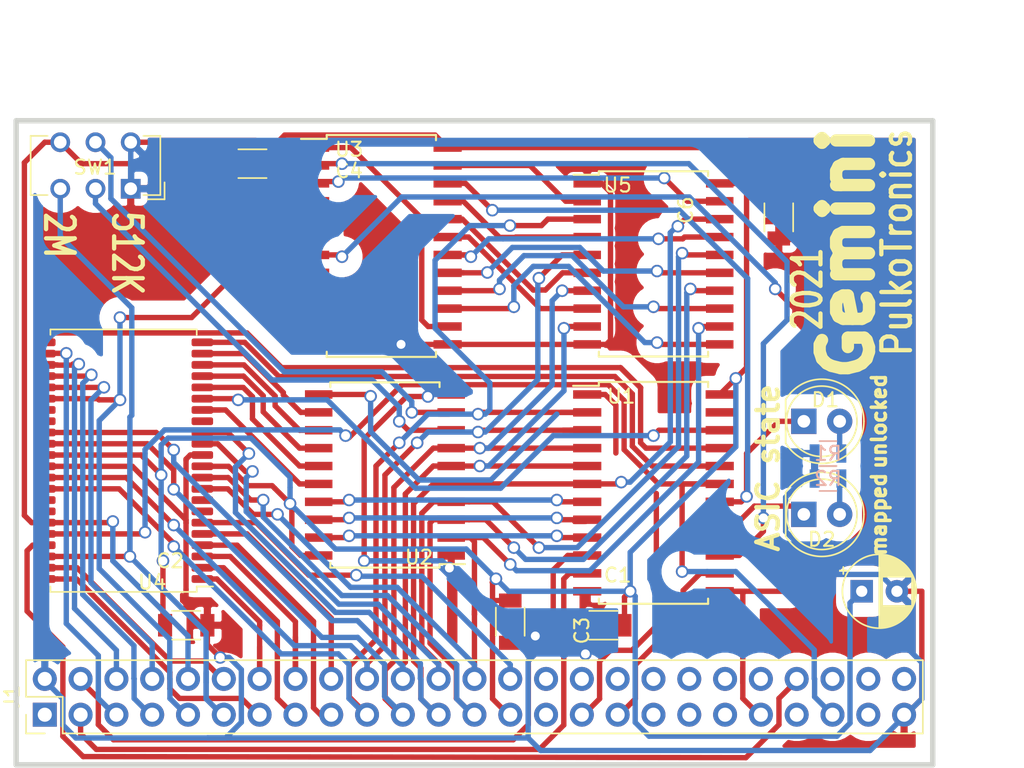
<source format=kicad_pcb>
(kicad_pcb (version 20171130) (host pcbnew "(5.1.10)-1")

  (general
    (thickness 1.6002)
    (drawings 14)
    (tracks 816)
    (zones 0)
    (modules 17)
    (nets 62)
  )

  (page User 152.4 119.99)
  (title_block
    (title FlashGordon)
    (date 2020-04-18)
    (rev 2020)
    (company PulkoTronics)
    (comment 1 "Flash memory interface for Amstrad CPC")
  )

  (layers
    (0 Dessus signal)
    (31 Dessous signal)
    (32 B.Adhes user)
    (33 F.Adhes user)
    (34 B.Paste user)
    (35 F.Paste user)
    (36 B.SilkS user)
    (37 F.SilkS user)
    (38 B.Mask user hide)
    (39 F.Mask user hide)
    (40 Dwgs.User user)
    (41 Cmts.User user)
    (42 Eco1.User user)
    (43 Eco2.User user)
    (44 Edge.Cuts user)
  )

  (setup
    (last_trace_width 0.381)
    (user_trace_width 0.2032)
    (user_trace_width 0.381)
    (user_trace_width 0.8001)
    (trace_clearance 0.2032)
    (zone_clearance 1.016)
    (zone_45_only no)
    (trace_min 0.1524)
    (via_size 0.889)
    (via_drill 0.635)
    (via_min_size 0.889)
    (via_min_drill 0.508)
    (user_via 1.50114 0.39878)
    (uvia_size 0.508)
    (uvia_drill 0.127)
    (uvias_allowed no)
    (uvia_min_size 0.508)
    (uvia_min_drill 0.127)
    (edge_width 0.381)
    (segment_width 0.381)
    (pcb_text_width 0.3048)
    (pcb_text_size 1.524 2.032)
    (mod_edge_width 0.381)
    (mod_text_size 1.524 1.524)
    (mod_text_width 0.3048)
    (pad_size 1.524 1.524)
    (pad_drill 0.8128)
    (pad_to_mask_clearance 0.254)
    (solder_mask_min_width 0.25)
    (aux_axis_origin 0 0)
    (visible_elements 7FFFFFFF)
    (pcbplotparams
      (layerselection 0x00030_ffffffff)
      (usegerberextensions true)
      (usegerberattributes false)
      (usegerberadvancedattributes false)
      (creategerberjobfile false)
      (excludeedgelayer false)
      (linewidth 0.150000)
      (plotframeref false)
      (viasonmask false)
      (mode 1)
      (useauxorigin false)
      (hpglpennumber 1)
      (hpglpenspeed 20)
      (hpglpendiameter 15.000000)
      (psnegative false)
      (psa4output false)
      (plotreference true)
      (plotvalue true)
      (plotinvisibletext false)
      (padsonsilk false)
      (subtractmaskfromsilk true)
      (outputformat 1)
      (mirror false)
      (drillshape 1)
      (scaleselection 1)
      (outputdirectory "GERBER/"))
  )

  (net 0 "")
  (net 1 /A0)
  (net 2 /A1)
  (net 3 /A10)
  (net 4 /A11)
  (net 5 /A12)
  (net 6 /A13)
  (net 7 /A15)
  (net 8 /A2)
  (net 9 /A3)
  (net 10 /A4)
  (net 11 /A5)
  (net 12 /A6)
  (net 13 /A7)
  (net 14 /A8)
  (net 15 /A9)
  (net 16 /D0)
  (net 17 /D1)
  (net 18 /D2)
  (net 19 /D3)
  (net 20 /D4)
  (net 21 /D5)
  (net 22 /D6)
  (net 23 /D7)
  (net 24 GND)
  (net 25 IORQ)
  (net 26 MREQ)
  (net 27 VCC)
  (net 28 WR)
  (net 29 /A14)
  (net 30 RAMRD)
  (net 31 /XD2)
  (net 32 /XD1)
  (net 33 /XD0)
  (net 34 /RAMDIS)
  (net 35 /XA15)
  (net 36 /XA14)
  (net 37 /MMR)
  (net 38 /XA20)
  (net 39 /XA19)
  (net 40 /XA18)
  (net 41 /RAMWR)
  (net 42 /XA17)
  (net 43 /XA16)
  (net 44 /RESET)
  (net 45 /MA8)
  (net 46 /MA7)
  (net 47 /UNLOCK)
  (net 48 /NCO)
  (net 49 /PRBS7)
  (net 50 /PRBS6)
  (net 51 /PRBS5)
  (net 52 /PRBS4)
  (net 53 /PRBS3)
  (net 54 /PRBS2)
  (net 55 /PRBS1)
  (net 56 /PRBS0)
  (net 57 /ASIC)
  (net 58 /CRTC)
  (net 59 /CLKIN)
  (net 60 "Net-(D1-Pad2)")
  (net 61 "Net-(D2-Pad2)")

  (net_class Default "Ceci est la Netclass par défaut"
    (clearance 0.2032)
    (trace_width 0.381)
    (via_dia 0.889)
    (via_drill 0.635)
    (uvia_dia 0.508)
    (uvia_drill 0.127)
    (add_net /A0)
    (add_net /A1)
    (add_net /A10)
    (add_net /A11)
    (add_net /A12)
    (add_net /A13)
    (add_net /A14)
    (add_net /A15)
    (add_net /A2)
    (add_net /A3)
    (add_net /A4)
    (add_net /A5)
    (add_net /A6)
    (add_net /A7)
    (add_net /A8)
    (add_net /A9)
    (add_net /ASIC)
    (add_net /CLKIN)
    (add_net /CRTC)
    (add_net /D0)
    (add_net /D1)
    (add_net /D2)
    (add_net /D3)
    (add_net /D4)
    (add_net /D5)
    (add_net /D6)
    (add_net /D7)
    (add_net /MA7)
    (add_net /MA8)
    (add_net /MMR)
    (add_net /NCO)
    (add_net /PRBS0)
    (add_net /PRBS1)
    (add_net /PRBS2)
    (add_net /PRBS3)
    (add_net /PRBS4)
    (add_net /PRBS5)
    (add_net /PRBS6)
    (add_net /PRBS7)
    (add_net /RAMDIS)
    (add_net /RAMWR)
    (add_net /RESET)
    (add_net /UNLOCK)
    (add_net /XA14)
    (add_net /XA15)
    (add_net /XA16)
    (add_net /XA17)
    (add_net /XA18)
    (add_net /XA19)
    (add_net /XA20)
    (add_net /XD0)
    (add_net /XD1)
    (add_net /XD2)
    (add_net GND)
    (add_net IORQ)
    (add_net MREQ)
    (add_net "Net-(D1-Pad2)")
    (add_net "Net-(D2-Pad2)")
    (add_net RAMRD)
    (add_net VCC)
    (add_net WR)
  )

  (module Package_SO:SOIC-20W_7.5x12.8mm_P1.27mm (layer Dessus) (tedit 5A02F2D3) (tstamp 5FBF2B2C)
    (at 73.152 49.53 180)
    (descr "20-Lead Plastic Small Outline (SO) - Wide, 7.50 mm Body [SOIC] (see Microchip Packaging Specification 00000049BS.pdf)")
    (tags "SOIC 1.27")
    (path /5FB3A5F5)
    (attr smd)
    (fp_text reference U2 (at -2.413 -5.842 180) (layer F.SilkS)
      (effects (font (size 1 1) (thickness 0.15)))
    )
    (fp_text value 74LS574 (at 0 7.5 180) (layer F.Fab)
      (effects (font (size 1 1) (thickness 0.15)))
    )
    (fp_line (start -2.75 -6.4) (end 3.75 -6.4) (layer F.Fab) (width 0.15))
    (fp_line (start 3.75 -6.4) (end 3.75 6.4) (layer F.Fab) (width 0.15))
    (fp_line (start 3.75 6.4) (end -3.75 6.4) (layer F.Fab) (width 0.15))
    (fp_line (start -3.75 6.4) (end -3.75 -5.4) (layer F.Fab) (width 0.15))
    (fp_line (start -3.75 -5.4) (end -2.75 -6.4) (layer F.Fab) (width 0.15))
    (fp_line (start -5.95 -6.75) (end -5.95 6.75) (layer F.CrtYd) (width 0.05))
    (fp_line (start 5.95 -6.75) (end 5.95 6.75) (layer F.CrtYd) (width 0.05))
    (fp_line (start -5.95 -6.75) (end 5.95 -6.75) (layer F.CrtYd) (width 0.05))
    (fp_line (start -5.95 6.75) (end 5.95 6.75) (layer F.CrtYd) (width 0.05))
    (fp_line (start -3.875 -6.575) (end -3.875 -6.325) (layer F.SilkS) (width 0.15))
    (fp_line (start 3.875 -6.575) (end 3.875 -6.24) (layer F.SilkS) (width 0.15))
    (fp_line (start 3.875 6.575) (end 3.875 6.24) (layer F.SilkS) (width 0.15))
    (fp_line (start -3.875 6.575) (end -3.875 6.24) (layer F.SilkS) (width 0.15))
    (fp_line (start -3.875 -6.575) (end 3.875 -6.575) (layer F.SilkS) (width 0.15))
    (fp_line (start -3.875 6.575) (end 3.875 6.575) (layer F.SilkS) (width 0.15))
    (fp_line (start -3.875 -6.325) (end -5.675 -6.325) (layer F.SilkS) (width 0.15))
    (fp_text user %R (at 0 0 180) (layer F.Fab)
      (effects (font (size 1 1) (thickness 0.15)))
    )
    (pad 1 smd rect (at -4.7 -5.715 180) (size 1.95 0.6) (layers Dessus F.Paste F.Mask)
      (net 24 GND))
    (pad 2 smd rect (at -4.7 -4.445 180) (size 1.95 0.6) (layers Dessus F.Paste F.Mask)
      (net 16 /D0))
    (pad 3 smd rect (at -4.7 -3.175 180) (size 1.95 0.6) (layers Dessus F.Paste F.Mask)
      (net 17 /D1))
    (pad 4 smd rect (at -4.7 -1.905 180) (size 1.95 0.6) (layers Dessus F.Paste F.Mask)
      (net 18 /D2))
    (pad 5 smd rect (at -4.7 -0.635 180) (size 1.95 0.6) (layers Dessus F.Paste F.Mask)
      (net 19 /D3))
    (pad 6 smd rect (at -4.7 0.635 180) (size 1.95 0.6) (layers Dessus F.Paste F.Mask)
      (net 20 /D4))
    (pad 7 smd rect (at -4.7 1.905 180) (size 1.95 0.6) (layers Dessus F.Paste F.Mask)
      (net 21 /D5))
    (pad 8 smd rect (at -4.7 3.175 180) (size 1.95 0.6) (layers Dessus F.Paste F.Mask)
      (net 46 /MA7))
    (pad 9 smd rect (at -4.7 4.445 180) (size 1.95 0.6) (layers Dessus F.Paste F.Mask)
      (net 45 /MA8))
    (pad 10 smd rect (at -4.7 5.715 180) (size 1.95 0.6) (layers Dessus F.Paste F.Mask)
      (net 24 GND))
    (pad 11 smd rect (at 4.7 5.715 180) (size 1.95 0.6) (layers Dessus F.Paste F.Mask)
      (net 37 /MMR))
    (pad 12 smd rect (at 4.7 4.445 180) (size 1.95 0.6) (layers Dessus F.Paste F.Mask)
      (net 43 /XA16))
    (pad 13 smd rect (at 4.7 3.175 180) (size 1.95 0.6) (layers Dessus F.Paste F.Mask)
      (net 42 /XA17))
    (pad 14 smd rect (at 4.7 1.905 180) (size 1.95 0.6) (layers Dessus F.Paste F.Mask)
      (net 40 /XA18))
    (pad 15 smd rect (at 4.7 0.635 180) (size 1.95 0.6) (layers Dessus F.Paste F.Mask)
      (net 39 /XA19))
    (pad 16 smd rect (at 4.7 -0.635 180) (size 1.95 0.6) (layers Dessus F.Paste F.Mask)
      (net 38 /XA20))
    (pad 17 smd rect (at 4.7 -1.905 180) (size 1.95 0.6) (layers Dessus F.Paste F.Mask)
      (net 31 /XD2))
    (pad 18 smd rect (at 4.7 -3.175 180) (size 1.95 0.6) (layers Dessus F.Paste F.Mask)
      (net 32 /XD1))
    (pad 19 smd rect (at 4.7 -4.445 180) (size 1.95 0.6) (layers Dessus F.Paste F.Mask)
      (net 33 /XD0))
    (pad 20 smd rect (at 4.7 -5.715 180) (size 1.95 0.6) (layers Dessus F.Paste F.Mask)
      (net 27 VCC))
    (model ${KISYS3DMOD}/Package_SO.3dshapes/SOIC-20W_7.5x12.8mm_P1.27mm.wrl
      (at (xyz 0 0 0))
      (scale (xyz 1 1 1))
      (rotate (xyz 0 0 0))
    )
  )

  (module Capacitor_THT:CP_Radial_D5.0mm_P2.50mm (layer Dessus) (tedit 5FB58914) (tstamp 5FBF2A8F)
    (at 106.974 57.785)
    (descr "CP, Radial series, Radial, pin pitch=2.50mm, , diameter=5mm, Electrolytic Capacitor")
    (tags "CP Radial series Radial pin pitch 2.50mm  diameter 5mm Electrolytic Capacitor")
    (path /5FB4E0EC)
    (fp_text reference C5 (at 1.25 -3.75) (layer Cmts.User)
      (effects (font (size 1 1) (thickness 0.15)))
    )
    (fp_text value CP (at 1.25 3.75) (layer F.Fab)
      (effects (font (size 1 1) (thickness 0.15)))
    )
    (fp_circle (center 1.25 0) (end 3.75 0) (layer F.Fab) (width 0.1))
    (fp_circle (center 1.25 0) (end 3.87 0) (layer F.SilkS) (width 0.12))
    (fp_circle (center 1.25 0) (end 4 0) (layer F.CrtYd) (width 0.05))
    (fp_line (start -0.883605 -1.0875) (end -0.383605 -1.0875) (layer F.Fab) (width 0.1))
    (fp_line (start -0.633605 -1.3375) (end -0.633605 -0.8375) (layer F.Fab) (width 0.1))
    (fp_line (start 1.25 -2.58) (end 1.25 2.58) (layer F.SilkS) (width 0.12))
    (fp_line (start 1.29 -2.58) (end 1.29 2.58) (layer F.SilkS) (width 0.12))
    (fp_line (start 1.33 -2.579) (end 1.33 2.579) (layer F.SilkS) (width 0.12))
    (fp_line (start 1.37 -2.578) (end 1.37 2.578) (layer F.SilkS) (width 0.12))
    (fp_line (start 1.41 -2.576) (end 1.41 2.576) (layer F.SilkS) (width 0.12))
    (fp_line (start 1.45 -2.573) (end 1.45 2.573) (layer F.SilkS) (width 0.12))
    (fp_line (start 1.49 -2.569) (end 1.49 -1.04) (layer F.SilkS) (width 0.12))
    (fp_line (start 1.49 1.04) (end 1.49 2.569) (layer F.SilkS) (width 0.12))
    (fp_line (start 1.53 -2.565) (end 1.53 -1.04) (layer F.SilkS) (width 0.12))
    (fp_line (start 1.53 1.04) (end 1.53 2.565) (layer F.SilkS) (width 0.12))
    (fp_line (start 1.57 -2.561) (end 1.57 -1.04) (layer F.SilkS) (width 0.12))
    (fp_line (start 1.57 1.04) (end 1.57 2.561) (layer F.SilkS) (width 0.12))
    (fp_line (start 1.61 -2.556) (end 1.61 -1.04) (layer F.SilkS) (width 0.12))
    (fp_line (start 1.61 1.04) (end 1.61 2.556) (layer F.SilkS) (width 0.12))
    (fp_line (start 1.65 -2.55) (end 1.65 -1.04) (layer F.SilkS) (width 0.12))
    (fp_line (start 1.65 1.04) (end 1.65 2.55) (layer F.SilkS) (width 0.12))
    (fp_line (start 1.69 -2.543) (end 1.69 -1.04) (layer F.SilkS) (width 0.12))
    (fp_line (start 1.69 1.04) (end 1.69 2.543) (layer F.SilkS) (width 0.12))
    (fp_line (start 1.73 -2.536) (end 1.73 -1.04) (layer F.SilkS) (width 0.12))
    (fp_line (start 1.73 1.04) (end 1.73 2.536) (layer F.SilkS) (width 0.12))
    (fp_line (start 1.77 -2.528) (end 1.77 -1.04) (layer F.SilkS) (width 0.12))
    (fp_line (start 1.77 1.04) (end 1.77 2.528) (layer F.SilkS) (width 0.12))
    (fp_line (start 1.81 -2.52) (end 1.81 -1.04) (layer F.SilkS) (width 0.12))
    (fp_line (start 1.81 1.04) (end 1.81 2.52) (layer F.SilkS) (width 0.12))
    (fp_line (start 1.85 -2.511) (end 1.85 -1.04) (layer F.SilkS) (width 0.12))
    (fp_line (start 1.85 1.04) (end 1.85 2.511) (layer F.SilkS) (width 0.12))
    (fp_line (start 1.89 -2.501) (end 1.89 -1.04) (layer F.SilkS) (width 0.12))
    (fp_line (start 1.89 1.04) (end 1.89 2.501) (layer F.SilkS) (width 0.12))
    (fp_line (start 1.93 -2.491) (end 1.93 -1.04) (layer F.SilkS) (width 0.12))
    (fp_line (start 1.93 1.04) (end 1.93 2.491) (layer F.SilkS) (width 0.12))
    (fp_line (start 1.971 -2.48) (end 1.971 -1.04) (layer F.SilkS) (width 0.12))
    (fp_line (start 1.971 1.04) (end 1.971 2.48) (layer F.SilkS) (width 0.12))
    (fp_line (start 2.011 -2.468) (end 2.011 -1.04) (layer F.SilkS) (width 0.12))
    (fp_line (start 2.011 1.04) (end 2.011 2.468) (layer F.SilkS) (width 0.12))
    (fp_line (start 2.051 -2.455) (end 2.051 -1.04) (layer F.SilkS) (width 0.12))
    (fp_line (start 2.051 1.04) (end 2.051 2.455) (layer F.SilkS) (width 0.12))
    (fp_line (start 2.091 -2.442) (end 2.091 -1.04) (layer F.SilkS) (width 0.12))
    (fp_line (start 2.091 1.04) (end 2.091 2.442) (layer F.SilkS) (width 0.12))
    (fp_line (start 2.131 -2.428) (end 2.131 -1.04) (layer F.SilkS) (width 0.12))
    (fp_line (start 2.131 1.04) (end 2.131 2.428) (layer F.SilkS) (width 0.12))
    (fp_line (start 2.171 -2.414) (end 2.171 -1.04) (layer F.SilkS) (width 0.12))
    (fp_line (start 2.171 1.04) (end 2.171 2.414) (layer F.SilkS) (width 0.12))
    (fp_line (start 2.211 -2.398) (end 2.211 -1.04) (layer F.SilkS) (width 0.12))
    (fp_line (start 2.211 1.04) (end 2.211 2.398) (layer F.SilkS) (width 0.12))
    (fp_line (start 2.251 -2.382) (end 2.251 -1.04) (layer F.SilkS) (width 0.12))
    (fp_line (start 2.251 1.04) (end 2.251 2.382) (layer F.SilkS) (width 0.12))
    (fp_line (start 2.291 -2.365) (end 2.291 -1.04) (layer F.SilkS) (width 0.12))
    (fp_line (start 2.291 1.04) (end 2.291 2.365) (layer F.SilkS) (width 0.12))
    (fp_line (start 2.331 -2.348) (end 2.331 -1.04) (layer F.SilkS) (width 0.12))
    (fp_line (start 2.331 1.04) (end 2.331 2.348) (layer F.SilkS) (width 0.12))
    (fp_line (start 2.371 -2.329) (end 2.371 -1.04) (layer F.SilkS) (width 0.12))
    (fp_line (start 2.371 1.04) (end 2.371 2.329) (layer F.SilkS) (width 0.12))
    (fp_line (start 2.411 -2.31) (end 2.411 -1.04) (layer F.SilkS) (width 0.12))
    (fp_line (start 2.411 1.04) (end 2.411 2.31) (layer F.SilkS) (width 0.12))
    (fp_line (start 2.451 -2.29) (end 2.451 -1.04) (layer F.SilkS) (width 0.12))
    (fp_line (start 2.451 1.04) (end 2.451 2.29) (layer F.SilkS) (width 0.12))
    (fp_line (start 2.491 -2.268) (end 2.491 -1.04) (layer F.SilkS) (width 0.12))
    (fp_line (start 2.491 1.04) (end 2.491 2.268) (layer F.SilkS) (width 0.12))
    (fp_line (start 2.531 -2.247) (end 2.531 -1.04) (layer F.SilkS) (width 0.12))
    (fp_line (start 2.531 1.04) (end 2.531 2.247) (layer F.SilkS) (width 0.12))
    (fp_line (start 2.571 -2.224) (end 2.571 -1.04) (layer F.SilkS) (width 0.12))
    (fp_line (start 2.571 1.04) (end 2.571 2.224) (layer F.SilkS) (width 0.12))
    (fp_line (start 2.611 -2.2) (end 2.611 -1.04) (layer F.SilkS) (width 0.12))
    (fp_line (start 2.611 1.04) (end 2.611 2.2) (layer F.SilkS) (width 0.12))
    (fp_line (start 2.651 -2.175) (end 2.651 -1.04) (layer F.SilkS) (width 0.12))
    (fp_line (start 2.651 1.04) (end 2.651 2.175) (layer F.SilkS) (width 0.12))
    (fp_line (start 2.691 -2.149) (end 2.691 -1.04) (layer F.SilkS) (width 0.12))
    (fp_line (start 2.691 1.04) (end 2.691 2.149) (layer F.SilkS) (width 0.12))
    (fp_line (start 2.731 -2.122) (end 2.731 -1.04) (layer F.SilkS) (width 0.12))
    (fp_line (start 2.731 1.04) (end 2.731 2.122) (layer F.SilkS) (width 0.12))
    (fp_line (start 2.771 -2.095) (end 2.771 -1.04) (layer F.SilkS) (width 0.12))
    (fp_line (start 2.771 1.04) (end 2.771 2.095) (layer F.SilkS) (width 0.12))
    (fp_line (start 2.811 -2.065) (end 2.811 -1.04) (layer F.SilkS) (width 0.12))
    (fp_line (start 2.811 1.04) (end 2.811 2.065) (layer F.SilkS) (width 0.12))
    (fp_line (start 2.851 -2.035) (end 2.851 -1.04) (layer F.SilkS) (width 0.12))
    (fp_line (start 2.851 1.04) (end 2.851 2.035) (layer F.SilkS) (width 0.12))
    (fp_line (start 2.891 -2.004) (end 2.891 -1.04) (layer F.SilkS) (width 0.12))
    (fp_line (start 2.891 1.04) (end 2.891 2.004) (layer F.SilkS) (width 0.12))
    (fp_line (start 2.931 -1.971) (end 2.931 -1.04) (layer F.SilkS) (width 0.12))
    (fp_line (start 2.931 1.04) (end 2.931 1.971) (layer F.SilkS) (width 0.12))
    (fp_line (start 2.971 -1.937) (end 2.971 -1.04) (layer F.SilkS) (width 0.12))
    (fp_line (start 2.971 1.04) (end 2.971 1.937) (layer F.SilkS) (width 0.12))
    (fp_line (start 3.011 -1.901) (end 3.011 -1.04) (layer F.SilkS) (width 0.12))
    (fp_line (start 3.011 1.04) (end 3.011 1.901) (layer F.SilkS) (width 0.12))
    (fp_line (start 3.051 -1.864) (end 3.051 -1.04) (layer F.SilkS) (width 0.12))
    (fp_line (start 3.051 1.04) (end 3.051 1.864) (layer F.SilkS) (width 0.12))
    (fp_line (start 3.091 -1.826) (end 3.091 -1.04) (layer F.SilkS) (width 0.12))
    (fp_line (start 3.091 1.04) (end 3.091 1.826) (layer F.SilkS) (width 0.12))
    (fp_line (start 3.131 -1.785) (end 3.131 -1.04) (layer F.SilkS) (width 0.12))
    (fp_line (start 3.131 1.04) (end 3.131 1.785) (layer F.SilkS) (width 0.12))
    (fp_line (start 3.171 -1.743) (end 3.171 -1.04) (layer F.SilkS) (width 0.12))
    (fp_line (start 3.171 1.04) (end 3.171 1.743) (layer F.SilkS) (width 0.12))
    (fp_line (start 3.211 -1.699) (end 3.211 -1.04) (layer F.SilkS) (width 0.12))
    (fp_line (start 3.211 1.04) (end 3.211 1.699) (layer F.SilkS) (width 0.12))
    (fp_line (start 3.251 -1.653) (end 3.251 -1.04) (layer F.SilkS) (width 0.12))
    (fp_line (start 3.251 1.04) (end 3.251 1.653) (layer F.SilkS) (width 0.12))
    (fp_line (start 3.291 -1.605) (end 3.291 -1.04) (layer F.SilkS) (width 0.12))
    (fp_line (start 3.291 1.04) (end 3.291 1.605) (layer F.SilkS) (width 0.12))
    (fp_line (start 3.331 -1.554) (end 3.331 -1.04) (layer F.SilkS) (width 0.12))
    (fp_line (start 3.331 1.04) (end 3.331 1.554) (layer F.SilkS) (width 0.12))
    (fp_line (start 3.371 -1.5) (end 3.371 -1.04) (layer F.SilkS) (width 0.12))
    (fp_line (start 3.371 1.04) (end 3.371 1.5) (layer F.SilkS) (width 0.12))
    (fp_line (start 3.411 -1.443) (end 3.411 -1.04) (layer F.SilkS) (width 0.12))
    (fp_line (start 3.411 1.04) (end 3.411 1.443) (layer F.SilkS) (width 0.12))
    (fp_line (start 3.451 -1.383) (end 3.451 -1.04) (layer F.SilkS) (width 0.12))
    (fp_line (start 3.451 1.04) (end 3.451 1.383) (layer F.SilkS) (width 0.12))
    (fp_line (start 3.491 -1.319) (end 3.491 -1.04) (layer F.SilkS) (width 0.12))
    (fp_line (start 3.491 1.04) (end 3.491 1.319) (layer F.SilkS) (width 0.12))
    (fp_line (start 3.531 -1.251) (end 3.531 -1.04) (layer F.SilkS) (width 0.12))
    (fp_line (start 3.531 1.04) (end 3.531 1.251) (layer F.SilkS) (width 0.12))
    (fp_line (start 3.571 -1.178) (end 3.571 1.178) (layer F.SilkS) (width 0.12))
    (fp_line (start 3.611 -1.098) (end 3.611 1.098) (layer F.SilkS) (width 0.12))
    (fp_line (start 3.651 -1.011) (end 3.651 1.011) (layer F.SilkS) (width 0.12))
    (fp_line (start 3.691 -0.915) (end 3.691 0.915) (layer F.SilkS) (width 0.12))
    (fp_line (start 3.731 -0.805) (end 3.731 0.805) (layer F.SilkS) (width 0.12))
    (fp_line (start 3.771 -0.677) (end 3.771 0.677) (layer F.SilkS) (width 0.12))
    (fp_line (start 3.811 -0.518) (end 3.811 0.518) (layer F.SilkS) (width 0.12))
    (fp_line (start 3.851 -0.284) (end 3.851 0.284) (layer F.SilkS) (width 0.12))
    (fp_line (start -1.554775 -1.475) (end -1.054775 -1.475) (layer F.SilkS) (width 0.12))
    (fp_line (start -1.304775 -1.725) (end -1.304775 -1.225) (layer F.SilkS) (width 0.12))
    (fp_text user %R (at 1.25 0) (layer F.Fab)
      (effects (font (size 1 1) (thickness 0.15)))
    )
    (pad 1 thru_hole rect (at 0 0) (size 1.6 1.6) (drill 0.8) (layers *.Cu *.Mask)
      (net 27 VCC))
    (pad 2 thru_hole circle (at 2.5 0) (size 1.6 1.6) (drill 0.8) (layers *.Cu *.Mask)
      (net 24 GND))
    (model ${KISYS3DMOD}/Capacitor_THT.3dshapes/CP_Radial_D5.0mm_P2.50mm.wrl
      (at (xyz 0 0 0))
      (scale (xyz 1 1 1))
      (rotate (xyz 0 0 0))
    )
  )

  (module Package_SO:TSOP-II-44_10.16x18.41mm_P0.8mm (layer Dessus) (tedit 5B9EAF40) (tstamp 5FBF2B93)
    (at 54.61 48.514 180)
    (descr "TSOP-II, 44 Pin (http://www.issi.com/WW/pdf/61-64C5128AL.pdf), generated with kicad-footprint-generator ipc_gullwing_generator.py")
    (tags "TSOP-II SO")
    (path /5FB62A0C)
    (attr smd)
    (fp_text reference U4 (at -2.032 -8.636 180) (layer F.SilkS)
      (effects (font (size 1 1) (thickness 0.15)))
    )
    (fp_text value LY6220488 (at 0 10.16 180) (layer F.Fab)
      (effects (font (size 1 1) (thickness 0.15)))
    )
    (fp_line (start 0 9.315) (end 0 9.315) (layer B.Fab) (width 0.12))
    (fp_line (start 0 9.315) (end 5.19 9.315) (layer F.SilkS) (width 0.12))
    (fp_line (start 5.19 9.315) (end 5.19 8.935) (layer F.SilkS) (width 0.12))
    (fp_line (start 0 9.315) (end -5.19 9.315) (layer F.SilkS) (width 0.12))
    (fp_line (start -5.19 9.315) (end -5.19 8.935) (layer F.SilkS) (width 0.12))
    (fp_line (start 0 -9.315) (end 5.19 -9.315) (layer F.SilkS) (width 0.12))
    (fp_line (start 5.19 -9.315) (end 5.19 -8.935) (layer F.SilkS) (width 0.12))
    (fp_line (start 0 -9.315) (end -5.19 -9.315) (layer F.SilkS) (width 0.12))
    (fp_line (start -5.19 -9.315) (end -5.19 -8.935) (layer F.SilkS) (width 0.12))
    (fp_line (start -5.19 -8.935) (end -6.35 -8.935) (layer F.SilkS) (width 0.12))
    (fp_line (start -4.08 -9.205) (end 5.08 -9.205) (layer F.Fab) (width 0.1))
    (fp_line (start 5.08 -9.205) (end 5.08 9.205) (layer F.Fab) (width 0.1))
    (fp_line (start 5.08 9.205) (end -5.08 9.205) (layer F.Fab) (width 0.1))
    (fp_line (start -5.08 9.205) (end -5.08 -8.205) (layer F.Fab) (width 0.1))
    (fp_line (start -5.08 -8.205) (end -4.08 -9.205) (layer F.Fab) (width 0.1))
    (fp_line (start -6.6 -9.46) (end -6.6 9.46) (layer F.CrtYd) (width 0.05))
    (fp_line (start -6.6 9.46) (end 6.6 9.46) (layer F.CrtYd) (width 0.05))
    (fp_line (start 6.6 9.46) (end 6.6 -9.46) (layer F.CrtYd) (width 0.05))
    (fp_line (start 6.6 -9.46) (end -6.6 -9.46) (layer F.CrtYd) (width 0.05))
    (fp_text user %R (at 0 0 180) (layer F.Fab)
      (effects (font (size 1 1) (thickness 0.15)))
    )
    (pad 1 smd roundrect (at -5.5875 -8.4 180) (size 1.525 0.55) (layers Dessus F.Paste F.Mask) (roundrect_rratio 0.25)
      (net 10 /A4))
    (pad 2 smd roundrect (at -5.5875 -7.6 180) (size 1.525 0.55) (layers Dessus F.Paste F.Mask) (roundrect_rratio 0.25)
      (net 9 /A3))
    (pad 3 smd roundrect (at -5.5875 -6.8 180) (size 1.525 0.55) (layers Dessus F.Paste F.Mask) (roundrect_rratio 0.25)
      (net 8 /A2))
    (pad 4 smd roundrect (at -5.5875 -6 180) (size 1.525 0.55) (layers Dessus F.Paste F.Mask) (roundrect_rratio 0.25)
      (net 2 /A1))
    (pad 5 smd roundrect (at -5.5875 -5.2 180) (size 1.525 0.55) (layers Dessus F.Paste F.Mask) (roundrect_rratio 0.25)
      (net 1 /A0))
    (pad 6 smd roundrect (at -5.5875 -4.4 180) (size 1.525 0.55) (layers Dessus F.Paste F.Mask) (roundrect_rratio 0.25)
      (net 26 MREQ))
    (pad 7 smd roundrect (at -5.5875 -3.6 180) (size 1.525 0.55) (layers Dessus F.Paste F.Mask) (roundrect_rratio 0.25))
    (pad 8 smd roundrect (at -5.5875 -2.8 180) (size 1.525 0.55) (layers Dessus F.Paste F.Mask) (roundrect_rratio 0.25))
    (pad 9 smd roundrect (at -5.5875 -2 180) (size 1.525 0.55) (layers Dessus F.Paste F.Mask) (roundrect_rratio 0.25)
      (net 16 /D0))
    (pad 10 smd roundrect (at -5.5875 -1.2 180) (size 1.525 0.55) (layers Dessus F.Paste F.Mask) (roundrect_rratio 0.25)
      (net 17 /D1))
    (pad 11 smd roundrect (at -5.5875 -0.4 180) (size 1.525 0.55) (layers Dessus F.Paste F.Mask) (roundrect_rratio 0.25)
      (net 27 VCC))
    (pad 12 smd roundrect (at -5.5875 0.4 180) (size 1.525 0.55) (layers Dessus F.Paste F.Mask) (roundrect_rratio 0.25)
      (net 24 GND))
    (pad 13 smd roundrect (at -5.5875 1.2 180) (size 1.525 0.55) (layers Dessus F.Paste F.Mask) (roundrect_rratio 0.25)
      (net 18 /D2))
    (pad 14 smd roundrect (at -5.5875 2 180) (size 1.525 0.55) (layers Dessus F.Paste F.Mask) (roundrect_rratio 0.25)
      (net 19 /D3))
    (pad 15 smd roundrect (at -5.5875 2.8 180) (size 1.525 0.55) (layers Dessus F.Paste F.Mask) (roundrect_rratio 0.25))
    (pad 16 smd roundrect (at -5.5875 3.6 180) (size 1.525 0.55) (layers Dessus F.Paste F.Mask) (roundrect_rratio 0.25)
      (net 38 /XA20))
    (pad 17 smd roundrect (at -5.5875 4.4 180) (size 1.525 0.55) (layers Dessus F.Paste F.Mask) (roundrect_rratio 0.25)
      (net 41 /RAMWR))
    (pad 18 smd roundrect (at -5.5875 5.2 180) (size 1.525 0.55) (layers Dessus F.Paste F.Mask) (roundrect_rratio 0.25)
      (net 39 /XA19))
    (pad 19 smd roundrect (at -5.5875 6 180) (size 1.525 0.55) (layers Dessus F.Paste F.Mask) (roundrect_rratio 0.25)
      (net 40 /XA18))
    (pad 20 smd roundrect (at -5.5875 6.8 180) (size 1.525 0.55) (layers Dessus F.Paste F.Mask) (roundrect_rratio 0.25)
      (net 42 /XA17))
    (pad 21 smd roundrect (at -5.5875 7.6 180) (size 1.525 0.55) (layers Dessus F.Paste F.Mask) (roundrect_rratio 0.25)
      (net 43 /XA16))
    (pad 22 smd roundrect (at -5.5875 8.4 180) (size 1.525 0.55) (layers Dessus F.Paste F.Mask) (roundrect_rratio 0.25)
      (net 35 /XA15))
    (pad 23 smd roundrect (at 5.5875 8.4 180) (size 1.525 0.55) (layers Dessus F.Paste F.Mask) (roundrect_rratio 0.25)
      (net 36 /XA14))
    (pad 24 smd roundrect (at 5.5875 7.6 180) (size 1.525 0.55) (layers Dessus F.Paste F.Mask) (roundrect_rratio 0.25)
      (net 6 /A13))
    (pad 25 smd roundrect (at 5.5875 6.8 180) (size 1.525 0.55) (layers Dessus F.Paste F.Mask) (roundrect_rratio 0.25)
      (net 5 /A12))
    (pad 26 smd roundrect (at 5.5875 6 180) (size 1.525 0.55) (layers Dessus F.Paste F.Mask) (roundrect_rratio 0.25)
      (net 4 /A11))
    (pad 27 smd roundrect (at 5.5875 5.2 180) (size 1.525 0.55) (layers Dessus F.Paste F.Mask) (roundrect_rratio 0.25)
      (net 3 /A10))
    (pad 28 smd roundrect (at 5.5875 4.4 180) (size 1.525 0.55) (layers Dessus F.Paste F.Mask) (roundrect_rratio 0.25)
      (net 15 /A9))
    (pad 29 smd roundrect (at 5.5875 3.6 180) (size 1.525 0.55) (layers Dessus F.Paste F.Mask) (roundrect_rratio 0.25))
    (pad 30 smd roundrect (at 5.5875 2.8 180) (size 1.525 0.55) (layers Dessus F.Paste F.Mask) (roundrect_rratio 0.25))
    (pad 31 smd roundrect (at 5.5875 2 180) (size 1.525 0.55) (layers Dessus F.Paste F.Mask) (roundrect_rratio 0.25)
      (net 20 /D4))
    (pad 32 smd roundrect (at 5.5875 1.2 180) (size 1.525 0.55) (layers Dessus F.Paste F.Mask) (roundrect_rratio 0.25)
      (net 21 /D5))
    (pad 33 smd roundrect (at 5.5875 0.4 180) (size 1.525 0.55) (layers Dessus F.Paste F.Mask) (roundrect_rratio 0.25)
      (net 27 VCC))
    (pad 34 smd roundrect (at 5.5875 -0.4 180) (size 1.525 0.55) (layers Dessus F.Paste F.Mask) (roundrect_rratio 0.25)
      (net 24 GND))
    (pad 35 smd roundrect (at 5.5875 -1.2 180) (size 1.525 0.55) (layers Dessus F.Paste F.Mask) (roundrect_rratio 0.25)
      (net 22 /D6))
    (pad 36 smd roundrect (at 5.5875 -2 180) (size 1.525 0.55) (layers Dessus F.Paste F.Mask) (roundrect_rratio 0.25)
      (net 23 /D7))
    (pad 37 smd roundrect (at 5.5875 -2.8 180) (size 1.525 0.55) (layers Dessus F.Paste F.Mask) (roundrect_rratio 0.25))
    (pad 38 smd roundrect (at 5.5875 -3.6 180) (size 1.525 0.55) (layers Dessus F.Paste F.Mask) (roundrect_rratio 0.25))
    (pad 39 smd roundrect (at 5.5875 -4.4 180) (size 1.525 0.55) (layers Dessus F.Paste F.Mask) (roundrect_rratio 0.25)
      (net 14 /A8))
    (pad 40 smd roundrect (at 5.5875 -5.2 180) (size 1.525 0.55) (layers Dessus F.Paste F.Mask) (roundrect_rratio 0.25)
      (net 34 /RAMDIS))
    (pad 41 smd roundrect (at 5.5875 -6 180) (size 1.525 0.55) (layers Dessus F.Paste F.Mask) (roundrect_rratio 0.25)
      (net 30 RAMRD))
    (pad 42 smd roundrect (at 5.5875 -6.8 180) (size 1.525 0.55) (layers Dessus F.Paste F.Mask) (roundrect_rratio 0.25)
      (net 13 /A7))
    (pad 43 smd roundrect (at 5.5875 -7.6 180) (size 1.525 0.55) (layers Dessus F.Paste F.Mask) (roundrect_rratio 0.25)
      (net 12 /A6))
    (pad 44 smd roundrect (at 5.5875 -8.4 180) (size 1.525 0.55) (layers Dessus F.Paste F.Mask) (roundrect_rratio 0.25)
      (net 11 /A5))
    (model ${KISYS3DMOD}/Package_SO.3dshapes/TSOP-II-44_10.16x18.41mm_P0.8mm.wrl
      (at (xyz 0 0 0))
      (scale (xyz 1 1 1))
      (rotate (xyz 0 0 0))
    )
  )

  (module Housings_SOIC:SOIC-24W_7.5x15.4mm_Pitch1.27mm (layer Dessus) (tedit 58CC8F64) (tstamp 6162F7A3)
    (at 92.202 50.8)
    (descr "24-Lead Plastic Small Outline (SO) - Wide, 7.50 mm Body [SOIC] (see Microchip Packaging Specification 00000049BS.pdf)")
    (tags "SOIC 1.27")
    (path /6192A276)
    (attr smd)
    (fp_text reference U1 (at -2.286 -6.858) (layer F.SilkS)
      (effects (font (size 1 1) (thickness 0.15)))
    )
    (fp_text value ATF22V10C-10SU (at 0 8.8) (layer F.Fab)
      (effects (font (size 1 1) (thickness 0.15)))
    )
    (fp_line (start -3.875 -7.6) (end -5.7 -7.6) (layer F.SilkS) (width 0.15))
    (fp_line (start -3.875 7.875) (end 3.875 7.875) (layer F.SilkS) (width 0.15))
    (fp_line (start -3.875 -7.875) (end 3.875 -7.875) (layer F.SilkS) (width 0.15))
    (fp_line (start -3.875 7.875) (end -3.875 7.51) (layer F.SilkS) (width 0.15))
    (fp_line (start 3.875 7.875) (end 3.875 7.51) (layer F.SilkS) (width 0.15))
    (fp_line (start 3.875 -7.875) (end 3.875 -7.51) (layer F.SilkS) (width 0.15))
    (fp_line (start -3.875 -7.875) (end -3.875 -7.6) (layer F.SilkS) (width 0.15))
    (fp_line (start -5.95 8.05) (end 5.95 8.05) (layer F.CrtYd) (width 0.05))
    (fp_line (start -5.95 -8.05) (end 5.95 -8.05) (layer F.CrtYd) (width 0.05))
    (fp_line (start 5.95 -8.05) (end 5.95 8.05) (layer F.CrtYd) (width 0.05))
    (fp_line (start -5.95 -8.05) (end -5.95 8.05) (layer F.CrtYd) (width 0.05))
    (fp_line (start -3.75 -6.7) (end -2.75 -7.7) (layer F.Fab) (width 0.15))
    (fp_line (start -3.75 7.7) (end -3.75 -6.7) (layer F.Fab) (width 0.15))
    (fp_line (start 3.75 7.7) (end -3.75 7.7) (layer F.Fab) (width 0.15))
    (fp_line (start 3.75 -7.7) (end 3.75 7.7) (layer F.Fab) (width 0.15))
    (fp_line (start -2.75 -7.7) (end 3.75 -7.7) (layer F.Fab) (width 0.15))
    (fp_text user %R (at 0 0) (layer F.Fab)
      (effects (font (size 1 1) (thickness 0.15)))
    )
    (pad 24 smd rect (at 4.7 -6.985) (size 2 0.6) (layers Dessus F.Paste F.Mask)
      (net 27 VCC))
    (pad 23 smd rect (at 4.7 -5.715) (size 2 0.6) (layers Dessus F.Paste F.Mask)
      (net 37 /MMR))
    (pad 22 smd rect (at 4.7 -4.445) (size 2 0.6) (layers Dessus F.Paste F.Mask)
      (net 41 /RAMWR))
    (pad 21 smd rect (at 4.7 -3.175) (size 2 0.6) (layers Dessus F.Paste F.Mask)
      (net 36 /XA14))
    (pad 20 smd rect (at 4.7 -1.905) (size 2 0.6) (layers Dessus F.Paste F.Mask)
      (net 35 /XA15))
    (pad 19 smd rect (at 4.7 -0.635) (size 2 0.6) (layers Dessus F.Paste F.Mask)
      (net 34 /RAMDIS))
    (pad 18 smd rect (at 4.7 0.635) (size 2 0.6) (layers Dessus F.Paste F.Mask)
      (net 47 /UNLOCK))
    (pad 17 smd rect (at 4.7 1.905) (size 2 0.6) (layers Dessus F.Paste F.Mask)
      (net 57 /ASIC))
    (pad 16 smd rect (at 4.7 3.175) (size 2 0.6) (layers Dessus F.Paste F.Mask))
    (pad 15 smd rect (at 4.7 4.445) (size 2 0.6) (layers Dessus F.Paste F.Mask)
      (net 58 /CRTC))
    (pad 14 smd rect (at 4.7 5.715) (size 2 0.6) (layers Dessus F.Paste F.Mask)
      (net 28 WR))
    (pad 13 smd rect (at 4.7 6.985) (size 2 0.6) (layers Dessus F.Paste F.Mask)
      (net 44 /RESET))
    (pad 12 smd rect (at -4.7 6.985) (size 2 0.6) (layers Dessus F.Paste F.Mask)
      (net 24 GND))
    (pad 11 smd rect (at -4.7 5.715) (size 2 0.6) (layers Dessus F.Paste F.Mask)
      (net 7 /A15))
    (pad 10 smd rect (at -4.7 4.445) (size 2 0.6) (layers Dessus F.Paste F.Mask)
      (net 29 /A14))
    (pad 9 smd rect (at -4.7 3.175) (size 2 0.6) (layers Dessus F.Paste F.Mask)
      (net 33 /XD0))
    (pad 8 smd rect (at -4.7 1.905) (size 2 0.6) (layers Dessus F.Paste F.Mask)
      (net 32 /XD1))
    (pad 7 smd rect (at -4.7 0.635) (size 2 0.6) (layers Dessus F.Paste F.Mask)
      (net 31 /XD2))
    (pad 6 smd rect (at -4.7 -0.635) (size 2 0.6) (layers Dessus F.Paste F.Mask)
      (net 19 /D3))
    (pad 5 smd rect (at -4.7 -1.905) (size 2 0.6) (layers Dessus F.Paste F.Mask)
      (net 20 /D4))
    (pad 4 smd rect (at -4.7 -3.175) (size 2 0.6) (layers Dessus F.Paste F.Mask)
      (net 21 /D5))
    (pad 3 smd rect (at -4.7 -4.445) (size 2 0.6) (layers Dessus F.Paste F.Mask)
      (net 22 /D6))
    (pad 2 smd rect (at -4.7 -5.715) (size 2 0.6) (layers Dessus F.Paste F.Mask)
      (net 23 /D7))
    (pad 1 smd rect (at -4.7 -6.985) (size 2 0.6) (layers Dessus F.Paste F.Mask)
      (net 25 IORQ))
    (model ${KISYS3DMOD}/Housings_SOIC.3dshapes/SOIC-24W_7.5x15.4mm_Pitch1.27mm.wrl
      (at (xyz 0 0 0))
      (scale (xyz 1 1 1))
      (rotate (xyz 0 0 0))
    )
  )

  (module Housings_SOIC:SOIC-24W_7.5x15.4mm_Pitch1.27mm (layer Dessus) (tedit 58CC8F64) (tstamp 6162F7FB)
    (at 72.898 33.274)
    (descr "24-Lead Plastic Small Outline (SO) - Wide, 7.50 mm Body [SOIC] (see Microchip Packaging Specification 00000049BS.pdf)")
    (tags "SOIC 1.27")
    (path /6192C385)
    (attr smd)
    (fp_text reference U3 (at -2.286 -6.858) (layer F.SilkS)
      (effects (font (size 1 1) (thickness 0.15)))
    )
    (fp_text value ATF22V10C-10SU (at 0 8.8) (layer F.Fab)
      (effects (font (size 1 1) (thickness 0.15)))
    )
    (fp_line (start -2.75 -7.7) (end 3.75 -7.7) (layer F.Fab) (width 0.15))
    (fp_line (start 3.75 -7.7) (end 3.75 7.7) (layer F.Fab) (width 0.15))
    (fp_line (start 3.75 7.7) (end -3.75 7.7) (layer F.Fab) (width 0.15))
    (fp_line (start -3.75 7.7) (end -3.75 -6.7) (layer F.Fab) (width 0.15))
    (fp_line (start -3.75 -6.7) (end -2.75 -7.7) (layer F.Fab) (width 0.15))
    (fp_line (start -5.95 -8.05) (end -5.95 8.05) (layer F.CrtYd) (width 0.05))
    (fp_line (start 5.95 -8.05) (end 5.95 8.05) (layer F.CrtYd) (width 0.05))
    (fp_line (start -5.95 -8.05) (end 5.95 -8.05) (layer F.CrtYd) (width 0.05))
    (fp_line (start -5.95 8.05) (end 5.95 8.05) (layer F.CrtYd) (width 0.05))
    (fp_line (start -3.875 -7.875) (end -3.875 -7.6) (layer F.SilkS) (width 0.15))
    (fp_line (start 3.875 -7.875) (end 3.875 -7.51) (layer F.SilkS) (width 0.15))
    (fp_line (start 3.875 7.875) (end 3.875 7.51) (layer F.SilkS) (width 0.15))
    (fp_line (start -3.875 7.875) (end -3.875 7.51) (layer F.SilkS) (width 0.15))
    (fp_line (start -3.875 -7.875) (end 3.875 -7.875) (layer F.SilkS) (width 0.15))
    (fp_line (start -3.875 7.875) (end 3.875 7.875) (layer F.SilkS) (width 0.15))
    (fp_line (start -3.875 -7.6) (end -5.7 -7.6) (layer F.SilkS) (width 0.15))
    (fp_text user %R (at 0 0) (layer F.Fab)
      (effects (font (size 1 1) (thickness 0.15)))
    )
    (pad 1 smd rect (at -4.7 -6.985) (size 2 0.6) (layers Dessus F.Paste F.Mask)
      (net 59 /CLKIN))
    (pad 2 smd rect (at -4.7 -5.715) (size 2 0.6) (layers Dessus F.Paste F.Mask)
      (net 58 /CRTC))
    (pad 3 smd rect (at -4.7 -4.445) (size 2 0.6) (layers Dessus F.Paste F.Mask)
      (net 48 /NCO))
    (pad 4 smd rect (at -4.7 -3.175) (size 2 0.6) (layers Dessus F.Paste F.Mask)
      (net 14 /A8))
    (pad 5 smd rect (at -4.7 -1.905) (size 2 0.6) (layers Dessus F.Paste F.Mask)
      (net 15 /A9))
    (pad 6 smd rect (at -4.7 -0.635) (size 2 0.6) (layers Dessus F.Paste F.Mask))
    (pad 7 smd rect (at -4.7 0.635) (size 2 0.6) (layers Dessus F.Paste F.Mask)
      (net 44 /RESET))
    (pad 8 smd rect (at -4.7 1.905) (size 2 0.6) (layers Dessus F.Paste F.Mask))
    (pad 9 smd rect (at -4.7 3.175) (size 2 0.6) (layers Dessus F.Paste F.Mask))
    (pad 10 smd rect (at -4.7 4.445) (size 2 0.6) (layers Dessus F.Paste F.Mask))
    (pad 11 smd rect (at -4.7 5.715) (size 2 0.6) (layers Dessus F.Paste F.Mask))
    (pad 12 smd rect (at -4.7 6.985) (size 2 0.6) (layers Dessus F.Paste F.Mask)
      (net 24 GND))
    (pad 13 smd rect (at 4.7 6.985) (size 2 0.6) (layers Dessus F.Paste F.Mask)
      (net 24 GND))
    (pad 14 smd rect (at 4.7 5.715) (size 2 0.6) (layers Dessus F.Paste F.Mask)
      (net 59 /CLKIN))
    (pad 15 smd rect (at 4.7 4.445) (size 2 0.6) (layers Dessus F.Paste F.Mask)
      (net 56 /PRBS0))
    (pad 16 smd rect (at 4.7 3.175) (size 2 0.6) (layers Dessus F.Paste F.Mask)
      (net 55 /PRBS1))
    (pad 17 smd rect (at 4.7 1.905) (size 2 0.6) (layers Dessus F.Paste F.Mask)
      (net 54 /PRBS2))
    (pad 18 smd rect (at 4.7 0.635) (size 2 0.6) (layers Dessus F.Paste F.Mask)
      (net 53 /PRBS3))
    (pad 19 smd rect (at 4.7 -0.635) (size 2 0.6) (layers Dessus F.Paste F.Mask)
      (net 52 /PRBS4))
    (pad 20 smd rect (at 4.7 -1.905) (size 2 0.6) (layers Dessus F.Paste F.Mask)
      (net 51 /PRBS5))
    (pad 21 smd rect (at 4.7 -3.175) (size 2 0.6) (layers Dessus F.Paste F.Mask)
      (net 50 /PRBS6))
    (pad 22 smd rect (at 4.7 -4.445) (size 2 0.6) (layers Dessus F.Paste F.Mask)
      (net 47 /UNLOCK))
    (pad 23 smd rect (at 4.7 -5.715) (size 2 0.6) (layers Dessus F.Paste F.Mask)
      (net 49 /PRBS7))
    (pad 24 smd rect (at 4.7 -6.985) (size 2 0.6) (layers Dessus F.Paste F.Mask)
      (net 27 VCC))
    (model ${KISYS3DMOD}/Housings_SOIC.3dshapes/SOIC-24W_7.5x15.4mm_Pitch1.27mm.wrl
      (at (xyz 0 0 0))
      (scale (xyz 1 1 1))
      (rotate (xyz 0 0 0))
    )
  )

  (module Housings_SOIC:SOIC-20W_7.5x12.8mm_Pitch1.27mm (layer Dessus) (tedit 58CC8F64) (tstamp 6162F824)
    (at 92.202 34.544)
    (descr "20-Lead Plastic Small Outline (SO) - Wide, 7.50 mm Body [SOIC] (see Microchip Packaging Specification 00000049BS.pdf)")
    (tags "SOIC 1.27")
    (path /616423BA)
    (attr smd)
    (fp_text reference U5 (at -2.54 -5.588) (layer F.SilkS)
      (effects (font (size 1 1) (thickness 0.15)))
    )
    (fp_text value 74LS688 (at 0 7.5) (layer F.Fab)
      (effects (font (size 1 1) (thickness 0.15)))
    )
    (fp_line (start -3.875 -6.325) (end -5.675 -6.325) (layer F.SilkS) (width 0.15))
    (fp_line (start -3.875 6.575) (end 3.875 6.575) (layer F.SilkS) (width 0.15))
    (fp_line (start -3.875 -6.575) (end 3.875 -6.575) (layer F.SilkS) (width 0.15))
    (fp_line (start -3.875 6.575) (end -3.875 6.24) (layer F.SilkS) (width 0.15))
    (fp_line (start 3.875 6.575) (end 3.875 6.24) (layer F.SilkS) (width 0.15))
    (fp_line (start 3.875 -6.575) (end 3.875 -6.24) (layer F.SilkS) (width 0.15))
    (fp_line (start -3.875 -6.575) (end -3.875 -6.325) (layer F.SilkS) (width 0.15))
    (fp_line (start -5.95 6.75) (end 5.95 6.75) (layer F.CrtYd) (width 0.05))
    (fp_line (start -5.95 -6.75) (end 5.95 -6.75) (layer F.CrtYd) (width 0.05))
    (fp_line (start 5.95 -6.75) (end 5.95 6.75) (layer F.CrtYd) (width 0.05))
    (fp_line (start -5.95 -6.75) (end -5.95 6.75) (layer F.CrtYd) (width 0.05))
    (fp_line (start -3.75 -5.4) (end -2.75 -6.4) (layer F.Fab) (width 0.15))
    (fp_line (start -3.75 6.4) (end -3.75 -5.4) (layer F.Fab) (width 0.15))
    (fp_line (start 3.75 6.4) (end -3.75 6.4) (layer F.Fab) (width 0.15))
    (fp_line (start 3.75 -6.4) (end 3.75 6.4) (layer F.Fab) (width 0.15))
    (fp_line (start -2.75 -6.4) (end 3.75 -6.4) (layer F.Fab) (width 0.15))
    (fp_text user %R (at 0 0) (layer F.Fab)
      (effects (font (size 1 1) (thickness 0.15)))
    )
    (pad 20 smd rect (at 4.7 -5.715) (size 1.95 0.6) (layers Dessus F.Paste F.Mask)
      (net 27 VCC))
    (pad 19 smd rect (at 4.7 -4.445) (size 1.95 0.6) (layers Dessus F.Paste F.Mask)
      (net 48 /NCO))
    (pad 18 smd rect (at 4.7 -3.175) (size 1.95 0.6) (layers Dessus F.Paste F.Mask)
      (net 19 /D3))
    (pad 17 smd rect (at 4.7 -1.905) (size 1.95 0.6) (layers Dessus F.Paste F.Mask)
      (net 53 /PRBS3))
    (pad 16 smd rect (at 4.7 -0.635) (size 1.95 0.6) (layers Dessus F.Paste F.Mask)
      (net 18 /D2))
    (pad 15 smd rect (at 4.7 0.635) (size 1.95 0.6) (layers Dessus F.Paste F.Mask)
      (net 54 /PRBS2))
    (pad 14 smd rect (at 4.7 1.905) (size 1.95 0.6) (layers Dessus F.Paste F.Mask)
      (net 17 /D1))
    (pad 13 smd rect (at 4.7 3.175) (size 1.95 0.6) (layers Dessus F.Paste F.Mask)
      (net 55 /PRBS1))
    (pad 12 smd rect (at 4.7 4.445) (size 1.95 0.6) (layers Dessus F.Paste F.Mask)
      (net 16 /D0))
    (pad 11 smd rect (at 4.7 5.715) (size 1.95 0.6) (layers Dessus F.Paste F.Mask)
      (net 56 /PRBS0))
    (pad 10 smd rect (at -4.7 5.715) (size 1.95 0.6) (layers Dessus F.Paste F.Mask)
      (net 24 GND))
    (pad 9 smd rect (at -4.7 4.445) (size 1.95 0.6) (layers Dessus F.Paste F.Mask)
      (net 20 /D4))
    (pad 8 smd rect (at -4.7 3.175) (size 1.95 0.6) (layers Dessus F.Paste F.Mask)
      (net 52 /PRBS4))
    (pad 7 smd rect (at -4.7 1.905) (size 1.95 0.6) (layers Dessus F.Paste F.Mask)
      (net 21 /D5))
    (pad 6 smd rect (at -4.7 0.635) (size 1.95 0.6) (layers Dessus F.Paste F.Mask)
      (net 51 /PRBS5))
    (pad 5 smd rect (at -4.7 -0.635) (size 1.95 0.6) (layers Dessus F.Paste F.Mask)
      (net 22 /D6))
    (pad 4 smd rect (at -4.7 -1.905) (size 1.95 0.6) (layers Dessus F.Paste F.Mask)
      (net 50 /PRBS6))
    (pad 3 smd rect (at -4.7 -3.175) (size 1.95 0.6) (layers Dessus F.Paste F.Mask)
      (net 23 /D7))
    (pad 2 smd rect (at -4.7 -4.445) (size 1.95 0.6) (layers Dessus F.Paste F.Mask)
      (net 49 /PRBS7))
    (pad 1 smd rect (at -4.7 -5.715) (size 1.95 0.6) (layers Dessus F.Paste F.Mask)
      (net 24 GND))
    (model ${KISYS3DMOD}/Housings_SOIC.3dshapes/SOIC-20W_7.5x12.8mm_Pitch1.27mm.wrl
      (at (xyz 0 0 0))
      (scale (xyz 1 1 1))
      (rotate (xyz 0 0 0))
    )
  )

  (module Capacitors_SMD:C_1206 (layer Dessus) (tedit 58AA84B8) (tstamp 6162FA5D)
    (at 88.646 60.198 180)
    (descr "Capacitor SMD 1206, reflow soldering, AVX (see smccp.pdf)")
    (tags "capacitor 1206")
    (path /5FB4DF4E)
    (attr smd)
    (fp_text reference C1 (at -1.016 3.556) (layer F.SilkS)
      (effects (font (size 1 1) (thickness 0.15)))
    )
    (fp_text value C (at 0 2) (layer F.Fab)
      (effects (font (size 1 1) (thickness 0.15)))
    )
    (fp_line (start -1.6 0.8) (end -1.6 -0.8) (layer F.Fab) (width 0.1))
    (fp_line (start 1.6 0.8) (end -1.6 0.8) (layer F.Fab) (width 0.1))
    (fp_line (start 1.6 -0.8) (end 1.6 0.8) (layer F.Fab) (width 0.1))
    (fp_line (start -1.6 -0.8) (end 1.6 -0.8) (layer F.Fab) (width 0.1))
    (fp_line (start 1 -1.02) (end -1 -1.02) (layer F.SilkS) (width 0.12))
    (fp_line (start -1 1.02) (end 1 1.02) (layer F.SilkS) (width 0.12))
    (fp_line (start -2.25 -1.05) (end 2.25 -1.05) (layer F.CrtYd) (width 0.05))
    (fp_line (start -2.25 -1.05) (end -2.25 1.05) (layer F.CrtYd) (width 0.05))
    (fp_line (start 2.25 1.05) (end 2.25 -1.05) (layer F.CrtYd) (width 0.05))
    (fp_line (start 2.25 1.05) (end -2.25 1.05) (layer F.CrtYd) (width 0.05))
    (fp_text user %R (at 0 -1.75) (layer F.Fab)
      (effects (font (size 1 1) (thickness 0.15)))
    )
    (pad 1 smd rect (at -1.5 0 180) (size 1 1.6) (layers Dessus F.Paste F.Mask)
      (net 27 VCC))
    (pad 2 smd rect (at 1.5 0 180) (size 1 1.6) (layers Dessus F.Paste F.Mask)
      (net 24 GND))
    (model Capacitors_SMD.3dshapes/C_1206.wrl
      (at (xyz 0 0 0))
      (scale (xyz 1 1 1))
      (rotate (xyz 0 0 0))
    )
  )

  (module Capacitors_SMD:C_1206 (layer Dessus) (tedit 58AA84B8) (tstamp 6162FA6D)
    (at 59.055 60.198)
    (descr "Capacitor SMD 1206, reflow soldering, AVX (see smccp.pdf)")
    (tags "capacitor 1206")
    (path /5FB4E00C)
    (attr smd)
    (fp_text reference C2 (at -1.143 -4.572) (layer F.SilkS)
      (effects (font (size 1 1) (thickness 0.15)))
    )
    (fp_text value C (at 0 2) (layer F.Fab)
      (effects (font (size 1 1) (thickness 0.15)))
    )
    (fp_line (start 2.25 1.05) (end -2.25 1.05) (layer F.CrtYd) (width 0.05))
    (fp_line (start 2.25 1.05) (end 2.25 -1.05) (layer F.CrtYd) (width 0.05))
    (fp_line (start -2.25 -1.05) (end -2.25 1.05) (layer F.CrtYd) (width 0.05))
    (fp_line (start -2.25 -1.05) (end 2.25 -1.05) (layer F.CrtYd) (width 0.05))
    (fp_line (start -1 1.02) (end 1 1.02) (layer F.SilkS) (width 0.12))
    (fp_line (start 1 -1.02) (end -1 -1.02) (layer F.SilkS) (width 0.12))
    (fp_line (start -1.6 -0.8) (end 1.6 -0.8) (layer F.Fab) (width 0.1))
    (fp_line (start 1.6 -0.8) (end 1.6 0.8) (layer F.Fab) (width 0.1))
    (fp_line (start 1.6 0.8) (end -1.6 0.8) (layer F.Fab) (width 0.1))
    (fp_line (start -1.6 0.8) (end -1.6 -0.8) (layer F.Fab) (width 0.1))
    (fp_text user %R (at 0 -1.75) (layer F.Fab)
      (effects (font (size 1 1) (thickness 0.15)))
    )
    (pad 2 smd rect (at 1.5 0) (size 1 1.6) (layers Dessus F.Paste F.Mask)
      (net 24 GND))
    (pad 1 smd rect (at -1.5 0) (size 1 1.6) (layers Dessus F.Paste F.Mask)
      (net 27 VCC))
    (model Capacitors_SMD.3dshapes/C_1206.wrl
      (at (xyz 0 0 0))
      (scale (xyz 1 1 1))
      (rotate (xyz 0 0 0))
    )
  )

  (module Capacitors_SMD:C_1206 (layer Dessus) (tedit 58AA84B8) (tstamp 6162FA7D)
    (at 82.042 59.944 270)
    (descr "Capacitor SMD 1206, reflow soldering, AVX (see smccp.pdf)")
    (tags "capacitor 1206")
    (path /5FB4E067)
    (attr smd)
    (fp_text reference C3 (at 0.635 -5.08 90) (layer F.SilkS)
      (effects (font (size 1 1) (thickness 0.15)))
    )
    (fp_text value C (at 0 2 90) (layer F.Fab)
      (effects (font (size 1 1) (thickness 0.15)))
    )
    (fp_line (start -1.6 0.8) (end -1.6 -0.8) (layer F.Fab) (width 0.1))
    (fp_line (start 1.6 0.8) (end -1.6 0.8) (layer F.Fab) (width 0.1))
    (fp_line (start 1.6 -0.8) (end 1.6 0.8) (layer F.Fab) (width 0.1))
    (fp_line (start -1.6 -0.8) (end 1.6 -0.8) (layer F.Fab) (width 0.1))
    (fp_line (start 1 -1.02) (end -1 -1.02) (layer F.SilkS) (width 0.12))
    (fp_line (start -1 1.02) (end 1 1.02) (layer F.SilkS) (width 0.12))
    (fp_line (start -2.25 -1.05) (end 2.25 -1.05) (layer F.CrtYd) (width 0.05))
    (fp_line (start -2.25 -1.05) (end -2.25 1.05) (layer F.CrtYd) (width 0.05))
    (fp_line (start 2.25 1.05) (end 2.25 -1.05) (layer F.CrtYd) (width 0.05))
    (fp_line (start 2.25 1.05) (end -2.25 1.05) (layer F.CrtYd) (width 0.05))
    (fp_text user %R (at 0 -1.75 90) (layer F.Fab)
      (effects (font (size 1 1) (thickness 0.15)))
    )
    (pad 1 smd rect (at -1.5 0 270) (size 1 1.6) (layers Dessus F.Paste F.Mask)
      (net 27 VCC))
    (pad 2 smd rect (at 1.5 0 270) (size 1 1.6) (layers Dessus F.Paste F.Mask)
      (net 24 GND))
    (model Capacitors_SMD.3dshapes/C_1206.wrl
      (at (xyz 0 0 0))
      (scale (xyz 1 1 1))
      (rotate (xyz 0 0 0))
    )
  )

  (module Capacitors_SMD:C_1206 (layer Dessus) (tedit 58AA84B8) (tstamp 6162FA9D)
    (at 63.754 27.432 180)
    (descr "Capacitor SMD 1206, reflow soldering, AVX (see smccp.pdf)")
    (tags "capacitor 1206")
    (path /61B5E739)
    (attr smd)
    (fp_text reference C4 (at -6.858 -0.508) (layer F.SilkS)
      (effects (font (size 1 1) (thickness 0.15)))
    )
    (fp_text value C (at 0 2) (layer F.Fab)
      (effects (font (size 1 1) (thickness 0.15)))
    )
    (fp_line (start -1.6 0.8) (end -1.6 -0.8) (layer F.Fab) (width 0.1))
    (fp_line (start 1.6 0.8) (end -1.6 0.8) (layer F.Fab) (width 0.1))
    (fp_line (start 1.6 -0.8) (end 1.6 0.8) (layer F.Fab) (width 0.1))
    (fp_line (start -1.6 -0.8) (end 1.6 -0.8) (layer F.Fab) (width 0.1))
    (fp_line (start 1 -1.02) (end -1 -1.02) (layer F.SilkS) (width 0.12))
    (fp_line (start -1 1.02) (end 1 1.02) (layer F.SilkS) (width 0.12))
    (fp_line (start -2.25 -1.05) (end 2.25 -1.05) (layer F.CrtYd) (width 0.05))
    (fp_line (start -2.25 -1.05) (end -2.25 1.05) (layer F.CrtYd) (width 0.05))
    (fp_line (start 2.25 1.05) (end 2.25 -1.05) (layer F.CrtYd) (width 0.05))
    (fp_line (start 2.25 1.05) (end -2.25 1.05) (layer F.CrtYd) (width 0.05))
    (fp_text user %R (at 0 -1.75) (layer F.Fab)
      (effects (font (size 1 1) (thickness 0.15)))
    )
    (pad 1 smd rect (at -1.5 0 180) (size 1 1.6) (layers Dessus F.Paste F.Mask)
      (net 27 VCC))
    (pad 2 smd rect (at 1.5 0 180) (size 1 1.6) (layers Dessus F.Paste F.Mask)
      (net 24 GND))
    (model Capacitors_SMD.3dshapes/C_1206.wrl
      (at (xyz 0 0 0))
      (scale (xyz 1 1 1))
      (rotate (xyz 0 0 0))
    )
  )

  (module Capacitors_SMD:C_1206 (layer Dessus) (tedit 58AA84B8) (tstamp 6162FAAE)
    (at 101.092 31.242 270)
    (descr "Capacitor SMD 1206, reflow soldering, AVX (see smccp.pdf)")
    (tags "capacitor 1206")
    (path /61B5E5C9)
    (attr smd)
    (fp_text reference C6 (at -0.508 6.604 90) (layer F.SilkS)
      (effects (font (size 1 1) (thickness 0.15)))
    )
    (fp_text value C (at 0 2 90) (layer F.Fab)
      (effects (font (size 1 1) (thickness 0.15)))
    )
    (fp_line (start 2.25 1.05) (end -2.25 1.05) (layer F.CrtYd) (width 0.05))
    (fp_line (start 2.25 1.05) (end 2.25 -1.05) (layer F.CrtYd) (width 0.05))
    (fp_line (start -2.25 -1.05) (end -2.25 1.05) (layer F.CrtYd) (width 0.05))
    (fp_line (start -2.25 -1.05) (end 2.25 -1.05) (layer F.CrtYd) (width 0.05))
    (fp_line (start -1 1.02) (end 1 1.02) (layer F.SilkS) (width 0.12))
    (fp_line (start 1 -1.02) (end -1 -1.02) (layer F.SilkS) (width 0.12))
    (fp_line (start -1.6 -0.8) (end 1.6 -0.8) (layer F.Fab) (width 0.1))
    (fp_line (start 1.6 -0.8) (end 1.6 0.8) (layer F.Fab) (width 0.1))
    (fp_line (start 1.6 0.8) (end -1.6 0.8) (layer F.Fab) (width 0.1))
    (fp_line (start -1.6 0.8) (end -1.6 -0.8) (layer F.Fab) (width 0.1))
    (fp_text user %R (at 0 -1.75 90) (layer F.Fab)
      (effects (font (size 1 1) (thickness 0.15)))
    )
    (pad 2 smd rect (at 1.5 0 270) (size 1 1.6) (layers Dessus F.Paste F.Mask)
      (net 24 GND))
    (pad 1 smd rect (at -1.5 0 270) (size 1 1.6) (layers Dessus F.Paste F.Mask)
      (net 27 VCC))
    (model Capacitors_SMD.3dshapes/C_1206.wrl
      (at (xyz 0 0 0))
      (scale (xyz 1 1 1))
      (rotate (xyz 0 0 0))
    )
  )

  (module Pin_Headers:Pin_Header_Straight_2x25_Pitch2.54mm (layer Dessus) (tedit 59650533) (tstamp 61630ED9)
    (at 49.022 66.548 90)
    (descr "Through hole straight pin header, 2x25, 2.54mm pitch, double rows")
    (tags "Through hole pin header THT 2x25 2.54mm double row")
    (path /61B927B8)
    (fp_text reference J1 (at 1.27 -2.33 90) (layer F.SilkS)
      (effects (font (size 1 1) (thickness 0.15)))
    )
    (fp_text value Conn_02x25_Odd_Even (at 1.27 63.29 90) (layer F.Fab)
      (effects (font (size 1 1) (thickness 0.15)))
    )
    (fp_line (start 4.35 -1.8) (end -1.8 -1.8) (layer F.CrtYd) (width 0.05))
    (fp_line (start 4.35 62.75) (end 4.35 -1.8) (layer F.CrtYd) (width 0.05))
    (fp_line (start -1.8 62.75) (end 4.35 62.75) (layer F.CrtYd) (width 0.05))
    (fp_line (start -1.8 -1.8) (end -1.8 62.75) (layer F.CrtYd) (width 0.05))
    (fp_line (start -1.33 -1.33) (end 0 -1.33) (layer F.SilkS) (width 0.12))
    (fp_line (start -1.33 0) (end -1.33 -1.33) (layer F.SilkS) (width 0.12))
    (fp_line (start 1.27 -1.33) (end 3.87 -1.33) (layer F.SilkS) (width 0.12))
    (fp_line (start 1.27 1.27) (end 1.27 -1.33) (layer F.SilkS) (width 0.12))
    (fp_line (start -1.33 1.27) (end 1.27 1.27) (layer F.SilkS) (width 0.12))
    (fp_line (start 3.87 -1.33) (end 3.87 62.29) (layer F.SilkS) (width 0.12))
    (fp_line (start -1.33 1.27) (end -1.33 62.29) (layer F.SilkS) (width 0.12))
    (fp_line (start -1.33 62.29) (end 3.87 62.29) (layer F.SilkS) (width 0.12))
    (fp_line (start -1.27 0) (end 0 -1.27) (layer F.Fab) (width 0.1))
    (fp_line (start -1.27 62.23) (end -1.27 0) (layer F.Fab) (width 0.1))
    (fp_line (start 3.81 62.23) (end -1.27 62.23) (layer F.Fab) (width 0.1))
    (fp_line (start 3.81 -1.27) (end 3.81 62.23) (layer F.Fab) (width 0.1))
    (fp_line (start 0 -1.27) (end 3.81 -1.27) (layer F.Fab) (width 0.1))
    (fp_text user %R (at 1.27 30.48) (layer F.Fab)
      (effects (font (size 1 1) (thickness 0.15)))
    )
    (pad 50 thru_hole oval (at 2.54 60.96 90) (size 1.7 1.7) (drill 1) (layers *.Cu *.Mask))
    (pad 49 thru_hole oval (at 0 60.96 90) (size 1.7 1.7) (drill 1) (layers *.Cu *.Mask)
      (net 24 GND))
    (pad 48 thru_hole oval (at 2.54 58.42 90) (size 1.7 1.7) (drill 1) (layers *.Cu *.Mask))
    (pad 47 thru_hole oval (at 0 58.42 90) (size 1.7 1.7) (drill 1) (layers *.Cu *.Mask))
    (pad 46 thru_hole oval (at 2.54 55.88 90) (size 1.7 1.7) (drill 1) (layers *.Cu *.Mask))
    (pad 45 thru_hole oval (at 0 55.88 90) (size 1.7 1.7) (drill 1) (layers *.Cu *.Mask)
      (net 34 /RAMDIS))
    (pad 44 thru_hole oval (at 2.54 53.34 90) (size 1.7 1.7) (drill 1) (layers *.Cu *.Mask)
      (net 30 RAMRD))
    (pad 43 thru_hole oval (at 0 53.34 90) (size 1.7 1.7) (drill 1) (layers *.Cu *.Mask))
    (pad 42 thru_hole oval (at 2.54 50.8 90) (size 1.7 1.7) (drill 1) (layers *.Cu *.Mask))
    (pad 41 thru_hole oval (at 0 50.8 90) (size 1.7 1.7) (drill 1) (layers *.Cu *.Mask)
      (net 44 /RESET))
    (pad 40 thru_hole oval (at 2.54 48.26 90) (size 1.7 1.7) (drill 1) (layers *.Cu *.Mask))
    (pad 39 thru_hole oval (at 0 48.26 90) (size 1.7 1.7) (drill 1) (layers *.Cu *.Mask))
    (pad 38 thru_hole oval (at 2.54 45.72 90) (size 1.7 1.7) (drill 1) (layers *.Cu *.Mask))
    (pad 37 thru_hole oval (at 0 45.72 90) (size 1.7 1.7) (drill 1) (layers *.Cu *.Mask))
    (pad 36 thru_hole oval (at 2.54 43.18 90) (size 1.7 1.7) (drill 1) (layers *.Cu *.Mask))
    (pad 35 thru_hole oval (at 0 43.18 90) (size 1.7 1.7) (drill 1) (layers *.Cu *.Mask))
    (pad 34 thru_hole oval (at 2.54 40.64 90) (size 1.7 1.7) (drill 1) (layers *.Cu *.Mask))
    (pad 33 thru_hole oval (at 0 40.64 90) (size 1.7 1.7) (drill 1) (layers *.Cu *.Mask)
      (net 28 WR))
    (pad 32 thru_hole oval (at 2.54 38.1 90) (size 1.7 1.7) (drill 1) (layers *.Cu *.Mask))
    (pad 31 thru_hole oval (at 0 38.1 90) (size 1.7 1.7) (drill 1) (layers *.Cu *.Mask)
      (net 25 IORQ))
    (pad 30 thru_hole oval (at 2.54 35.56 90) (size 1.7 1.7) (drill 1) (layers *.Cu *.Mask))
    (pad 29 thru_hole oval (at 0 35.56 90) (size 1.7 1.7) (drill 1) (layers *.Cu *.Mask))
    (pad 28 thru_hole oval (at 2.54 33.02 90) (size 1.7 1.7) (drill 1) (layers *.Cu *.Mask)
      (net 26 MREQ))
    (pad 27 thru_hole oval (at 0 33.02 90) (size 1.7 1.7) (drill 1) (layers *.Cu *.Mask)
      (net 27 VCC))
    (pad 26 thru_hole oval (at 2.54 30.48 90) (size 1.7 1.7) (drill 1) (layers *.Cu *.Mask)
      (net 16 /D0))
    (pad 25 thru_hole oval (at 0 30.48 90) (size 1.7 1.7) (drill 1) (layers *.Cu *.Mask)
      (net 17 /D1))
    (pad 24 thru_hole oval (at 2.54 27.94 90) (size 1.7 1.7) (drill 1) (layers *.Cu *.Mask)
      (net 18 /D2))
    (pad 23 thru_hole oval (at 0 27.94 90) (size 1.7 1.7) (drill 1) (layers *.Cu *.Mask)
      (net 19 /D3))
    (pad 22 thru_hole oval (at 2.54 25.4 90) (size 1.7 1.7) (drill 1) (layers *.Cu *.Mask)
      (net 20 /D4))
    (pad 21 thru_hole oval (at 0 25.4 90) (size 1.7 1.7) (drill 1) (layers *.Cu *.Mask)
      (net 21 /D5))
    (pad 20 thru_hole oval (at 2.54 22.86 90) (size 1.7 1.7) (drill 1) (layers *.Cu *.Mask)
      (net 22 /D6))
    (pad 19 thru_hole oval (at 0 22.86 90) (size 1.7 1.7) (drill 1) (layers *.Cu *.Mask)
      (net 23 /D7))
    (pad 18 thru_hole oval (at 2.54 20.32 90) (size 1.7 1.7) (drill 1) (layers *.Cu *.Mask)
      (net 1 /A0))
    (pad 17 thru_hole oval (at 0 20.32 90) (size 1.7 1.7) (drill 1) (layers *.Cu *.Mask)
      (net 2 /A1))
    (pad 16 thru_hole oval (at 2.54 17.78 90) (size 1.7 1.7) (drill 1) (layers *.Cu *.Mask)
      (net 8 /A2))
    (pad 15 thru_hole oval (at 0 17.78 90) (size 1.7 1.7) (drill 1) (layers *.Cu *.Mask)
      (net 9 /A3))
    (pad 14 thru_hole oval (at 2.54 15.24 90) (size 1.7 1.7) (drill 1) (layers *.Cu *.Mask)
      (net 10 /A4))
    (pad 13 thru_hole oval (at 0 15.24 90) (size 1.7 1.7) (drill 1) (layers *.Cu *.Mask)
      (net 11 /A5))
    (pad 12 thru_hole oval (at 2.54 12.7 90) (size 1.7 1.7) (drill 1) (layers *.Cu *.Mask)
      (net 12 /A6))
    (pad 11 thru_hole oval (at 0 12.7 90) (size 1.7 1.7) (drill 1) (layers *.Cu *.Mask)
      (net 13 /A7))
    (pad 10 thru_hole oval (at 2.54 10.16 90) (size 1.7 1.7) (drill 1) (layers *.Cu *.Mask)
      (net 14 /A8))
    (pad 9 thru_hole oval (at 0 10.16 90) (size 1.7 1.7) (drill 1) (layers *.Cu *.Mask)
      (net 15 /A9))
    (pad 8 thru_hole oval (at 2.54 7.62 90) (size 1.7 1.7) (drill 1) (layers *.Cu *.Mask)
      (net 3 /A10))
    (pad 7 thru_hole oval (at 0 7.62 90) (size 1.7 1.7) (drill 1) (layers *.Cu *.Mask)
      (net 4 /A11))
    (pad 6 thru_hole oval (at 2.54 5.08 90) (size 1.7 1.7) (drill 1) (layers *.Cu *.Mask)
      (net 5 /A12))
    (pad 5 thru_hole oval (at 0 5.08 90) (size 1.7 1.7) (drill 1) (layers *.Cu *.Mask)
      (net 6 /A13))
    (pad 4 thru_hole oval (at 2.54 2.54 90) (size 1.7 1.7) (drill 1) (layers *.Cu *.Mask)
      (net 29 /A14))
    (pad 3 thru_hole oval (at 0 2.54 90) (size 1.7 1.7) (drill 1) (layers *.Cu *.Mask)
      (net 7 /A15))
    (pad 2 thru_hole oval (at 2.54 0 90) (size 1.7 1.7) (drill 1) (layers *.Cu *.Mask)
      (net 24 GND))
    (pad 1 thru_hole rect (at 0 0 90) (size 1.7 1.7) (drill 1) (layers *.Cu *.Mask))
    (model ${KISYS3DMOD}/Pin_Headers.3dshapes/Pin_Header_Straight_2x25_Pitch2.54mm.wrl
      (at (xyz 0 0 0))
      (scale (xyz 1 1 1))
      (rotate (xyz 0 0 0))
    )
  )

  (module Buttons_Switches_ThroughHole:SW_CuK_JS202011CQN_DPDT_Straight (layer Dessus) (tedit 5932DAF9) (tstamp 61630F28)
    (at 55.118 29.21 180)
    (descr "CuK sub miniature slide switch, JS series, DPDT, right angle, http://www.ckswitches.com/media/1422/js.pdf")
    (tags "switch DPDT")
    (path /61BA57BE)
    (fp_text reference SW1 (at 2.54 1.524) (layer F.SilkS)
      (effects (font (size 1 1) (thickness 0.15)))
    )
    (fp_text value SW_DPDT_x2 (at 3 5) (layer F.Fab)
      (effects (font (size 1 1) (thickness 0.15)))
    )
    (fp_line (start -1 -0.35) (end 7 -0.35) (layer F.Fab) (width 0.1))
    (fp_line (start 7 -0.35) (end 7 3.65) (layer F.Fab) (width 0.1))
    (fp_line (start 7 3.65) (end -2 3.65) (layer F.Fab) (width 0.1))
    (fp_line (start -2 3.65) (end -2 0.65) (layer F.Fab) (width 0.1))
    (fp_line (start -0.9 -0.45) (end -2.1 -0.45) (layer F.SilkS) (width 0.12))
    (fp_line (start -2.1 -0.45) (end -2.1 3.75) (layer F.SilkS) (width 0.12))
    (fp_line (start -2.1 3.75) (end -0.9 3.75) (layer F.SilkS) (width 0.12))
    (fp_line (start 5.9 -0.45) (end 7.1 -0.45) (layer F.SilkS) (width 0.12))
    (fp_line (start 7.1 -0.45) (end 7.1 3.75) (layer F.SilkS) (width 0.12))
    (fp_line (start 7.1 3.75) (end 5.9 3.75) (layer F.SilkS) (width 0.12))
    (fp_line (start -1.2 -0.75) (end -2.4 -0.75) (layer F.SilkS) (width 0.12))
    (fp_line (start -2.4 -0.75) (end -2.4 0.45) (layer F.SilkS) (width 0.12))
    (fp_line (start -2.25 -0.95) (end 7.25 -0.95) (layer F.CrtYd) (width 0.05))
    (fp_line (start 7.25 -0.95) (end 7.25 4.25) (layer F.CrtYd) (width 0.05))
    (fp_line (start 7.25 4.25) (end -2.25 4.25) (layer F.CrtYd) (width 0.05))
    (fp_line (start -2.25 4.25) (end -2.25 -0.95) (layer F.CrtYd) (width 0.05))
    (fp_line (start -1 -0.35) (end -2 0.65) (layer F.Fab) (width 0.1))
    (fp_text user %R (at 2 1.65) (layer F.Fab)
      (effects (font (size 1 1) (thickness 0.15)))
    )
    (pad 6 thru_hole circle (at 5 3.3 180) (size 1.4 1.4) (drill 0.9) (layers *.Cu *.Mask)
      (net 14 /A8))
    (pad 5 thru_hole circle (at 2.5 3.3 180) (size 1.4 1.4) (drill 0.9) (layers *.Cu *.Mask)
      (net 45 /MA8))
    (pad 4 thru_hole circle (at 0 3.3 180) (size 1.4 1.4) (drill 0.9) (layers *.Cu *.Mask)
      (net 24 GND))
    (pad 3 thru_hole circle (at 5 0 180) (size 1.4 1.4) (drill 0.9) (layers *.Cu *.Mask)
      (net 13 /A7))
    (pad 2 thru_hole circle (at 2.5 0 180) (size 1.4 1.4) (drill 0.9) (layers *.Cu *.Mask)
      (net 46 /MA7))
    (pad 1 thru_hole rect (at 0 0 180) (size 1.4 1.4) (drill 0.9) (layers *.Cu *.Mask)
      (net 24 GND))
    (model ${KISYS3DMOD}/Buttons_Switches_THT.3dshapes/SW_CuK_JS202011CQN_DPDT_Straight.wrl
      (at (xyz 0 0 0))
      (scale (xyz 1 1 1))
      (rotate (xyz 0 0 0))
    )
  )

  (module LEDs:LED_D5.0mm (layer Dessus) (tedit 5995936A) (tstamp 61641CD6)
    (at 102.87 45.72)
    (descr "LED, diameter 5.0mm, 2 pins, http://cdn-reichelt.de/documents/datenblatt/A500/LL-504BC2E-009.pdf")
    (tags "LED diameter 5.0mm 2 pins")
    (path /61E50A5C)
    (fp_text reference D1 (at 1.524 -1.524) (layer F.SilkS)
      (effects (font (size 1 1) (thickness 0.15)))
    )
    (fp_text value LED (at 1.27 3.96) (layer F.Fab)
      (effects (font (size 1 1) (thickness 0.15)))
    )
    (fp_text user %R (at 1.25 0) (layer F.Fab)
      (effects (font (size 0.8 0.8) (thickness 0.2)))
    )
    (fp_arc (start 1.27 0) (end -1.29 1.54483) (angle -148.9) (layer F.SilkS) (width 0.12))
    (fp_arc (start 1.27 0) (end -1.29 -1.54483) (angle 148.9) (layer F.SilkS) (width 0.12))
    (fp_arc (start 1.27 0) (end -1.23 -1.469694) (angle 299.1) (layer F.Fab) (width 0.1))
    (fp_circle (center 1.27 0) (end 3.77 0) (layer F.Fab) (width 0.1))
    (fp_circle (center 1.27 0) (end 3.77 0) (layer F.SilkS) (width 0.12))
    (fp_line (start -1.23 -1.469694) (end -1.23 1.469694) (layer F.Fab) (width 0.1))
    (fp_line (start -1.29 -1.545) (end -1.29 1.545) (layer F.SilkS) (width 0.12))
    (fp_line (start -1.95 -3.25) (end -1.95 3.25) (layer F.CrtYd) (width 0.05))
    (fp_line (start -1.95 3.25) (end 4.5 3.25) (layer F.CrtYd) (width 0.05))
    (fp_line (start 4.5 3.25) (end 4.5 -3.25) (layer F.CrtYd) (width 0.05))
    (fp_line (start 4.5 -3.25) (end -1.95 -3.25) (layer F.CrtYd) (width 0.05))
    (pad 2 thru_hole circle (at 2.54 0) (size 1.8 1.8) (drill 0.9) (layers *.Cu *.Mask)
      (net 60 "Net-(D1-Pad2)"))
    (pad 1 thru_hole rect (at 0 0) (size 1.8 1.8) (drill 0.9) (layers *.Cu *.Mask)
      (net 47 /UNLOCK))
    (model ${KISYS3DMOD}/LEDs.3dshapes/LED_D5.0mm.wrl
      (at (xyz 0 0 0))
      (scale (xyz 0.393701 0.393701 0.393701))
      (rotate (xyz 0 0 0))
    )
  )

  (module LEDs:LED_D5.0mm (layer Dessus) (tedit 5995936A) (tstamp 61641CE8)
    (at 102.87 52.324)
    (descr "LED, diameter 5.0mm, 2 pins, http://cdn-reichelt.de/documents/datenblatt/A500/LL-504BC2E-009.pdf")
    (tags "LED diameter 5.0mm 2 pins")
    (path /61E511A8)
    (fp_text reference D2 (at 1.27 1.778) (layer F.SilkS)
      (effects (font (size 1 1) (thickness 0.15)))
    )
    (fp_text value LED (at 1.27 3.96) (layer F.Fab)
      (effects (font (size 1 1) (thickness 0.15)))
    )
    (fp_line (start 4.5 -3.25) (end -1.95 -3.25) (layer F.CrtYd) (width 0.05))
    (fp_line (start 4.5 3.25) (end 4.5 -3.25) (layer F.CrtYd) (width 0.05))
    (fp_line (start -1.95 3.25) (end 4.5 3.25) (layer F.CrtYd) (width 0.05))
    (fp_line (start -1.95 -3.25) (end -1.95 3.25) (layer F.CrtYd) (width 0.05))
    (fp_line (start -1.29 -1.545) (end -1.29 1.545) (layer F.SilkS) (width 0.12))
    (fp_line (start -1.23 -1.469694) (end -1.23 1.469694) (layer F.Fab) (width 0.1))
    (fp_circle (center 1.27 0) (end 3.77 0) (layer F.SilkS) (width 0.12))
    (fp_circle (center 1.27 0) (end 3.77 0) (layer F.Fab) (width 0.1))
    (fp_arc (start 1.27 0) (end -1.23 -1.469694) (angle 299.1) (layer F.Fab) (width 0.1))
    (fp_arc (start 1.27 0) (end -1.29 -1.54483) (angle 148.9) (layer F.SilkS) (width 0.12))
    (fp_arc (start 1.27 0) (end -1.29 1.54483) (angle -148.9) (layer F.SilkS) (width 0.12))
    (fp_text user %R (at 1.25 0) (layer F.Fab)
      (effects (font (size 0.8 0.8) (thickness 0.2)))
    )
    (pad 1 thru_hole rect (at 0 0) (size 1.8 1.8) (drill 0.9) (layers *.Cu *.Mask)
      (net 57 /ASIC))
    (pad 2 thru_hole circle (at 2.54 0) (size 1.8 1.8) (drill 0.9) (layers *.Cu *.Mask)
      (net 61 "Net-(D2-Pad2)"))
    (model ${KISYS3DMOD}/LEDs.3dshapes/LED_D5.0mm.wrl
      (at (xyz 0 0 0))
      (scale (xyz 0.393701 0.393701 0.393701))
      (rotate (xyz 0 0 0))
    )
  )

  (module Resistors_SMD:R_0805 (layer Dessous) (tedit 58E0A804) (tstamp 61641CF9)
    (at 104.582 48.006)
    (descr "Resistor SMD 0805, reflow soldering, Vishay (see dcrcw.pdf)")
    (tags "resistor 0805")
    (path /61E51890)
    (attr smd)
    (fp_text reference R1 (at 0 0) (layer B.SilkS)
      (effects (font (size 1 1) (thickness 0.15)) (justify mirror))
    )
    (fp_text value R (at 0 -1.75) (layer B.Fab)
      (effects (font (size 1 1) (thickness 0.15)) (justify mirror))
    )
    (fp_line (start 1.55 -0.9) (end -1.55 -0.9) (layer B.CrtYd) (width 0.05))
    (fp_line (start 1.55 -0.9) (end 1.55 0.9) (layer B.CrtYd) (width 0.05))
    (fp_line (start -1.55 0.9) (end -1.55 -0.9) (layer B.CrtYd) (width 0.05))
    (fp_line (start -1.55 0.9) (end 1.55 0.9) (layer B.CrtYd) (width 0.05))
    (fp_line (start -0.6 0.88) (end 0.6 0.88) (layer B.SilkS) (width 0.12))
    (fp_line (start 0.6 -0.88) (end -0.6 -0.88) (layer B.SilkS) (width 0.12))
    (fp_line (start -1 0.62) (end 1 0.62) (layer B.Fab) (width 0.1))
    (fp_line (start 1 0.62) (end 1 -0.62) (layer B.Fab) (width 0.1))
    (fp_line (start 1 -0.62) (end -1 -0.62) (layer B.Fab) (width 0.1))
    (fp_line (start -1 -0.62) (end -1 0.62) (layer B.Fab) (width 0.1))
    (fp_text user %R (at 0 0) (layer B.Fab)
      (effects (font (size 0.5 0.5) (thickness 0.075)) (justify mirror))
    )
    (pad 1 smd rect (at -0.95 0) (size 0.7 1.3) (layers Dessous B.Paste B.Mask)
      (net 24 GND))
    (pad 2 smd rect (at 0.95 0) (size 0.7 1.3) (layers Dessous B.Paste B.Mask)
      (net 60 "Net-(D1-Pad2)"))
    (model ${KISYS3DMOD}/Resistors_SMD.3dshapes/R_0805.wrl
      (at (xyz 0 0 0))
      (scale (xyz 1 1 1))
      (rotate (xyz 0 0 0))
    )
  )

  (module Resistors_SMD:R_0805 (layer Dessous) (tedit 58E0A804) (tstamp 61641D0A)
    (at 104.582 49.784)
    (descr "Resistor SMD 0805, reflow soldering, Vishay (see dcrcw.pdf)")
    (tags "resistor 0805")
    (path /61E51CEA)
    (attr smd)
    (fp_text reference R2 (at 0 0) (layer B.SilkS)
      (effects (font (size 1 1) (thickness 0.15)) (justify mirror))
    )
    (fp_text value R (at 0 -1.75) (layer B.Fab)
      (effects (font (size 1 1) (thickness 0.15)) (justify mirror))
    )
    (fp_text user %R (at 0 0) (layer B.Fab)
      (effects (font (size 0.5 0.5) (thickness 0.075)) (justify mirror))
    )
    (fp_line (start -1 -0.62) (end -1 0.62) (layer B.Fab) (width 0.1))
    (fp_line (start 1 -0.62) (end -1 -0.62) (layer B.Fab) (width 0.1))
    (fp_line (start 1 0.62) (end 1 -0.62) (layer B.Fab) (width 0.1))
    (fp_line (start -1 0.62) (end 1 0.62) (layer B.Fab) (width 0.1))
    (fp_line (start 0.6 -0.88) (end -0.6 -0.88) (layer B.SilkS) (width 0.12))
    (fp_line (start -0.6 0.88) (end 0.6 0.88) (layer B.SilkS) (width 0.12))
    (fp_line (start -1.55 0.9) (end 1.55 0.9) (layer B.CrtYd) (width 0.05))
    (fp_line (start -1.55 0.9) (end -1.55 -0.9) (layer B.CrtYd) (width 0.05))
    (fp_line (start 1.55 -0.9) (end 1.55 0.9) (layer B.CrtYd) (width 0.05))
    (fp_line (start 1.55 -0.9) (end -1.55 -0.9) (layer B.CrtYd) (width 0.05))
    (pad 2 smd rect (at 0.95 0) (size 0.7 1.3) (layers Dessous B.Paste B.Mask)
      (net 61 "Net-(D2-Pad2)"))
    (pad 1 smd rect (at -0.95 0) (size 0.7 1.3) (layers Dessous B.Paste B.Mask)
      (net 24 GND))
    (model ${KISYS3DMOD}/Resistors_SMD.3dshapes/R_0805.wrl
      (at (xyz 0 0 0))
      (scale (xyz 1 1 1))
      (rotate (xyz 0 0 0))
    )
  )

  (gr_text 2021 (at 103.124 36.322 90) (layer F.SilkS)
    (effects (font (size 2.032 1.524) (thickness 0.3048)))
  )
  (gr_text "ASIC state" (at 100.33 49.022 90) (layer F.SilkS)
    (effects (font (size 1.524 1.524) (thickness 0.3048)))
  )
  (gr_text unlocked (at 108.204 45.72 90) (layer F.SilkS)
    (effects (font (size 1 1) (thickness 0.25)))
  )
  (gr_text mapped (at 108.204 52.324 90) (layer F.SilkS)
    (effects (font (size 1 1) (thickness 0.25)))
  )
  (dimension 45.72 (width 0.381) (layer Cmts.User)
    (gr_text "45,720 mm" (at 117.355 47.244 90) (layer Cmts.User)
      (effects (font (size 1 1) (thickness 0.15)))
    )
    (feature1 (pts (xy 112.014 24.384) (xy 116.410421 24.384)))
    (feature2 (pts (xy 112.014 70.104) (xy 116.410421 70.104)))
    (crossbar (pts (xy 115.824 70.104) (xy 115.824 24.384)))
    (arrow1a (pts (xy 115.824 24.384) (xy 116.410421 25.510504)))
    (arrow1b (pts (xy 115.824 24.384) (xy 115.237579 25.510504)))
    (arrow2a (pts (xy 115.824 70.104) (xy 116.410421 68.977496)))
    (arrow2b (pts (xy 115.824 70.104) (xy 115.237579 68.977496)))
  )
  (gr_text 2M (at 50.038 32.512 270) (layer F.SilkS)
    (effects (font (size 2.032 1.524) (thickness 0.3048)))
  )
  (gr_text 512K (at 54.864 33.782 270) (layer F.SilkS)
    (effects (font (size 2.032 1.524) (thickness 0.3048)))
  )
  (gr_text PulkoTronics (at 109.474 33.02 90) (layer F.SilkS)
    (effects (font (size 2.032 1.7) (thickness 0.3048)))
  )
  (gr_text Gemini (at 105.918 33.782 90) (layer F.SilkS) (tstamp 616353DE)
    (effects (font (size 3.5 3.5) (thickness 0.875)))
  )
  (gr_line (start 112.014 70.104) (end 46.99 70.104) (layer Edge.Cuts) (width 0.381))
  (gr_line (start 112.014 24.384) (end 112.014 70.104) (layer Edge.Cuts) (width 0.381))
  (gr_line (start 46.99 24.384) (end 112.014 24.384) (layer Edge.Cuts) (width 0.381))
  (gr_line (start 46.99 70.104) (end 46.99 24.384) (layer Edge.Cuts) (width 0.381))
  (dimension 65.03105 (width 0.3048) (layer Cmts.User) (tstamp 6163BE5C)
    (gr_text "65,031 mm" (at 79.510409 17.231223 -0.1071686652) (layer Cmts.User) (tstamp 6163BE5C)
      (effects (font (size 2.032 1.524) (thickness 0.3048)))
    )
    (feature1 (pts (xy 46.981686 24.256992) (xy 46.991097 19.22558)))
    (feature2 (pts (xy 112.012622 24.378629) (xy 112.022033 19.347217)))
    (crossbar (pts (xy 112.020936 19.933637) (xy 46.99 19.812)))
    (arrow1a (pts (xy 46.99 19.812) (xy 48.117599 19.227687)))
    (arrow1b (pts (xy 46.99 19.812) (xy 48.115405 20.400527)))
    (arrow2a (pts (xy 112.020936 19.933637) (xy 110.895531 19.34511)))
    (arrow2b (pts (xy 112.020936 19.933637) (xy 110.893337 20.51795)))
  )

  (segment (start 69.342 63.497216) (end 69.342 64.008) (width 0.381) (layer Dessus) (net 1) (status 30))
  (segment (start 69.342 64.008) (end 69.342 62.23) (width 0.381) (layer Dessus) (net 1) (status 10))
  (segment (start 63.366 53.714) (end 69.342 59.69) (width 0.381) (layer Dessus) (net 1))
  (segment (start 60.1975 53.714) (end 63.366 53.714) (width 0.381) (layer Dessus) (net 1) (status 10))
  (segment (start 69.342 59.69) (end 69.342 62.23) (width 0.381) (layer Dessus) (net 1))
  (segment (start 68.084699 66.052699) (end 69.088 67.056) (width 0.381) (layer Dessus) (net 2) (status 20))
  (segment (start 62.667398 54.514) (end 68.084699 59.931301) (width 0.381) (layer Dessus) (net 2))
  (segment (start 60.1975 54.514) (end 62.667398 54.514) (width 0.381) (layer Dessus) (net 2) (status 10))
  (segment (start 68.084699 59.931301) (end 68.084699 66.052699) (width 0.381) (layer Dessus) (net 2))
  (via (at 53.213 43.307) (size 0.889) (drill 0.635) (layers Dessus Dessous) (net 3))
  (segment (start 53.206 43.314) (end 53.213 43.307) (width 0.381) (layer Dessus) (net 3))
  (segment (start 49.0225 43.314) (end 53.206 43.314) (width 0.381) (layer Dessus) (net 3) (status 10))
  (segment (start 53.213 43.307) (end 52.29863 44.22137) (width 0.381) (layer Dessous) (net 3))
  (segment (start 56.642 61.51874) (end 52.29863 57.17537) (width 0.381) (layer Dessous) (net 3))
  (segment (start 56.642 64.008) (end 56.642 61.51874) (width 0.381) (layer Dessous) (net 3) (status 10))
  (segment (start 52.29863 44.22137) (end 52.29863 57.17537) (width 0.381) (layer Dessous) (net 3))
  (via (at 52.324 42.418) (size 0.889) (drill 0.635) (layers Dessus Dessous) (net 4))
  (segment (start 52.228 42.514) (end 52.324 42.418) (width 0.381) (layer Dessus) (net 4))
  (segment (start 49.0225 42.514) (end 52.228 42.514) (width 0.381) (layer Dessus) (net 4) (status 10))
  (segment (start 51.71442 58.01358) (end 51.71442 43.02758) (width 0.381) (layer Dessous) (net 4))
  (segment (start 55.345701 61.644861) (end 51.71442 58.01358) (width 0.381) (layer Dessous) (net 4))
  (segment (start 55.345701 63.981701) (end 55.345701 61.644861) (width 0.381) (layer Dessous) (net 4))
  (segment (start 51.71442 43.02758) (end 52.324 42.418) (width 0.381) (layer Dessous) (net 4))
  (segment (start 55.359301 63.995301) (end 55.345701 63.981701) (width 0.381) (layer Dessous) (net 4))
  (segment (start 55.359301 65.392301) (end 55.359301 63.995301) (width 0.381) (layer Dessous) (net 4))
  (segment (start 56.642 66.675) (end 55.359301 65.392301) (width 0.381) (layer Dessous) (net 4) (status 10))
  (segment (start 53.848 63.881) (end 54.102 64.135) (width 0.381) (layer Dessous) (net 5) (status 30))
  (via (at 51.435 41.656) (size 0.889) (drill 0.635) (layers Dessus Dessous) (net 5))
  (segment (start 49.903201 41.732201) (end 49.885 41.714) (width 0.381) (layer Dessus) (net 5))
  (segment (start 50.948337 41.732201) (end 49.903201 41.732201) (width 0.381) (layer Dessus) (net 5))
  (segment (start 49.885 41.714) (end 49.0225 41.714) (width 0.381) (layer Dessus) (net 5) (status 20))
  (segment (start 51.024538 41.656) (end 50.948337 41.732201) (width 0.381) (layer Dessus) (net 5))
  (segment (start 51.435 41.656) (end 51.024538 41.656) (width 0.381) (layer Dessus) (net 5))
  (segment (start 51.308 41.656) (end 51.13021 41.83379) (width 0.381) (layer Dessous) (net 5))
  (segment (start 51.435 41.656) (end 51.308 41.656) (width 0.381) (layer Dessous) (net 5))
  (segment (start 54.102 61.976) (end 51.13021 59.00421) (width 0.381) (layer Dessous) (net 5))
  (segment (start 54.102 64.008) (end 54.102 61.976) (width 0.381) (layer Dessous) (net 5) (status 10))
  (segment (start 51.13021 41.83379) (end 51.13021 59.00421) (width 0.381) (layer Dessous) (net 5))
  (segment (start 49.0425 40.894) (end 49.0225 40.914) (width 0.381) (layer Dessus) (net 6) (status 30))
  (via (at 50.546 40.894) (size 0.889) (drill 0.635) (layers Dessus Dessous) (net 6))
  (segment (start 50.546 40.894) (end 49.0425 40.894) (width 0.381) (layer Dessus) (net 6) (status 20))
  (segment (start 52.819301 62.349416) (end 52.819301 65.392301) (width 0.381) (layer Dessous) (net 6))
  (segment (start 52.819301 65.392301) (end 54.102 66.675) (width 0.381) (layer Dessous) (net 6) (status 20))
  (segment (start 50.546 60.076115) (end 52.819301 62.349416) (width 0.381) (layer Dessous) (net 6))
  (segment (start 50.546 40.894) (end 50.546 60.076115) (width 0.381) (layer Dessous) (net 6))
  (segment (start 51.562 67.896314) (end 51.562 66.675) (width 0.381) (layer Dessus) (net 7) (status 20))
  (segment (start 52.677476 69.01179) (end 51.562 67.896314) (width 0.381) (layer Dessus) (net 7))
  (segment (start 84.106016 69.01179) (end 52.677476 69.01179) (width 0.381) (layer Dessus) (net 7))
  (segment (start 85.839301 67.278505) (end 84.106016 69.01179) (width 0.381) (layer Dessus) (net 7))
  (segment (start 85.839301 56.908699) (end 85.839301 67.278505) (width 0.381) (layer Dessus) (net 7))
  (segment (start 86.233 56.515) (end 85.839301 56.908699) (width 0.381) (layer Dessus) (net 7))
  (segment (start 87.502 56.515) (end 86.233 56.515) (width 0.381) (layer Dessus) (net 7) (status 10))
  (segment (start 66.802 62.609608) (end 66.802 62.738) (width 0.381) (layer Dessus) (net 8))
  (segment (start 66.802 62.738) (end 66.802 64.135) (width 0.381) (layer Dessus) (net 8) (status 20))
  (segment (start 61.086196 55.314) (end 60.1975 55.314) (width 0.381) (layer Dessus) (net 8) (status 20))
  (segment (start 66.802 64.008) (end 66.802 61.029804) (width 0.381) (layer Dessus) (net 8) (status 10))
  (segment (start 62.172 55.314) (end 66.802 59.944) (width 0.381) (layer Dessus) (net 8))
  (segment (start 60.1975 55.314) (end 62.172 55.314) (width 0.381) (layer Dessus) (net 8) (status 10))
  (segment (start 66.802 59.944) (end 66.802 64.008) (width 0.381) (layer Dessus) (net 8) (status 20))
  (segment (start 65.519301 65.392301) (end 66.802 66.675) (width 0.381) (layer Dessus) (net 9) (status 20))
  (segment (start 65.519301 59.931301) (end 65.519301 65.392301) (width 0.381) (layer Dessus) (net 9))
  (segment (start 61.702 56.114) (end 65.519301 59.931301) (width 0.381) (layer Dessus) (net 9))
  (segment (start 60.1975 56.114) (end 61.702 56.114) (width 0.381) (layer Dessus) (net 9) (status 10))
  (segment (start 64.262 64.135) (end 64.262 61.722) (width 0.381) (layer Dessus) (net 10) (status 10))
  (segment (start 64.262 64.008) (end 64.262 60.198) (width 0.381) (layer Dessus) (net 10) (status 10))
  (segment (start 60.1975 56.914) (end 61.232 56.914) (width 0.381) (layer Dessus) (net 10) (status 10))
  (segment (start 64.262 59.944) (end 64.262 60.198) (width 0.381) (layer Dessus) (net 10))
  (segment (start 61.232 56.914) (end 64.262 59.944) (width 0.381) (layer Dessus) (net 10))
  (segment (start 49.911 56.914) (end 49.0225 56.914) (width 0.381) (layer Dessus) (net 11) (status 20))
  (segment (start 51.281806 56.914) (end 49.911 56.914) (width 0.381) (layer Dessus) (net 11))
  (segment (start 57.899301 63.531495) (end 51.281806 56.914) (width 0.381) (layer Dessus) (net 11))
  (segment (start 57.899301 64.713107) (end 57.899301 63.531495) (width 0.381) (layer Dessus) (net 11))
  (segment (start 58.578495 65.392301) (end 57.899301 64.713107) (width 0.381) (layer Dessus) (net 11))
  (segment (start 62.979301 65.392301) (end 58.578495 65.392301) (width 0.381) (layer Dessus) (net 11))
  (segment (start 64.262 66.675) (end 62.979301 65.392301) (width 0.381) (layer Dessus) (net 11) (status 10))
  (segment (start 49.0225 56.114) (end 51.308003 56.114) (width 0.381) (layer Dessus) (net 12) (status 10))
  (segment (start 51.308003 56.114) (end 57.932002 62.738) (width 0.381) (layer Dessus) (net 12))
  (segment (start 57.932002 62.738) (end 60.325 62.738) (width 0.381) (layer Dessus) (net 12))
  (segment (start 60.325 62.738) (end 61.722 64.135) (width 0.381) (layer Dessus) (net 12) (status 20))
  (segment (start 60.464699 65.417699) (end 61.722 66.675) (width 0.381) (layer Dessous) (net 13) (status 20))
  (segment (start 60.464699 64.262) (end 60.464699 65.417699) (width 0.381) (layer Dessous) (net 13))
  (segment (start 60.464699 63.556893) (end 60.464699 64.262) (width 0.381) (layer Dessous) (net 13))
  (segment (start 60.464699 65.417699) (end 60.464699 63.450021) (width 0.381) (layer Dessous) (net 13))
  (via (at 55.06 55.314) (size 0.889) (drill 0.635) (layers Dessus Dessous) (net 13))
  (segment (start 55.06 55.314) (end 49.0225 55.314) (width 0.381) (layer Dessus) (net 13) (status 20))
  (segment (start 55.06 47.44) (end 55.06 47.076069) (width 0.381) (layer Dessous) (net 13))
  (segment (start 55.06 55.314) (end 55.06 47.44) (width 0.381) (layer Dessous) (net 13))
  (segment (start 55.06 45.422402) (end 55.194201 45.288201) (width 0.381) (layer Dessous) (net 13))
  (segment (start 55.06 55.314) (end 55.06 45.422402) (width 0.381) (layer Dessous) (net 13))
  (segment (start 50.118 32.592) (end 55.194201 37.668201) (width 0.381) (layer Dessous) (net 13))
  (segment (start 50.118 29.21) (end 50.118 32.592) (width 0.381) (layer Dessous) (net 13) (status 10))
  (segment (start 55.194201 45.288201) (end 55.194201 37.668201) (width 0.381) (layer Dessous) (net 13))
  (segment (start 60.464699 60.718699) (end 55.06 55.314) (width 0.381) (layer Dessous) (net 13))
  (segment (start 60.464699 64.262) (end 60.464699 60.718699) (width 0.381) (layer Dessous) (net 13))
  (via (at 53.848 52.832) (size 0.889) (drill 0.635) (layers Dessus Dessous) (net 14))
  (segment (start 53.766 52.914) (end 53.848 52.832) (width 0.381) (layer Dessus) (net 14))
  (segment (start 49.0225 52.914) (end 53.766 52.914) (width 0.381) (layer Dessus) (net 14) (status 10))
  (segment (start 48.088 52.914) (end 49.0225 52.914) (width 0.381) (layer Dessus) (net 14) (status 20))
  (segment (start 47.57421 52.40021) (end 48.088 52.914) (width 0.381) (layer Dessus) (net 14))
  (segment (start 47.57421 27.35579) (end 47.57421 52.40021) (width 0.381) (layer Dessus) (net 14))
  (segment (start 49.02 25.91) (end 47.57421 27.35579) (width 0.381) (layer Dessus) (net 14))
  (segment (start 50.118 25.91) (end 49.02 25.91) (width 0.381) (layer Dessus) (net 14) (status 10))
  (segment (start 60.165598 30.099) (end 68.198 30.099) (width 0.381) (layer Dessus) (net 14) (status 20))
  (segment (start 57.498598 27.432) (end 60.165598 30.099) (width 0.381) (layer Dessus) (net 14))
  (segment (start 51.64 27.432) (end 57.498598 27.432) (width 0.381) (layer Dessus) (net 14))
  (segment (start 50.118 25.91) (end 51.64 27.432) (width 0.381) (layer Dessus) (net 14) (status 10))
  (segment (start 59.182 60.96) (end 53.848 55.626) (width 0.381) (layer Dessous) (net 14))
  (segment (start 59.182 64.008) (end 59.182 60.96) (width 0.381) (layer Dessous) (net 14) (status 10))
  (segment (start 53.848 55.626) (end 53.848 52.832) (width 0.381) (layer Dessous) (net 14))
  (via (at 54.356 44.196) (size 0.889) (drill 0.635) (layers Dessus Dessous) (net 15))
  (segment (start 53.727383 44.196) (end 54.356 44.196) (width 0.381) (layer Dessus) (net 15))
  (segment (start 52.861462 44.196) (end 53.727383 44.196) (width 0.381) (layer Dessus) (net 15))
  (segment (start 52.779462 44.114) (end 52.861462 44.196) (width 0.381) (layer Dessus) (net 15))
  (segment (start 49.0225 44.114) (end 52.779462 44.114) (width 0.381) (layer Dessus) (net 15) (status 10))
  (via (at 54.356 38.354) (size 0.889) (drill 0.635) (layers Dessus Dessous) (net 15))
  (segment (start 66.421 31.369) (end 68.198 31.369) (width 0.381) (layer Dessus) (net 15) (status 20))
  (segment (start 59.436 38.354) (end 66.421 31.369) (width 0.381) (layer Dessus) (net 15))
  (segment (start 54.356 38.354) (end 59.436 38.354) (width 0.381) (layer Dessus) (net 15))
  (segment (start 54.356 44.196) (end 54.356 38.354) (width 0.381) (layer Dessous) (net 15))
  (segment (start 52.88284 45.66916) (end 54.356 44.196) (width 0.381) (layer Dessous) (net 15))
  (segment (start 52.88284 56.18484) (end 52.88284 45.66916) (width 0.381) (layer Dessous) (net 15))
  (segment (start 57.885701 61.187701) (end 52.88284 56.18484) (width 0.381) (layer Dessous) (net 15))
  (segment (start 57.885701 63.981701) (end 57.885701 61.187701) (width 0.381) (layer Dessous) (net 15))
  (segment (start 57.899301 63.995301) (end 57.885701 63.981701) (width 0.381) (layer Dessous) (net 15))
  (segment (start 57.899301 65.392301) (end 57.899301 63.995301) (width 0.381) (layer Dessous) (net 15))
  (segment (start 59.182 66.675) (end 57.899301 65.392301) (width 0.381) (layer Dessous) (net 15) (status 10))
  (segment (start 79.208 53.975) (end 77.852 53.975) (width 0.381) (layer Dessus) (net 16) (status 20))
  (segment (start 79.502 54.269) (end 79.208 53.975) (width 0.381) (layer Dessus) (net 16))
  (segment (start 79.502 59.436) (end 79.502 54.269) (width 0.381) (layer Dessus) (net 16))
  (segment (start 79.502 64.135) (end 79.502 59.436) (width 0.381) (layer Dessus) (net 16) (status 10))
  (segment (start 79.502 59.436) (end 79.502 59.182) (width 0.381) (layer Dessus) (net 16))
  (segment (start 79.502 63.881) (end 79.502 64.135) (width 0.381) (layer Dessous) (net 16) (status 30))
  (via (at 82.042 55.88) (size 0.889) (drill 0.635) (layers Dessus Dessous) (net 16))
  (segment (start 80.137 53.975) (end 82.042 55.88) (width 0.381) (layer Dessus) (net 16))
  (segment (start 77.852 53.975) (end 80.137 53.975) (width 0.381) (layer Dessus) (net 16) (status 10))
  (via (at 95.40241 39.116) (size 0.889) (drill 0.635) (layers Dessus Dessous) (net 16))
  (segment (start 95.52941 38.989) (end 95.40241 39.116) (width 0.381) (layer Dessus) (net 16))
  (segment (start 96.902 38.989) (end 95.52941 38.989) (width 0.381) (layer Dessus) (net 16) (status 10))
  (segment (start 95.40241 47.254718) (end 95.40241 39.116) (width 0.381) (layer Dessous) (net 16))
  (segment (start 95.40241 48.61559) (end 95.40241 47.254718) (width 0.381) (layer Dessous) (net 16))
  (segment (start 87.693501 56.324499) (end 95.40241 48.61559) (width 0.381) (layer Dessous) (net 16))
  (segment (start 82.486499 56.324499) (end 87.693501 56.324499) (width 0.381) (layer Dessous) (net 16))
  (segment (start 82.042 55.88) (end 82.486499 56.324499) (width 0.381) (layer Dessous) (net 16))
  (via (at 65.532 52.324) (size 0.889) (drill 0.635) (layers Dessus Dessous) (net 16))
  (segment (start 79.502 62.992) (end 79.502 64.008) (width 0.381) (layer Dessous) (net 16) (status 20))
  (segment (start 74.01558 57.50558) (end 79.502 62.992) (width 0.381) (layer Dessous) (net 16))
  (segment (start 70.71358 57.50558) (end 74.01558 57.50558) (width 0.381) (layer Dessous) (net 16))
  (segment (start 65.532 52.324) (end 70.71358 57.50558) (width 0.381) (layer Dessous) (net 16))
  (segment (start 63.815412 52.324) (end 64.77 52.324) (width 0.381) (layer Dessus) (net 16))
  (segment (start 62.005412 50.514) (end 63.815412 52.324) (width 0.381) (layer Dessus) (net 16))
  (segment (start 60.1975 50.514) (end 62.005412 50.514) (width 0.381) (layer Dessus) (net 16) (status 10))
  (segment (start 65.532 52.324) (end 64.77 52.324) (width 0.381) (layer Dessus) (net 16))
  (via (at 94.8182 36.322) (size 0.889) (drill 0.635) (layers Dessus Dessous) (net 17))
  (segment (start 94.9452 36.449) (end 94.8182 36.322) (width 0.381) (layer Dessus) (net 17))
  (segment (start 96.902 36.449) (end 94.9452 36.449) (width 0.381) (layer Dessus) (net 17) (status 10))
  (via (at 82.296 54.6862) (size 0.889) (drill 0.635) (layers Dessus Dessous) (net 17))
  (segment (start 80.3148 52.705) (end 79.121 52.705) (width 0.381) (layer Dessus) (net 17))
  (segment (start 82.296 54.6862) (end 80.3148 52.705) (width 0.381) (layer Dessus) (net 17))
  (segment (start 79.121 52.705) (end 77.852 52.705) (width 0.381) (layer Dessus) (net 17) (status 20))
  (segment (start 94.56421 36.57599) (end 94.8182 36.322) (width 0.381) (layer Dessous) (net 17))
  (segment (start 94.56421 48.18379) (end 94.56421 36.57599) (width 0.381) (layer Dessous) (net 17))
  (segment (start 87.223599 55.524401) (end 94.56421 48.18379) (width 0.381) (layer Dessous) (net 17))
  (segment (start 83.134201 55.524401) (end 87.223599 55.524401) (width 0.381) (layer Dessous) (net 17))
  (segment (start 82.296 54.6862) (end 83.134201 55.524401) (width 0.381) (layer Dessous) (net 17))
  (via (at 64.516 51.308) (size 0.889) (drill 0.635) (layers Dessus Dessous) (net 17))
  (segment (start 78.244699 65.417699) (end 79.502 66.675) (width 0.381) (layer Dessous) (net 17) (status 20))
  (segment (start 78.244699 63.004699) (end 78.244699 65.417699) (width 0.381) (layer Dessous) (net 17))
  (segment (start 73.32979 58.08979) (end 78.244699 63.004699) (width 0.381) (layer Dessous) (net 17))
  (segment (start 70.096977 58.08979) (end 73.32979 58.08979) (width 0.381) (layer Dessous) (net 17))
  (segment (start 64.516 52.508814) (end 70.096977 58.08979) (width 0.381) (layer Dessous) (net 17))
  (segment (start 64.516 51.308) (end 64.516 52.508814) (width 0.381) (layer Dessous) (net 17))
  (segment (start 63.625608 51.308) (end 64.516 51.308) (width 0.381) (layer Dessus) (net 17))
  (segment (start 62.031608 49.714) (end 63.625608 51.308) (width 0.381) (layer Dessus) (net 17))
  (segment (start 60.1975 49.714) (end 62.031608 49.714) (width 0.381) (layer Dessus) (net 17) (status 10))
  (segment (start 76.581 52.705) (end 77.852 52.705) (width 0.381) (layer Dessus) (net 17) (status 20))
  (segment (start 76.35242 61.477909) (end 76.35242 52.93358) (width 0.381) (layer Dessus) (net 17))
  (segment (start 78.219301 63.34479) (end 76.35242 61.477909) (width 0.381) (layer Dessus) (net 17))
  (segment (start 78.219301 65.392301) (end 78.219301 63.34479) (width 0.381) (layer Dessus) (net 17))
  (segment (start 76.35242 52.93358) (end 76.581 52.705) (width 0.381) (layer Dessus) (net 17))
  (segment (start 79.502 66.675) (end 78.219301 65.392301) (width 0.381) (layer Dessus) (net 17) (status 10))
  (segment (start 75.770314 61.722) (end 75.76821 61.722) (width 0.381) (layer Dessus) (net 18))
  (segment (start 76.962 64.135) (end 76.962 62.913686) (width 0.381) (layer Dessus) (net 18) (status 10))
  (segment (start 76.962 62.913686) (end 75.770314 61.722) (width 0.381) (layer Dessus) (net 18))
  (segment (start 75.76821 57.07379) (end 75.76821 52.24779) (width 0.381) (layer Dessus) (net 18))
  (segment (start 75.76821 56.81979) (end 75.76821 57.07379) (width 0.381) (layer Dessus) (net 18))
  (segment (start 75.76821 57.07379) (end 75.76821 61.722) (width 0.381) (layer Dessus) (net 18))
  (segment (start 76.581 51.435) (end 77.852 51.435) (width 0.381) (layer Dessus) (net 18) (status 20))
  (segment (start 75.76821 52.24779) (end 76.581 51.435) (width 0.381) (layer Dessus) (net 18))
  (via (at 94.233999 33.782) (size 0.889) (drill 0.635) (layers Dessus Dessous) (net 18))
  (segment (start 94.360999 33.909) (end 94.233999 33.782) (width 0.381) (layer Dessus) (net 18))
  (segment (start 96.902 33.909) (end 94.360999 33.909) (width 0.381) (layer Dessus) (net 18) (status 10))
  (via (at 84.074 54.6862) (size 0.889) (drill 0.635) (layers Dessus Dessous) (net 18))
  (segment (start 80.8228 51.435) (end 79.121 51.435) (width 0.381) (layer Dessus) (net 18))
  (segment (start 84.074 54.6862) (end 80.8228 51.435) (width 0.381) (layer Dessus) (net 18))
  (segment (start 79.121 51.435) (end 77.852 51.435) (width 0.381) (layer Dessus) (net 18) (status 20))
  (segment (start 93.98 34.035999) (end 94.233999 33.782) (width 0.381) (layer Dessous) (net 18))
  (segment (start 86.7918 54.6862) (end 93.98 47.498) (width 0.381) (layer Dessous) (net 18))
  (segment (start 84.074 54.6862) (end 86.7918 54.6862) (width 0.381) (layer Dessous) (net 18))
  (segment (start 93.98 47.498) (end 93.98 34.035999) (width 0.381) (layer Dessous) (net 18))
  (via (at 63.754 49.276) (size 0.889) (drill 0.635) (layers Dessus Dessous) (net 18))
  (segment (start 76.962 62.993392) (end 76.962 64.135) (width 0.381) (layer Dessous) (net 18) (status 20))
  (segment (start 69.880361 58.69937) (end 72.667978 58.69937) (width 0.381) (layer Dessous) (net 18))
  (segment (start 63.309501 52.128511) (end 69.880361 58.69937) (width 0.381) (layer Dessous) (net 18))
  (segment (start 63.309501 49.720499) (end 63.309501 52.128511) (width 0.381) (layer Dessous) (net 18))
  (segment (start 72.667978 58.69937) (end 76.962 62.993392) (width 0.381) (layer Dessous) (net 18))
  (segment (start 63.754 49.276) (end 63.309501 49.720499) (width 0.381) (layer Dessous) (net 18))
  (segment (start 60.1975 47.314) (end 61.284 47.314) (width 0.381) (layer Dessus) (net 18) (status 10))
  (segment (start 63.246 49.276) (end 63.754 49.276) (width 0.381) (layer Dessus) (net 18))
  (segment (start 61.284 47.314) (end 63.246 49.276) (width 0.381) (layer Dessus) (net 18))
  (segment (start 87.502 50.165) (end 77.852 50.165) (width 0.381) (layer Dessus) (net 19) (status 30))
  (segment (start 75.704699 63.246) (end 75.184 62.725301) (width 0.381) (layer Dessus) (net 19))
  (segment (start 75.704699 65.417699) (end 75.704699 63.246) (width 0.381) (layer Dessus) (net 19))
  (segment (start 76.962 66.675) (end 75.704699 65.417699) (width 0.381) (layer Dessus) (net 19) (status 10))
  (segment (start 76.581 50.165) (end 75.184 51.562) (width 0.381) (layer Dessus) (net 19))
  (segment (start 77.852 50.165) (end 76.581 50.165) (width 0.381) (layer Dessus) (net 19) (status 10))
  (segment (start 75.184 62.725301) (end 75.184 51.562) (width 0.381) (layer Dessus) (net 19))
  (via (at 93.933403 31.872797) (size 0.889) (drill 0.635) (layers Dessus Dessous) (net 19))
  (segment (start 94.4372 31.369) (end 93.933403 31.872797) (width 0.381) (layer Dessus) (net 19))
  (segment (start 96.902 31.369) (end 94.4372 31.369) (width 0.381) (layer Dessus) (net 19) (status 10))
  (via (at 63.5 48.006) (size 0.889) (drill 0.635) (layers Dessus Dessous) (net 19))
  (segment (start 62.008 46.514) (end 63.5 48.006) (width 0.381) (layer Dessus) (net 19))
  (segment (start 60.1975 46.514) (end 62.008 46.514) (width 0.381) (layer Dessus) (net 19) (status 10))
  (segment (start 75.665701 63.981701) (end 75.704699 64.020699) (width 0.381) (layer Dessous) (net 19))
  (segment (start 75.665701 62.914861) (end 75.665701 63.981701) (width 0.381) (layer Dessous) (net 19))
  (segment (start 72.03442 59.28358) (end 75.665701 62.914861) (width 0.381) (layer Dessous) (net 19))
  (segment (start 69.638374 59.28358) (end 72.03442 59.28358) (width 0.381) (layer Dessous) (net 19))
  (segment (start 75.704699 64.020699) (end 75.704699 65.417699) (width 0.381) (layer Dessous) (net 19))
  (segment (start 62.547501 52.192707) (end 69.638374 59.28358) (width 0.381) (layer Dessous) (net 19))
  (segment (start 62.547501 48.958499) (end 62.547501 52.192707) (width 0.381) (layer Dessous) (net 19))
  (segment (start 75.704699 65.417699) (end 76.962 66.675) (width 0.381) (layer Dessous) (net 19) (status 20))
  (segment (start 63.5 48.006) (end 62.547501 48.958499) (width 0.381) (layer Dessous) (net 19))
  (via (at 89.916 50.038) (size 0.889) (drill 0.635) (layers Dessus Dessous) (net 19))
  (segment (start 93.395799 32.334201) (end 93.857203 31.872797) (width 0.381) (layer Dessous) (net 19))
  (segment (start 93.395799 47.186818) (end 93.395799 32.334201) (width 0.381) (layer Dessous) (net 19))
  (segment (start 90.544617 50.038) (end 93.395799 47.186818) (width 0.381) (layer Dessous) (net 19))
  (segment (start 93.857203 31.872797) (end 93.933403 31.872797) (width 0.381) (layer Dessous) (net 19))
  (segment (start 89.916 50.038) (end 90.544617 50.038) (width 0.381) (layer Dessous) (net 19))
  (segment (start 89.789 50.165) (end 89.916 50.038) (width 0.381) (layer Dessus) (net 19))
  (segment (start 87.502 50.165) (end 89.789 50.165) (width 0.381) (layer Dessus) (net 19) (status 10))
  (segment (start 74.422 62.992) (end 74.422 64.135) (width 0.381) (layer Dessus) (net 20) (status 20))
  (segment (start 74.59979 62.81421) (end 74.422 62.992) (width 0.381) (layer Dessus) (net 20))
  (segment (start 74.59979 56.71821) (end 74.59979 55.19421) (width 0.381) (layer Dessus) (net 20))
  (segment (start 74.59979 56.71821) (end 74.59979 62.81421) (width 0.381) (layer Dessus) (net 20))
  (segment (start 76.581 48.895) (end 74.59979 50.87621) (width 0.381) (layer Dessus) (net 20))
  (segment (start 77.852 48.895) (end 76.581 48.895) (width 0.381) (layer Dessus) (net 20) (status 10))
  (segment (start 74.59979 50.87621) (end 74.59979 56.71821) (width 0.381) (layer Dessus) (net 20))
  (via (at 79.883 48.895) (size 0.889) (drill 0.635) (layers Dessus Dessous) (net 20))
  (segment (start 77.852 48.895) (end 79.883 48.895) (width 0.381) (layer Dessus) (net 20) (status 10))
  (segment (start 87.502 48.895) (end 79.883 48.895) (width 0.381) (layer Dessus) (net 20) (status 10))
  (via (at 85.852 39.116) (size 0.889) (drill 0.635) (layers Dessus Dessous) (net 20))
  (segment (start 85.979 38.989) (end 85.852 39.116) (width 0.381) (layer Dessus) (net 20))
  (segment (start 87.502 38.989) (end 85.979 38.989) (width 0.381) (layer Dessus) (net 20) (status 10))
  (segment (start 80.511617 48.895) (end 79.883 48.895) (width 0.381) (layer Dessous) (net 20))
  (segment (start 85.852 43.554618) (end 80.511617 48.895) (width 0.381) (layer Dessous) (net 20))
  (segment (start 85.852 39.116) (end 85.852 43.554618) (width 0.381) (layer Dessous) (net 20))
  (via (at 58.166 47.752) (size 0.889) (drill 0.635) (layers Dessus Dessous) (net 20))
  (segment (start 56.928 46.514) (end 58.166 47.752) (width 0.381) (layer Dessus) (net 20))
  (segment (start 49.0225 46.514) (end 56.928 46.514) (width 0.381) (layer Dessus) (net 20) (status 10))
  (segment (start 74.422 63.09358) (end 71.19621 59.86779) (width 0.381) (layer Dessous) (net 20))
  (segment (start 74.422 64.008) (end 74.422 63.09358) (width 0.381) (layer Dessous) (net 20) (status 10))
  (segment (start 71.19621 59.86779) (end 69.396387 59.86779) (width 0.381) (layer Dessous) (net 20))
  (segment (start 69.396387 59.86779) (end 58.166 48.637403) (width 0.381) (layer Dessous) (net 20))
  (segment (start 58.166 48.637403) (end 58.166 47.752) (width 0.381) (layer Dessous) (net 20))
  (via (at 79.883 47.625) (size 0.889) (drill 0.635) (layers Dessus Dessous) (net 21))
  (segment (start 77.852 47.625) (end 79.883 47.625) (width 0.381) (layer Dessus) (net 21) (status 10))
  (segment (start 87.502 47.625) (end 79.883 47.625) (width 0.381) (layer Dessus) (net 21) (status 10))
  (segment (start 85.725 36.449) (end 87.502 36.449) (width 0.381) (layer Dessus) (net 21) (status 20))
  (via (at 85.725 36.449) (size 0.889) (drill 0.635) (layers Dessus Dessous) (net 21))
  (via (at 58.166 50.546) (size 0.889) (drill 0.635) (layers Dessus Dessous) (net 21))
  (segment (start 58.166 49.178462) (end 58.166 50.546) (width 0.381) (layer Dessus) (net 21))
  (segment (start 56.301538 47.314) (end 58.166 49.178462) (width 0.381) (layer Dessus) (net 21))
  (segment (start 51.632 47.314) (end 56.301538 47.314) (width 0.381) (layer Dessus) (net 21))
  (segment (start 51.632 47.314) (end 49.0225 47.314) (width 0.381) (layer Dessus) (net 21) (status 20))
  (segment (start 64.897 57.277) (end 58.166 50.546) (width 0.381) (layer Dessous) (net 21))
  (segment (start 68.68158 61.06158) (end 64.897 57.277) (width 0.381) (layer Dessous) (net 21))
  (segment (start 73.125701 62.965701) (end 71.22158 61.06158) (width 0.381) (layer Dessous) (net 21))
  (segment (start 71.22158 61.06158) (end 68.68158 61.06158) (width 0.381) (layer Dessous) (net 21))
  (segment (start 73.125701 65.251701) (end 73.125701 62.965701) (width 0.381) (layer Dessous) (net 21))
  (segment (start 74.422 66.548) (end 73.125701 65.251701) (width 0.381) (layer Dessous) (net 21) (status 10))
  (segment (start 80.511617 47.625) (end 79.883 47.625) (width 0.381) (layer Dessous) (net 21))
  (segment (start 85.013799 43.122818) (end 80.511617 47.625) (width 0.381) (layer Dessous) (net 21))
  (segment (start 85.013799 37.160201) (end 85.013799 43.122818) (width 0.381) (layer Dessous) (net 21))
  (segment (start 85.725 36.449) (end 85.013799 37.160201) (width 0.381) (layer Dessous) (net 21))
  (segment (start 73.164699 65.417699) (end 74.422 66.675) (width 0.381) (layer Dessus) (net 21) (status 20))
  (segment (start 73.164699 63.373) (end 73.164699 65.417699) (width 0.381) (layer Dessus) (net 21))
  (segment (start 73.787 50.419) (end 73.787 62.750699) (width 0.381) (layer Dessus) (net 21))
  (segment (start 73.787 62.750699) (end 73.164699 63.373) (width 0.381) (layer Dessus) (net 21))
  (segment (start 76.581 47.625) (end 73.787 50.419) (width 0.381) (layer Dessus) (net 21))
  (segment (start 77.852 47.625) (end 76.581 47.625) (width 0.381) (layer Dessus) (net 21) (status 10))
  (segment (start 87.502 46.355) (end 86.3092 46.355) (width 0.381) (layer Dessus) (net 22) (status 10))
  (segment (start 87.502 46.355) (end 85.7758 46.355) (width 0.381) (layer Dessus) (net 22) (status 10))
  (via (at 79.756 46.482) (size 0.889) (drill 0.635) (layers Dessus Dessous) (net 22))
  (segment (start 79.883 46.355) (end 79.756 46.482) (width 0.381) (layer Dessus) (net 22))
  (segment (start 87.502 46.355) (end 79.883 46.355) (width 0.381) (layer Dessus) (net 22) (status 10))
  (segment (start 76.2 46.482) (end 79.756 46.482) (width 0.381) (layer Dessous) (net 22))
  (segment (start 75.438 47.244) (end 76.2 46.482) (width 0.381) (layer Dessous) (net 22))
  (segment (start 71.882 62.913686) (end 71.882 64.135) (width 0.381) (layer Dessus) (net 22) (status 20))
  (segment (start 73.152 61.643686) (end 71.882 62.913686) (width 0.381) (layer Dessus) (net 22))
  (segment (start 73.152 49.53) (end 73.152 61.643686) (width 0.381) (layer Dessus) (net 22))
  (segment (start 75.438 47.244) (end 73.152 49.53) (width 0.381) (layer Dessus) (net 22))
  (via (at 75.438 47.244) (size 0.889) (drill 0.635) (layers Dessus Dessous) (net 22))
  (via (at 84.074 35.56) (size 0.889) (drill 0.635) (layers Dessus Dessous) (net 22))
  (segment (start 85.725 33.909) (end 84.074 35.56) (width 0.381) (layer Dessus) (net 22))
  (segment (start 87.502 33.909) (end 85.725 33.909) (width 0.381) (layer Dessus) (net 22) (status 10))
  (segment (start 71.882 62.805919) (end 71.882 64.008) (width 0.381) (layer Dessous) (net 22) (status 20))
  (via (at 58.166 53.086) (size 0.889) (drill 0.635) (layers Dessus Dessous) (net 22))
  (segment (start 54.794 49.714) (end 58.166 53.086) (width 0.381) (layer Dessus) (net 22))
  (segment (start 49.0225 49.714) (end 54.794 49.714) (width 0.381) (layer Dessus) (net 22) (status 10))
  (segment (start 71.882 62.805919) (end 70.721871 61.64579) (width 0.381) (layer Dessous) (net 22))
  (segment (start 66.72579 61.64579) (end 58.166 53.086) (width 0.381) (layer Dessous) (net 22))
  (segment (start 70.721871 61.64579) (end 66.72579 61.64579) (width 0.381) (layer Dessous) (net 22))
  (segment (start 83.99779 35.63621) (end 84.074 35.56) (width 0.381) (layer Dessous) (net 22))
  (segment (start 79.756 46.482) (end 80.264 46.482) (width 0.381) (layer Dessous) (net 22))
  (segment (start 80.264 46.482) (end 83.99779 42.74821) (width 0.381) (layer Dessous) (net 22))
  (segment (start 83.99779 42.74821) (end 83.99779 35.63621) (width 0.381) (layer Dessous) (net 22))
  (segment (start 87.502 45.085) (end 86.802 45.085) (width 0.381) (layer Dessus) (net 23) (status 30))
  (segment (start 87.502 45.085) (end 85.618661 45.085) (width 0.381) (layer Dessus) (net 23) (status 10))
  (via (at 79.756 45.212) (size 0.889) (drill 0.635) (layers Dessus Dessous) (net 23))
  (segment (start 79.883 45.085) (end 79.756 45.212) (width 0.381) (layer Dessus) (net 23))
  (segment (start 87.502 45.085) (end 79.883 45.085) (width 0.381) (layer Dessus) (net 23) (status 10))
  (via (at 74.168 47.244) (size 0.889) (drill 0.635) (layers Dessus Dessous) (net 23))
  (segment (start 74.168 47.244) (end 76.2 45.212) (width 0.381) (layer Dessous) (net 23))
  (segment (start 76.2 45.212) (end 76.962 45.212) (width 0.381) (layer Dessous) (net 23))
  (segment (start 76.962 45.212) (end 79.756 45.212) (width 0.381) (layer Dessous) (net 23))
  (segment (start 72.517 48.895) (end 74.168 47.244) (width 0.381) (layer Dessus) (net 23))
  (segment (start 72.517 61.214) (end 72.517 48.895) (width 0.381) (layer Dessus) (net 23))
  (segment (start 70.624699 63.106301) (end 72.517 61.214) (width 0.381) (layer Dessus) (net 23))
  (segment (start 70.624699 65.290699) (end 70.624699 63.106301) (width 0.381) (layer Dessus) (net 23))
  (segment (start 71.882 66.548) (end 70.624699 65.290699) (width 0.381) (layer Dessus) (net 23) (status 10))
  (via (at 82.017789 31.8262) (size 0.889) (drill 0.635) (layers Dessus Dessous) (net 23))
  (segment (start 82.017789 31.8262) (end 82.4738 31.8262) (width 0.381) (layer Dessus) (net 23))
  (segment (start 54.294538 50.514) (end 49.0225 50.514) (width 0.381) (layer Dessus) (net 23) (status 20))
  (segment (start 58.166 54.385462) (end 54.294538 50.514) (width 0.381) (layer Dessus) (net 23))
  (segment (start 58.166 54.61) (end 58.166 54.385462) (width 0.381) (layer Dessus) (net 23))
  (via (at 58.166 54.61) (size 0.889) (drill 0.635) (layers Dessus Dessous) (net 23))
  (segment (start 70.599301 65.392301) (end 71.882 66.675) (width 0.381) (layer Dessous) (net 23) (status 20))
  (segment (start 69.85 62.23) (end 70.599301 62.979301) (width 0.381) (layer Dessous) (net 23))
  (segment (start 65.786 62.23) (end 69.85 62.23) (width 0.381) (layer Dessous) (net 23))
  (segment (start 70.599301 62.979301) (end 70.599301 65.392301) (width 0.381) (layer Dessous) (net 23))
  (segment (start 58.166 54.61) (end 65.786 62.23) (width 0.381) (layer Dessous) (net 23))
  (segment (start 79.1718 31.8262) (end 82.017789 31.8262) (width 0.381) (layer Dessous) (net 23))
  (segment (start 76.708 34.29) (end 79.1718 31.8262) (width 0.381) (layer Dessous) (net 23))
  (segment (start 76.708 39.116) (end 76.708 34.29) (width 0.381) (layer Dessous) (net 23))
  (segment (start 80.594201 43.002201) (end 76.708 39.116) (width 0.381) (layer Dessous) (net 23))
  (segment (start 80.594201 44.881799) (end 80.594201 43.002201) (width 0.381) (layer Dessous) (net 23))
  (segment (start 80.264 45.212) (end 80.594201 44.881799) (width 0.381) (layer Dessous) (net 23))
  (segment (start 79.756 45.212) (end 80.264 45.212) (width 0.381) (layer Dessous) (net 23))
  (segment (start 84.2518 31.8262) (end 84.709 31.369) (width 0.381) (layer Dessus) (net 23))
  (segment (start 82.017789 31.8262) (end 84.2518 31.8262) (width 0.381) (layer Dessus) (net 23))
  (segment (start 87.502 31.369) (end 84.709 31.369) (width 0.381) (layer Dessus) (net 23) (status 10))
  (segment (start 109.982 66.675) (end 111.239301 65.417699) (width 0.381) (layer Dessus) (net 24) (status 10))
  (segment (start 111.239301 65.417699) (end 111.239301 62.852301) (width 0.381) (layer Dessous) (net 24))
  (segment (start 109.982 66.675) (end 111.239301 65.417699) (width 0.381) (layer Dessous) (net 24) (status 10))
  (segment (start 111.239301 62.852301) (end 110.363 61.976) (width 0.381) (layer Dessous) (net 24))
  (segment (start 109.474 57.785) (end 111.239301 57.785) (width 0.381) (layer Dessus) (net 24) (status 10))
  (segment (start 111.239301 65.417699) (end 111.239301 57.785) (width 0.381) (layer Dessus) (net 24))
  (segment (start 109.982 66.675) (end 107.569 69.088) (width 0.381) (layer Dessous) (net 24) (status 10))
  (segment (start 84.201 69.088) (end 83.312 68.199) (width 0.381) (layer Dessous) (net 24))
  (segment (start 107.569 69.088) (end 84.201 69.088) (width 0.381) (layer Dessous) (net 24))
  (via (at 87.376 62.23) (size 0.889) (drill 0.635) (layers Dessus Dessous) (net 24))
  (segment (start 87.375 62.229) (end 87.376 62.23) (width 0.381) (layer Dessus) (net 24))
  (segment (start 59.04129 49.276) (end 59.04129 48.50871) (width 0.381) (layer Dessus) (net 24))
  (segment (start 59.04129 48.40771) (end 59.04129 48.50871) (width 0.381) (layer Dessus) (net 24))
  (segment (start 59.335 48.114) (end 59.04129 48.40771) (width 0.381) (layer Dessus) (net 24))
  (segment (start 60.1975 48.114) (end 59.335 48.114) (width 0.381) (layer Dessus) (net 24) (status 10))
  (via (at 61.468 62.484) (size 0.889) (drill 0.635) (layers Dessus Dessous) (net 24))
  (segment (start 60.555 61.571) (end 61.468 62.484) (width 0.381) (layer Dessus) (net 24))
  (segment (start 61.468 62.484) (end 62.096617 62.484) (width 0.381) (layer Dessous) (net 24))
  (segment (start 62.058806 68.199) (end 83.312 68.199) (width 0.381) (layer Dessous) (net 24))
  (segment (start 50.304699 67.278505) (end 51.225194 68.199) (width 0.381) (layer Dessous) (net 24))
  (segment (start 50.304699 65.417699) (end 50.304699 67.278505) (width 0.381) (layer Dessous) (net 24))
  (segment (start 49.022 64.135) (end 50.304699 65.417699) (width 0.381) (layer Dessous) (net 24) (status 10))
  (segment (start 62.965701 63.353084) (end 62.096617 62.484) (width 0.381) (layer Dessous) (net 24))
  (segment (start 62.965701 67.082299) (end 62.965701 63.353084) (width 0.381) (layer Dessous) (net 24))
  (segment (start 61.849 68.199) (end 62.965701 67.082299) (width 0.381) (layer Dessous) (net 24))
  (segment (start 60.579 68.199) (end 61.849 68.199) (width 0.381) (layer Dessous) (net 24))
  (segment (start 51.225194 68.199) (end 60.579 68.199) (width 0.381) (layer Dessous) (net 24))
  (segment (start 60.579 68.199) (end 62.058806 68.199) (width 0.381) (layer Dessous) (net 24))
  (segment (start 60.555 60.198) (end 60.198 60.198) (width 0.381) (layer Dessus) (net 24) (status 30))
  (segment (start 59.04129 59.04129) (end 59.04129 57.64129) (width 0.381) (layer Dessus) (net 24))
  (segment (start 60.198 60.198) (end 59.04129 59.04129) (width 0.381) (layer Dessus) (net 24) (status 10))
  (segment (start 60.555 61.571) (end 60.555 60.198) (width 0.381) (layer Dessus) (net 24) (status 20))
  (via (at 71.6788 55.626) (size 0.889) (drill 0.635) (layers Dessus Dessous) (net 24))
  (segment (start 74.486196 55.626) (end 73.152 55.626) (width 0.381) (layer Dessous) (net 24))
  (segment (start 71.6788 55.626) (end 73.152 55.626) (width 0.381) (layer Dessous) (net 24))
  (segment (start 87.376 60.428) (end 87.146 60.198) (width 0.381) (layer Dessus) (net 24) (status 30))
  (segment (start 87.376 62.23) (end 87.376 60.428) (width 0.381) (layer Dessus) (net 24) (status 20))
  (segment (start 87.146 58.141) (end 87.502 57.785) (width 0.381) (layer Dessus) (net 24) (status 20))
  (segment (start 87.146 60.198) (end 87.146 58.141) (width 0.381) (layer Dessus) (net 24) (status 10))
  (via (at 77.724 56.134) (size 0.889) (drill 0.635) (layers Dessus Dessous) (net 24))
  (segment (start 77.852 56.006) (end 77.724 56.134) (width 0.381) (layer Dessus) (net 24))
  (segment (start 77.852 55.245) (end 77.852 56.006) (width 0.381) (layer Dessus) (net 24) (status 10))
  (segment (start 55.118 29.21) (end 55.118 25.91) (width 0.381) (layer Dessous) (net 24) (status 30))
  (segment (start 74.295 40.259) (end 68.198 40.259) (width 0.381) (layer Dessus) (net 24) (status 20))
  (via (at 74.295 40.259) (size 0.889) (drill 0.635) (layers Dessus Dessous) (net 24))
  (segment (start 77.598 40.259) (end 74.295 40.259) (width 0.381) (layer Dessus) (net 24) (status 10))
  (segment (start 77.598 40.259) (end 87.502 40.259) (width 0.381) (layer Dessus) (net 24) (status 30))
  (segment (start 88.858 40.259) (end 89.154 39.963) (width 0.381) (layer Dessus) (net 24))
  (segment (start 87.502 40.259) (end 88.858 40.259) (width 0.381) (layer Dessus) (net 24) (status 10))
  (segment (start 89.154 39.963) (end 89.154 29.464) (width 0.381) (layer Dessus) (net 24))
  (segment (start 88.519 28.829) (end 87.502 28.829) (width 0.381) (layer Dessus) (net 24) (status 20))
  (segment (start 89.154 29.464) (end 88.519 28.829) (width 0.381) (layer Dessus) (net 24))
  (via (at 83.82 60.96) (size 0.889) (drill 0.635) (layers Dessus Dessous) (net 24))
  (segment (start 83.82 60.96) (end 83.82 62.23) (width 0.381) (layer Dessous) (net 24))
  (segment (start 87.376 62.23) (end 83.82 62.23) (width 0.381) (layer Dessous) (net 24))
  (segment (start 83.336 61.444) (end 83.82 60.96) (width 0.381) (layer Dessus) (net 24))
  (segment (start 82.042 61.444) (end 83.336 61.444) (width 0.381) (layer Dessus) (net 24) (status 10))
  (segment (start 83.312 62.738) (end 83.82 62.23) (width 0.381) (layer Dessous) (net 24))
  (segment (start 83.312 68.199) (end 83.312 62.738) (width 0.381) (layer Dessous) (net 24))
  (segment (start 59.04129 52.720752) (end 59.04129 52.94529) (width 0.381) (layer Dessus) (net 24))
  (segment (start 55.234538 48.914) (end 59.04129 52.720752) (width 0.381) (layer Dessus) (net 24))
  (segment (start 49.0225 48.914) (end 55.234538 48.914) (width 0.381) (layer Dessus) (net 24) (status 10))
  (segment (start 59.04129 52.94529) (end 59.04129 49.276) (width 0.381) (layer Dessus) (net 24))
  (segment (start 59.04129 57.64129) (end 59.04129 52.94529) (width 0.381) (layer Dessus) (net 24))
  (segment (start 77.216 55.626) (end 77.724 56.134) (width 0.381) (layer Dessous) (net 24))
  (segment (start 71.6788 55.626) (end 77.216 55.626) (width 0.381) (layer Dessous) (net 24))
  (segment (start 59.69 27.432) (end 58.168 25.91) (width 0.381) (layer Dessus) (net 24))
  (segment (start 62.254 27.432) (end 59.69 27.432) (width 0.381) (layer Dessus) (net 24) (status 10))
  (segment (start 58.168 25.91) (end 55.118 25.91) (width 0.381) (layer Dessus) (net 24) (status 20))
  (segment (start 77.724 56.134) (end 77.724 56.896) (width 0.381) (layer Dessous) (net 24))
  (segment (start 81.788 60.96) (end 82.296 60.96) (width 0.381) (layer Dessous) (net 24))
  (segment (start 77.724 56.896) (end 81.788 60.96) (width 0.381) (layer Dessous) (net 24))
  (segment (start 82.296 60.96) (end 83.82 60.96) (width 0.381) (layer Dessous) (net 24))
  (via (at 76.2 43.959499) (size 0.889) (drill 0.635) (layers Dessus Dessous) (net 24))
  (segment (start 76.344499 43.815) (end 76.2 43.959499) (width 0.381) (layer Dessus) (net 24))
  (segment (start 77.852 43.815) (end 76.344499 43.815) (width 0.381) (layer Dessus) (net 24) (status 10))
  (segment (start 76.2 42.164) (end 74.295 40.259) (width 0.381) (layer Dessous) (net 24))
  (segment (start 76.2 43.959499) (end 76.2 42.164) (width 0.381) (layer Dessous) (net 24))
  (segment (start 75.674501 43.959499) (end 76.2 43.959499) (width 0.381) (layer Dessus) (net 24))
  (segment (start 74.687963 43.959499) (end 75.674501 43.959499) (width 0.381) (layer Dessus) (net 24))
  (segment (start 71.6788 46.968662) (end 74.687963 43.959499) (width 0.381) (layer Dessus) (net 24))
  (segment (start 71.6788 55.626) (end 71.6788 46.968662) (width 0.381) (layer Dessus) (net 24))
  (segment (start 103.632 48.006) (end 103.632 49.784) (width 0.381) (layer Dessous) (net 24))
  (segment (start 108.280299 56.591299) (end 109.474 57.785) (width 0.381) (layer Dessous) (net 24))
  (segment (start 104.628637 56.591299) (end 108.280299 56.591299) (width 0.381) (layer Dessous) (net 24))
  (segment (start 101.576299 53.538961) (end 104.628637 56.591299) (width 0.381) (layer Dessous) (net 24))
  (segment (start 101.576299 51.108701) (end 101.576299 53.538961) (width 0.381) (layer Dessous) (net 24))
  (segment (start 102.901 49.784) (end 101.576299 51.108701) (width 0.381) (layer Dessous) (net 24))
  (segment (start 103.632 49.784) (end 102.901 49.784) (width 0.381) (layer Dessous) (net 24))
  (segment (start 88.379301 65.417699) (end 87.122 66.675) (width 0.381) (layer Dessus) (net 25) (status 20))
  (segment (start 88.379301 62.750699) (end 88.379301 65.417699) (width 0.381) (layer Dessus) (net 25))
  (segment (start 90.678 61.976) (end 89.154 61.976) (width 0.381) (layer Dessus) (net 25))
  (segment (start 92.405201 60.248799) (end 90.678 61.976) (width 0.381) (layer Dessus) (net 25))
  (segment (start 92.405201 50.840159) (end 92.405201 60.248799) (width 0.381) (layer Dessus) (net 25))
  (segment (start 89.154 61.976) (end 88.379301 62.750699) (width 0.381) (layer Dessus) (net 25))
  (segment (start 88.773 43.815) (end 89.535 44.577) (width 0.381) (layer Dessus) (net 25))
  (segment (start 87.502 43.815) (end 88.773 43.815) (width 0.381) (layer Dessus) (net 25) (status 10))
  (segment (start 89.535 44.577) (end 89.535 47.969958) (width 0.381) (layer Dessus) (net 25))
  (via (at 71.12 56.642) (size 0.889) (drill 0.635) (layers Dessus Dessous) (net 26))
  (segment (start 71.12 56.642) (end 67.753804 56.642) (width 0.381) (layer Dessus) (net 26))
  (segment (start 71.19621 56.71821) (end 71.12 56.642) (width 0.381) (layer Dessous) (net 26))
  (segment (start 75.76821 56.71821) (end 71.19621 56.71821) (width 0.381) (layer Dessous) (net 26))
  (segment (start 82.042 62.992) (end 75.76821 56.71821) (width 0.381) (layer Dessous) (net 26))
  (segment (start 82.042 64.008) (end 82.042 62.992) (width 0.381) (layer Dessous) (net 26) (status 10))
  (segment (start 64.025804 52.914) (end 67.753804 56.642) (width 0.381) (layer Dessus) (net 26))
  (segment (start 60.1975 52.914) (end 64.025804 52.914) (width 0.381) (layer Dessus) (net 26) (status 10))
  (segment (start 82.042 66.675) (end 80.784699 65.417699) (width 0.381) (layer Dessus) (net 27) (status 10))
  (via (at 66.421 51.562) (size 0.889) (drill 0.635) (layers Dessus Dessous) (net 27))
  (via (at 81.026 56.896) (size 0.889) (drill 0.635) (layers Dessus Dessous) (net 27))
  (segment (start 81.915 57.785) (end 81.026 56.896) (width 0.381) (layer Dessous) (net 27))
  (segment (start 66.548 51.689) (end 66.421 51.562) (width 0.381) (layer Dessus) (net 27))
  (segment (start 67.183 55.245) (end 66.548 54.61) (width 0.381) (layer Dessus) (net 27))
  (segment (start 66.548 54.61) (end 66.548 51.689) (width 0.381) (layer Dessus) (net 27))
  (segment (start 68.452 55.245) (end 67.183 55.245) (width 0.381) (layer Dessus) (net 27) (status 10))
  (via (at 90.551 57.785) (size 0.889) (drill 0.635) (layers Dessus Dessous) (net 27))
  (segment (start 90.146 60.198) (end 90.146 58.19) (width 0.381) (layer Dessus) (net 27) (status 10))
  (segment (start 90.551 57.785) (end 81.915 57.785) (width 0.381) (layer Dessous) (net 27))
  (segment (start 90.146 58.19) (end 90.551 57.785) (width 0.381) (layer Dessus) (net 27))
  (segment (start 98.258 28.829) (end 96.902 28.829) (width 0.381) (layer Dessus) (net 27) (status 20))
  (segment (start 98.806 29.377) (end 98.258 28.829) (width 0.381) (layer Dessus) (net 27))
  (segment (start 91.885322 68.072) (end 90.905701 67.092379) (width 0.381) (layer Dessous) (net 27))
  (segment (start 90.905701 67.092379) (end 90.905701 58.139701) (width 0.381) (layer Dessous) (net 27))
  (segment (start 105.218678 68.072) (end 91.885322 68.072) (width 0.381) (layer Dessous) (net 27))
  (segment (start 106.145701 67.144977) (end 105.218678 68.072) (width 0.381) (layer Dessous) (net 27))
  (segment (start 90.905701 58.139701) (end 90.551 57.785) (width 0.381) (layer Dessous) (net 27))
  (segment (start 106.145701 58.613299) (end 106.145701 67.144977) (width 0.381) (layer Dessous) (net 27))
  (segment (start 106.974 57.785) (end 106.145701 58.613299) (width 0.381) (layer Dessous) (net 27) (status 10))
  (segment (start 78.917799 54.787799) (end 81.026 56.896) (width 0.381) (layer Dessous) (net 27))
  (segment (start 69.646799 54.787799) (end 78.917799 54.787799) (width 0.381) (layer Dessous) (net 27))
  (segment (start 66.421 51.562) (end 69.646799 54.787799) (width 0.381) (layer Dessous) (net 27))
  (segment (start 80.784699 60.947301) (end 80.784699 59.701301) (width 0.381) (layer Dessus) (net 27))
  (segment (start 80.784699 65.417699) (end 80.784699 60.947301) (width 0.381) (layer Dessus) (net 27))
  (via (at 98.044 42.672) (size 0.889) (drill 0.635) (layers Dessus Dessous) (net 27))
  (segment (start 96.902 43.814) (end 98.044 42.672) (width 0.381) (layer Dessus) (net 27) (status 10))
  (segment (start 96.902 43.815) (end 96.902 43.814) (width 0.381) (layer Dessus) (net 27) (status 30))
  (segment (start 98.044 42.672) (end 98.806 41.91) (width 0.381) (layer Dessus) (net 27))
  (segment (start 98.806 41.91) (end 98.806 41.656) (width 0.381) (layer Dessus) (net 27))
  (segment (start 98.806 41.656) (end 98.806 29.377) (width 0.381) (layer Dessus) (net 27))
  (segment (start 90.551 55.020462) (end 90.551 57.785) (width 0.381) (layer Dessous) (net 27))
  (segment (start 98.044 47.527462) (end 90.551 55.020462) (width 0.381) (layer Dessous) (net 27))
  (segment (start 98.044 42.672) (end 98.044 47.527462) (width 0.381) (layer Dessous) (net 27))
  (segment (start 77.598 26.289) (end 76.709 25.4) (width 0.381) (layer Dessus) (net 27) (status 10))
  (segment (start 76.709 25.4) (end 66.04 25.4) (width 0.381) (layer Dessus) (net 27))
  (segment (start 65.254 26.186) (end 65.254 27.432) (width 0.381) (layer Dessus) (net 27) (status 20))
  (segment (start 66.04 25.4) (end 65.254 26.186) (width 0.381) (layer Dessus) (net 27))
  (segment (start 101.092 29.742) (end 97.766 26.416) (width 0.381) (layer Dessus) (net 27) (status 10))
  (segment (start 81.026 56.896) (end 80.772 57.15) (width 0.381) (layer Dessus) (net 27))
  (segment (start 80.772 57.15) (end 80.784699 57.162699) (width 0.381) (layer Dessus) (net 27))
  (segment (start 80.821398 58.444) (end 80.784699 58.407301) (width 0.381) (layer Dessus) (net 27))
  (segment (start 82.042 58.444) (end 80.821398 58.444) (width 0.381) (layer Dessus) (net 27) (status 10))
  (segment (start 80.784699 58.407301) (end 80.784699 59.701301) (width 0.381) (layer Dessus) (net 27))
  (segment (start 80.784699 57.162699) (end 80.784699 58.407301) (width 0.381) (layer Dessus) (net 27))
  (via (at 57.277 49.53) (size 0.889) (drill 0.635) (layers Dessus Dessous) (net 27))
  (segment (start 55.861 48.114) (end 54.756 48.114) (width 0.381) (layer Dessus) (net 27))
  (segment (start 57.277 49.53) (end 55.861 48.114) (width 0.381) (layer Dessus) (net 27))
  (segment (start 54.756 48.114) (end 49.0225 48.114) (width 0.381) (layer Dessus) (net 27) (status 20))
  (segment (start 57.404 60.047) (end 57.555 60.198) (width 0.381) (layer Dessus) (net 27) (status 30))
  (segment (start 57.404 55.626) (end 57.404 60.047) (width 0.381) (layer Dessus) (net 27) (status 20))
  (via (at 57.404 55.626) (size 0.889) (drill 0.635) (layers Dessus Dessous) (net 27))
  (segment (start 57.404 55.372) (end 57.277 55.245) (width 0.381) (layer Dessous) (net 27))
  (segment (start 57.404 55.626) (end 57.404 55.372) (width 0.381) (layer Dessous) (net 27))
  (segment (start 57.277 55.245) (end 57.277 49.53) (width 0.381) (layer Dessous) (net 27))
  (segment (start 65.3415 50.4825) (end 66.421 51.562) (width 0.381) (layer Dessus) (net 27))
  (segment (start 65.151 50.292) (end 65.3415 50.4825) (width 0.381) (layer Dessus) (net 27))
  (segment (start 63.435804 50.292) (end 65.151 50.292) (width 0.381) (layer Dessus) (net 27))
  (segment (start 62.057804 48.914) (end 63.435804 50.292) (width 0.381) (layer Dessus) (net 27))
  (segment (start 60.1975 48.914) (end 62.057804 48.914) (width 0.381) (layer Dessus) (net 27) (status 10))
  (segment (start 66.421 50.419) (end 66.421 51.562) (width 0.381) (layer Dessous) (net 27))
  (segment (start 66.421 49.686462) (end 66.421 50.419) (width 0.381) (layer Dessous) (net 27))
  (segment (start 63.648337 46.913799) (end 66.421 49.686462) (width 0.381) (layer Dessous) (net 27))
  (segment (start 57.763663 46.913799) (end 63.648337 46.913799) (width 0.381) (layer Dessous) (net 27))
  (segment (start 57.277 47.400462) (end 57.763663 46.913799) (width 0.381) (layer Dessous) (net 27))
  (segment (start 57.277 49.53) (end 57.277 47.400462) (width 0.381) (layer Dessous) (net 27))
  (segment (start 97.639 26.289) (end 97.766 26.416) (width 0.381) (layer Dessus) (net 27))
  (segment (start 77.598 26.289) (end 97.639 26.289) (width 0.381) (layer Dessus) (net 27) (status 10))
  (segment (start 100.179 28.829) (end 101.092 29.742) (width 0.381) (layer Dessus) (net 27) (status 20))
  (segment (start 96.902 28.829) (end 100.179 28.829) (width 0.381) (layer Dessus) (net 27) (status 10))
  (segment (start 94.306 57.73) (end 95.521 56.515) (width 0.381) (layer Dessus) (net 28))
  (segment (start 94.306 59.618) (end 94.306 57.73) (width 0.381) (layer Dessus) (net 28))
  (segment (start 95.521 56.515) (end 96.902 56.515) (width 0.381) (layer Dessus) (net 28) (status 20))
  (segment (start 90.919301 63.004699) (end 94.306 59.618) (width 0.381) (layer Dessus) (net 28))
  (segment (start 90.919301 65.417699) (end 90.919301 63.004699) (width 0.381) (layer Dessus) (net 28))
  (segment (start 89.662 66.675) (end 90.919301 65.417699) (width 0.381) (layer Dessus) (net 28) (status 10))
  (segment (start 83.324699 63.373) (end 83.324699 63.106301) (width 0.381) (layer Dessus) (net 29))
  (segment (start 83.324699 64.008) (end 83.324699 63.373) (width 0.381) (layer Dessus) (net 29))
  (segment (start 82.251806 68.326) (end 83.324699 67.253107) (width 0.381) (layer Dessus) (net 29))
  (segment (start 53.892194 68.326) (end 82.251806 68.326) (width 0.381) (layer Dessus) (net 29))
  (segment (start 83.324699 67.253107) (end 83.324699 64.008) (width 0.381) (layer Dessus) (net 29))
  (segment (start 52.819301 67.253107) (end 53.892194 68.326) (width 0.381) (layer Dessus) (net 29))
  (segment (start 52.819301 65.392301) (end 52.819301 67.253107) (width 0.381) (layer Dessus) (net 29))
  (segment (start 51.562 64.135) (end 52.819301 65.392301) (width 0.381) (layer Dessus) (net 29) (status 10))
  (segment (start 87.629 55.372) (end 87.502 55.245) (width 0.381) (layer Dessus) (net 29) (status 30))
  (segment (start 83.324699 62.725301) (end 83.324699 64.008) (width 0.381) (layer Dessus) (net 29))
  (segment (start 85.09 60.96) (end 83.324699 62.725301) (width 0.381) (layer Dessus) (net 29))
  (segment (start 85.09 56.276) (end 85.09 60.96) (width 0.381) (layer Dessus) (net 29))
  (segment (start 86.121 55.245) (end 85.09 56.276) (width 0.381) (layer Dessus) (net 29))
  (segment (start 87.502 55.245) (end 86.121 55.245) (width 0.381) (layer Dessus) (net 29) (status 10))
  (segment (start 48.16 54.514) (end 49.0225 54.514) (width 0.381) (layer Dessus) (net 30) (status 20))
  (segment (start 47.764699 54.909301) (end 48.16 54.514) (width 0.381) (layer Dessus) (net 30))
  (segment (start 47.764699 59.194699) (end 47.764699 54.909301) (width 0.381) (layer Dessus) (net 30))
  (segment (start 50.304699 61.734699) (end 47.764699 59.194699) (width 0.381) (layer Dessus) (net 30))
  (segment (start 50.304699 68.084699) (end 50.304699 61.734699) (width 0.381) (layer Dessus) (net 30))
  (segment (start 51.73979 69.51979) (end 50.304699 68.084699) (width 0.381) (layer Dessus) (net 30))
  (segment (start 98.761806 69.596) (end 51.73979 69.51979) (width 0.381) (layer Dessus) (net 30))
  (segment (start 101.104699 67.253107) (end 98.761806 69.596) (width 0.381) (layer Dessus) (net 30))
  (segment (start 101.104699 65.392301) (end 101.104699 67.253107) (width 0.381) (layer Dessus) (net 30))
  (segment (start 102.362 64.135) (end 101.104699 65.392301) (width 0.381) (layer Dessus) (net 30) (status 10))
  (via (at 70.612 51.308) (size 0.889) (drill 0.635) (layers Dessus Dessous) (net 31))
  (segment (start 70.485 51.435) (end 70.612 51.308) (width 0.381) (layer Dessus) (net 31))
  (segment (start 68.452 51.435) (end 70.485 51.435) (width 0.381) (layer Dessus) (net 31) (status 10))
  (segment (start 85.344 51.308) (end 70.612 51.308) (width 0.381) (layer Dessous) (net 31))
  (via (at 85.344 51.308) (size 0.889) (drill 0.635) (layers Dessus Dessous) (net 31))
  (segment (start 85.471 51.435) (end 85.344 51.308) (width 0.381) (layer Dessus) (net 31))
  (segment (start 87.502 51.435) (end 85.471 51.435) (width 0.381) (layer Dessus) (net 31) (status 10))
  (segment (start 87.375 52.832) (end 86.614 52.832) (width 0.381) (layer Dessus) (net 32) (status 30))
  (via (at 70.612 52.578) (size 0.889) (drill 0.635) (layers Dessus Dessous) (net 32))
  (segment (start 70.485 52.705) (end 70.612 52.578) (width 0.381) (layer Dessus) (net 32))
  (segment (start 68.452 52.705) (end 70.485 52.705) (width 0.381) (layer Dessus) (net 32) (status 10))
  (segment (start 70.612 52.578) (end 85.344 52.578) (width 0.381) (layer Dessous) (net 32))
  (via (at 85.344 52.578) (size 0.889) (drill 0.635) (layers Dessus Dessous) (net 32))
  (segment (start 85.471 52.705) (end 85.344 52.578) (width 0.381) (layer Dessus) (net 32))
  (segment (start 87.502 52.705) (end 85.471 52.705) (width 0.381) (layer Dessus) (net 32) (status 10))
  (via (at 70.612 53.848) (size 0.889) (drill 0.635) (layers Dessus Dessous) (net 33))
  (segment (start 70.485 53.975) (end 70.612 53.848) (width 0.381) (layer Dessus) (net 33))
  (segment (start 68.452 53.975) (end 70.485 53.975) (width 0.381) (layer Dessus) (net 33) (status 10))
  (segment (start 85.344 53.848) (end 70.612 53.848) (width 0.381) (layer Dessous) (net 33))
  (via (at 85.344 53.848) (size 0.889) (drill 0.635) (layers Dessus Dessous) (net 33))
  (segment (start 85.471 53.975) (end 85.344 53.848) (width 0.381) (layer Dessus) (net 33))
  (segment (start 87.502 53.975) (end 85.471 53.975) (width 0.381) (layer Dessus) (net 33) (status 10))
  (via (at 56.134 53.594) (size 0.889) (drill 0.635) (layers Dessus Dessous) (net 34))
  (segment (start 56.254 53.714) (end 56.134 53.594) (width 0.381) (layer Dessus) (net 34))
  (segment (start 56.268 53.714) (end 56.254 53.714) (width 0.381) (layer Dessus) (net 34))
  (segment (start 49.0225 53.714) (end 56.268 53.714) (width 0.381) (layer Dessus) (net 34) (status 10))
  (segment (start 94.361 50.165) (end 96.902 50.165) (width 0.381) (layer Dessus) (net 34) (status 20))
  (segment (start 94.234 50.292) (end 94.361 50.165) (width 0.381) (layer Dessus) (net 34))
  (segment (start 94.234 56.388) (end 94.234 50.292) (width 0.381) (layer Dessus) (net 34))
  (via (at 94.234 56.388) (size 0.889) (drill 0.635) (layers Dessus Dessous) (net 34))
  (segment (start 104.902 66.548) (end 103.632 65.278) (width 0.381) (layer Dessous) (net 34) (status 10))
  (segment (start 103.605701 63.981701) (end 103.605701 61.949701) (width 0.381) (layer Dessous) (net 34))
  (segment (start 103.632 64.008) (end 103.605701 63.981701) (width 0.381) (layer Dessous) (net 34))
  (segment (start 103.632 65.278) (end 103.632 64.008) (width 0.381) (layer Dessous) (net 34))
  (segment (start 98.044 56.388) (end 96.012 56.388) (width 0.381) (layer Dessous) (net 34))
  (segment (start 103.605701 61.949701) (end 98.044 56.388) (width 0.381) (layer Dessous) (net 34))
  (segment (start 96.012 56.388) (end 94.234 56.388) (width 0.381) (layer Dessous) (net 34))
  (segment (start 92.556238 50.165) (end 96.902 50.165) (width 0.381) (layer Dessus) (net 34) (status 20))
  (segment (start 90.11921 47.727972) (end 92.556238 50.165) (width 0.381) (layer Dessus) (net 34))
  (segment (start 90.11921 44.24679) (end 90.11921 47.727972) (width 0.381) (layer Dessus) (net 34))
  (segment (start 88.993719 43.121299) (end 90.11921 44.24679) (width 0.381) (layer Dessus) (net 34))
  (segment (start 70.612 46.869383) (end 74.360084 43.121299) (width 0.381) (layer Dessus) (net 34))
  (segment (start 70.358 46.736) (end 70.612 46.869383) (width 0.381) (layer Dessus) (net 34))
  (segment (start 74.360084 43.121299) (end 88.993719 43.121299) (width 0.381) (layer Dessus) (net 34))
  (via (at 70.358 46.736) (size 0.889) (drill 0.635) (layers Dessus Dessous) (net 34))
  (segment (start 56.134 48.006) (end 56.134 53.594) (width 0.381) (layer Dessous) (net 34))
  (segment (start 56.134 47.717265) (end 56.134 48.006) (width 0.381) (layer Dessous) (net 34))
  (segment (start 57.521676 46.329589) (end 56.134 47.717265) (width 0.381) (layer Dessous) (net 34))
  (segment (start 69.951589 46.329589) (end 57.521676 46.329589) (width 0.381) (layer Dessous) (net 34))
  (segment (start 70.358 46.736) (end 69.951589 46.329589) (width 0.381) (layer Dessous) (net 34))
  (segment (start 92.112434 48.895) (end 96.902 48.895) (width 0.381) (layer Dessus) (net 35) (status 20))
  (segment (start 90.70342 43.777616) (end 90.70342 47.485986) (width 0.381) (layer Dessus) (net 35))
  (segment (start 89.462893 42.537089) (end 90.70342 43.777616) (width 0.381) (layer Dessus) (net 35))
  (segment (start 63.201325 40.114) (end 65.624414 42.537089) (width 0.381) (layer Dessus) (net 35))
  (segment (start 90.70342 47.485986) (end 92.112434 48.895) (width 0.381) (layer Dessus) (net 35))
  (segment (start 60.1975 40.114) (end 63.201325 40.114) (width 0.381) (layer Dessus) (net 35) (status 10))
  (segment (start 65.624414 42.537089) (end 89.462893 42.537089) (width 0.381) (layer Dessus) (net 35))
  (segment (start 91.66863 47.625) (end 96.902 47.625) (width 0.381) (layer Dessus) (net 36) (status 20))
  (segment (start 91.28763 47.244) (end 91.66863 47.625) (width 0.381) (layer Dessus) (net 36))
  (segment (start 91.28763 43.33237) (end 91.28763 47.244) (width 0.381) (layer Dessus) (net 36))
  (segment (start 89.908139 41.952879) (end 91.28763 43.33237) (width 0.381) (layer Dessus) (net 36))
  (segment (start 89.86526 41.91) (end 91.28763 43.33237) (width 0.381) (layer Dessus) (net 36))
  (segment (start 65.823521 41.91) (end 89.86526 41.91) (width 0.381) (layer Dessus) (net 36))
  (segment (start 63.358812 39.44529) (end 65.823521 41.91) (width 0.381) (layer Dessus) (net 36))
  (segment (start 49.69121 39.44529) (end 63.358812 39.44529) (width 0.381) (layer Dessus) (net 36))
  (segment (start 49.0225 40.114) (end 49.69121 39.44529) (width 0.381) (layer Dessus) (net 36) (status 10))
  (via (at 72.136 43.942) (size 0.889) (drill 0.635) (layers Dessus Dessous) (net 37))
  (segment (start 72.009 43.815) (end 72.136 43.942) (width 0.381) (layer Dessus) (net 37))
  (segment (start 68.452 43.815) (end 72.009 43.815) (width 0.381) (layer Dessus) (net 37) (status 10))
  (segment (start 75.569051 49.885589) (end 80.670411 49.885589) (width 0.381) (layer Dessous) (net 37))
  (segment (start 80.670411 49.885589) (end 85.344 45.212) (width 0.381) (layer Dessous) (net 37))
  (segment (start 72.136 46.452538) (end 75.569051 49.885589) (width 0.381) (layer Dessous) (net 37))
  (segment (start 72.136 43.942) (end 72.136 46.452538) (width 0.381) (layer Dessous) (net 37))
  (segment (start 60.1975 44.914) (end 61.426097 44.914) (width 0.381) (layer Dessus) (net 38) (status 10))
  (segment (start 61.845 44.914) (end 60.1975 44.914) (width 0.381) (layer Dessus) (net 38) (status 20))
  (segment (start 67.096 50.165) (end 61.845 44.914) (width 0.381) (layer Dessus) (net 38))
  (segment (start 68.452 50.165) (end 67.096 50.165) (width 0.381) (layer Dessus) (net 38) (status 10))
  (segment (start 63.754 45.553) (end 67.096 48.895) (width 0.381) (layer Dessus) (net 39))
  (segment (start 63.754 43.971462) (end 63.754 45.553) (width 0.381) (layer Dessus) (net 39))
  (segment (start 63.096538 43.314) (end 63.754 43.971462) (width 0.381) (layer Dessus) (net 39))
  (segment (start 67.096 48.895) (end 68.452 48.895) (width 0.381) (layer Dessus) (net 39) (status 20))
  (segment (start 60.1975 43.314) (end 63.096538 43.314) (width 0.381) (layer Dessus) (net 39) (status 10))
  (segment (start 67.096 47.625) (end 68.452 47.625) (width 0.381) (layer Dessus) (net 40) (status 20))
  (segment (start 64.516 45.045) (end 67.096 47.625) (width 0.381) (layer Dessus) (net 40))
  (segment (start 64.516 43.907266) (end 64.516 45.045) (width 0.381) (layer Dessus) (net 40))
  (segment (start 63.122734 42.514) (end 64.516 43.907266) (width 0.381) (layer Dessus) (net 40))
  (segment (start 60.1975 42.514) (end 63.122734 42.514) (width 0.381) (layer Dessus) (net 40) (status 10))
  (via (at 62.738 44.196) (size 0.889) (drill 0.635) (layers Dessus Dessous) (net 41))
  (segment (start 62.656 44.114) (end 62.738 44.196) (width 0.381) (layer Dessus) (net 41))
  (segment (start 60.1975 44.114) (end 62.656 44.114) (width 0.381) (layer Dessus) (net 41) (status 10))
  (via (at 92.202 46.736) (size 0.889) (drill 0.635) (layers Dessus Dessous) (net 41))
  (segment (start 92.583 46.355) (end 92.202 46.736) (width 0.381) (layer Dessus) (net 41))
  (segment (start 96.902 46.355) (end 92.583 46.355) (width 0.381) (layer Dessus) (net 41) (status 10))
  (segment (start 85.09 46.736) (end 92.202 46.736) (width 0.381) (layer Dessous) (net 41))
  (segment (start 81.356201 50.469799) (end 85.09 46.736) (width 0.381) (layer Dessous) (net 41))
  (segment (start 75.327065 50.469799) (end 81.356201 50.469799) (width 0.381) (layer Dessous) (net 41))
  (segment (start 69.053266 44.196) (end 75.327065 50.469799) (width 0.381) (layer Dessous) (net 41))
  (segment (start 62.738 44.196) (end 69.053266 44.196) (width 0.381) (layer Dessous) (net 41))
  (segment (start 67.096 46.355) (end 68.452 46.355) (width 0.381) (layer Dessus) (net 42) (status 20))
  (segment (start 65.3615 43.926567) (end 65.3615 44.6205) (width 0.381) (layer Dessus) (net 42))
  (segment (start 65.100211 43.665278) (end 65.3615 43.926567) (width 0.381) (layer Dessus) (net 42))
  (segment (start 65.100208 43.665278) (end 65.100211 43.665278) (width 0.381) (layer Dessus) (net 42))
  (segment (start 63.148931 41.714) (end 65.100208 43.665278) (width 0.381) (layer Dessus) (net 42))
  (segment (start 65.3615 44.6205) (end 67.096 46.355) (width 0.381) (layer Dessus) (net 42))
  (segment (start 60.1975 41.714) (end 63.148931 41.714) (width 0.381) (layer Dessus) (net 42) (status 10))
  (segment (start 63.175129 40.914) (end 62.758 40.914) (width 0.381) (layer Dessus) (net 43))
  (segment (start 62.758 40.914) (end 60.1975 40.914) (width 0.381) (layer Dessus) (net 43) (status 20))
  (segment (start 65.94571 43.68458) (end 63.175129 40.914) (width 0.381) (layer Dessus) (net 43))
  (segment (start 68.452 45.085) (end 67.183 45.085) (width 0.381) (layer Dessus) (net 43) (status 10))
  (segment (start 67.183 45.085) (end 65.94571 43.84771) (width 0.381) (layer Dessus) (net 43))
  (segment (start 65.94571 43.84771) (end 65.94571 43.68458) (width 0.381) (layer Dessus) (net 43))
  (segment (start 96.775 57.912) (end 96.902 57.785) (width 0.381) (layer Dessus) (net 44) (status 30))
  (segment (start 99.822 66.675) (end 98.539301 65.392301) (width 0.381) (layer Dessus) (net 44) (status 10))
  (via (at 70.104 34.036) (size 0.889) (drill 0.635) (layers Dessus Dessous) (net 44))
  (segment (start 69.977 33.909) (end 70.104 34.036) (width 0.381) (layer Dessus) (net 44))
  (segment (start 68.198 33.909) (end 69.977 33.909) (width 0.381) (layer Dessus) (net 44) (status 10))
  (segment (start 98.539301 57.924699) (end 98.679 57.785) (width 0.381) (layer Dessus) (net 44))
  (segment (start 96.902 57.785) (end 98.679 57.785) (width 0.381) (layer Dessus) (net 44) (status 10))
  (segment (start 98.539301 64.274699) (end 98.539301 57.924699) (width 0.381) (layer Dessus) (net 44))
  (segment (start 98.539301 65.392301) (end 98.539301 64.274699) (width 0.381) (layer Dessus) (net 44))
  (segment (start 98.539301 64.274699) (end 98.539301 63.233301) (width 0.381) (layer Dessus) (net 44))
  (segment (start 74.168 29.972) (end 70.104 34.036) (width 0.381) (layer Dessous) (net 44))
  (segment (start 74.345799 29.794201) (end 74.168 29.972) (width 0.381) (layer Dessous) (net 44))
  (segment (start 94.747739 29.794201) (end 74.345799 29.794201) (width 0.381) (layer Dessous) (net 44))
  (segment (start 100.838 35.884462) (end 94.747739 29.794201) (width 0.381) (layer Dessous) (net 44))
  (segment (start 100.838 36.322) (end 100.838 35.884462) (width 0.381) (layer Dessous) (net 44))
  (via (at 100.838 36.322) (size 0.889) (drill 0.635) (layers Dessus Dessous) (net 44))
  (segment (start 106.703701 42.187701) (end 100.838 36.322) (width 0.381) (layer Dessus) (net 44))
  (segment (start 107.188 42.672) (end 106.703701 42.187701) (width 0.381) (layer Dessus) (net 44))
  (segment (start 107.188 53.34) (end 107.188 42.672) (width 0.381) (layer Dessus) (net 44))
  (segment (start 102.743 57.785) (end 107.188 53.34) (width 0.381) (layer Dessus) (net 44))
  (segment (start 96.902 57.785) (end 102.743 57.785) (width 0.381) (layer Dessus) (net 44))
  (segment (start 77.725 45.212) (end 77.05 45.212) (width 0.381) (layer Dessus) (net 45) (status 30))
  (via (at 75.057 45.085) (size 0.889) (drill 0.635) (layers Dessus Dessous) (net 45))
  (segment (start 53.711701 29.912363) (end 53.711701 27.003701) (width 0.381) (layer Dessous) (net 45))
  (segment (start 72.936331 42.202331) (end 66.001669 42.202331) (width 0.381) (layer Dessous) (net 45))
  (segment (start 66.001669 42.202331) (end 53.711701 29.912363) (width 0.381) (layer Dessous) (net 45))
  (segment (start 75.057 45.085) (end 75.057 44.323) (width 0.381) (layer Dessous) (net 45))
  (segment (start 53.711701 27.003701) (end 52.618 25.91) (width 0.381) (layer Dessous) (net 45) (status 20))
  (segment (start 75.057 44.323) (end 72.936331 42.202331) (width 0.381) (layer Dessous) (net 45))
  (segment (start 77.852 45.085) (end 75.057 45.085) (width 0.381) (layer Dessus) (net 45) (status 10))
  (via (at 74.168 45.72) (size 0.889) (drill 0.635) (layers Dessus Dessous) (net 46))
  (segment (start 74.803 46.355) (end 74.168 45.72) (width 0.381) (layer Dessus) (net 46))
  (segment (start 77.852 46.355) (end 74.803 46.355) (width 0.381) (layer Dessus) (net 46) (status 10))
  (segment (start 52.618 30.266) (end 52.618 29.21) (width 0.381) (layer Dessous) (net 46) (status 20))
  (segment (start 65.138541 42.786541) (end 52.618 30.266) (width 0.381) (layer Dessous) (net 46))
  (segment (start 72.250541 42.786541) (end 65.138541 42.786541) (width 0.381) (layer Dessous) (net 46))
  (segment (start 74.168 44.704) (end 72.250541 42.786541) (width 0.381) (layer Dessous) (net 46))
  (segment (start 74.168 45.72) (end 74.168 44.704) (width 0.381) (layer Dessous) (net 46))
  (segment (start 96.902 51.435) (end 98.425 51.435) (width 0.381) (layer Dessus) (net 47) (status 10))
  (via (at 80.772 30.734) (size 0.889) (drill 0.635) (layers Dessus Dessous) (net 47))
  (segment (start 78.867 28.829) (end 80.772 30.734) (width 0.381) (layer Dessus) (net 47))
  (segment (start 77.598 28.829) (end 78.867 28.829) (width 0.381) (layer Dessus) (net 47) (status 10))
  (via (at 98.806 51.054) (size 0.889) (drill 0.635) (layers Dessus Dessous) (net 47))
  (segment (start 98.425 51.435) (end 98.806 51.054) (width 0.381) (layer Dessus) (net 47))
  (segment (start 93.726 30.734) (end 80.772 30.734) (width 0.381) (layer Dessous) (net 47))
  (segment (start 94.035144 30.734) (end 93.726 30.734) (width 0.381) (layer Dessous) (net 47))
  (segment (start 98.882201 35.581057) (end 94.035144 30.734) (width 0.381) (layer Dessous) (net 47))
  (segment (start 98.882201 50.977799) (end 98.882201 35.581057) (width 0.381) (layer Dessous) (net 47))
  (segment (start 98.806 51.054) (end 98.882201 50.977799) (width 0.381) (layer Dessous) (net 47))
  (segment (start 102.87 45.72) (end 101.092 45.72) (width 0.381) (layer Dessus) (net 47))
  (segment (start 98.806 48.006) (end 98.806 51.054) (width 0.381) (layer Dessus) (net 47))
  (segment (start 101.092 45.72) (end 98.806 48.006) (width 0.381) (layer Dessus) (net 47))
  (via (at 92.964 28.448) (size 0.889) (drill 0.635) (layers Dessus Dessous) (net 48))
  (segment (start 94.615 30.099) (end 92.964 28.448) (width 0.381) (layer Dessus) (net 48))
  (segment (start 96.902 30.099) (end 94.615 30.099) (width 0.381) (layer Dessus) (net 48) (status 10))
  (via (at 69.85 28.702) (size 0.889) (drill 0.635) (layers Dessus Dessous) (net 48))
  (segment (start 68.325 28.702) (end 68.198 28.829) (width 0.381) (layer Dessus) (net 48) (status 30))
  (segment (start 69.85 28.702) (end 68.325 28.702) (width 0.381) (layer Dessus) (net 48) (status 20))
  (segment (start 70.104 28.448) (end 69.85 28.702) (width 0.381) (layer Dessous) (net 48))
  (segment (start 92.964 28.448) (end 70.104 28.448) (width 0.381) (layer Dessous) (net 48))
  (segment (start 85.979 30.099) (end 87.502 30.099) (width 0.381) (layer Dessus) (net 49) (status 20))
  (segment (start 83.439 27.559) (end 85.979 30.099) (width 0.381) (layer Dessus) (net 49))
  (segment (start 77.598 27.559) (end 83.439 27.559) (width 0.381) (layer Dessus) (net 49) (status 10))
  (segment (start 78.71193 30.099) (end 77.598 30.099) (width 0.381) (layer Dessus) (net 50) (status 20))
  (segment (start 81.277331 32.664401) (end 78.71193 30.099) (width 0.381) (layer Dessus) (net 50))
  (segment (start 82.420126 32.664401) (end 81.277331 32.664401) (width 0.381) (layer Dessus) (net 50))
  (segment (start 82.445527 32.639) (end 82.420126 32.664401) (width 0.381) (layer Dessus) (net 50))
  (segment (start 87.502 32.639) (end 82.445527 32.639) (width 0.381) (layer Dessus) (net 50) (status 10))
  (segment (start 85.754462 35.179) (end 87.502 35.179) (width 0.381) (layer Dessus) (net 51) (status 20))
  (segment (start 84.535261 36.398201) (end 85.754462 35.179) (width 0.381) (layer Dessus) (net 51))
  (segment (start 83.671663 36.398201) (end 84.535261 36.398201) (width 0.381) (layer Dessus) (net 51))
  (segment (start 78.642462 31.369) (end 83.671663 36.398201) (width 0.381) (layer Dessus) (net 51))
  (segment (start 77.598 31.369) (end 78.642462 31.369) (width 0.381) (layer Dessus) (net 51) (status 10))
  (segment (start 84.166266 37.719) (end 87.502 37.719) (width 0.381) (layer Dessus) (net 52) (status 20))
  (segment (start 79.086266 32.639) (end 84.166266 37.719) (width 0.381) (layer Dessus) (net 52))
  (segment (start 77.598 32.639) (end 79.086266 32.639) (width 0.381) (layer Dessus) (net 52) (status 10))
  (segment (start 77.598 33.909) (end 78.867 33.909) (width 0.381) (layer Dessus) (net 53) (status 10))
  (via (at 92.557599 32.766) (size 0.889) (drill 0.635) (layers Dessus Dessous) (net 53))
  (segment (start 94.280738 32.766) (end 92.557599 32.766) (width 0.381) (layer Dessus) (net 53))
  (segment (start 94.407738 32.639) (end 94.280738 32.766) (width 0.381) (layer Dessus) (net 53))
  (segment (start 96.902 32.639) (end 94.407738 32.639) (width 0.381) (layer Dessus) (net 53) (status 10))
  (via (at 79.248 34.036) (size 0.889) (drill 0.635) (layers Dessus Dessous) (net 53))
  (segment (start 79.121 33.909) (end 79.248 34.036) (width 0.381) (layer Dessus) (net 53))
  (segment (start 77.598 33.909) (end 79.121 33.909) (width 0.381) (layer Dessus) (net 53) (status 10))
  (segment (start 80.518 32.766) (end 81.534 32.766) (width 0.381) (layer Dessous) (net 53))
  (segment (start 79.248 34.036) (end 80.518 32.766) (width 0.381) (layer Dessous) (net 53))
  (segment (start 81.534 32.766) (end 92.557599 32.766) (width 0.381) (layer Dessous) (net 53))
  (segment (start 77.598 35.179) (end 78.731673 35.179) (width 0.381) (layer Dessus) (net 54) (status 10))
  (via (at 92.456 35.052) (size 0.889) (drill 0.635) (layers Dessus Dessous) (net 54))
  (segment (start 92.583 35.179) (end 92.456 35.052) (width 0.381) (layer Dessus) (net 54))
  (segment (start 96.902 35.179) (end 92.583 35.179) (width 0.381) (layer Dessus) (net 54) (status 10))
  (via (at 80.415936 35.154064) (size 0.889) (drill 0.635) (layers Dessus Dessous) (net 54))
  (segment (start 80.391 35.179) (end 80.415936 35.154064) (width 0.381) (layer Dessus) (net 54))
  (segment (start 77.598 35.179) (end 80.391 35.179) (width 0.381) (layer Dessus) (net 54) (status 10))
  (segment (start 80.415936 35.154064) (end 82.194411 33.375589) (width 0.381) (layer Dessous) (net 54))
  (segment (start 88.646 35.052) (end 86.969589 33.375589) (width 0.381) (layer Dessous) (net 54))
  (segment (start 92.456 35.052) (end 88.646 35.052) (width 0.381) (layer Dessous) (net 54))
  (segment (start 82.194411 33.375589) (end 86.969589 33.375589) (width 0.381) (layer Dessous) (net 54))
  (segment (start 77.598 36.449) (end 78.645911 36.449) (width 0.381) (layer Dessus) (net 55) (status 10))
  (via (at 92.202 37.592) (size 0.889) (drill 0.635) (layers Dessus Dessous) (net 55))
  (segment (start 92.329 37.719) (end 92.202 37.592) (width 0.381) (layer Dessus) (net 55))
  (segment (start 96.902 37.719) (end 92.329 37.719) (width 0.381) (layer Dessus) (net 55) (status 10))
  (via (at 81.28 36.322) (size 0.889) (drill 0.635) (layers Dessus Dessous) (net 55))
  (segment (start 81.153 36.449) (end 81.28 36.322) (width 0.381) (layer Dessus) (net 55))
  (segment (start 77.598 36.449) (end 81.153 36.449) (width 0.381) (layer Dessus) (net 55) (status 10))
  (segment (start 81.28 35.693383) (end 81.28 36.322) (width 0.381) (layer Dessous) (net 55))
  (segment (start 83.013584 33.959799) (end 81.28 35.693383) (width 0.381) (layer Dessous) (net 55))
  (segment (start 86.436201 33.959799) (end 83.013584 33.959799) (width 0.381) (layer Dessous) (net 55))
  (segment (start 90.068402 37.592) (end 86.436201 33.959799) (width 0.381) (layer Dessous) (net 55))
  (segment (start 92.202 37.592) (end 90.068402 37.592) (width 0.381) (layer Dessous) (net 55))
  (segment (start 77.598 37.719) (end 78.561305 37.719) (width 0.381) (layer Dessus) (net 56) (status 30))
  (via (at 92.456 40.132) (size 0.889) (drill 0.635) (layers Dessus Dessous) (net 56))
  (segment (start 92.583 40.259) (end 92.456 40.132) (width 0.381) (layer Dessus) (net 56))
  (segment (start 96.902 40.259) (end 92.583 40.259) (width 0.381) (layer Dessus) (net 56) (status 10))
  (segment (start 91.592402 40.132) (end 86.182201 34.721799) (width 0.381) (layer Dessous) (net 56))
  (segment (start 92.456 40.132) (end 91.592402 40.132) (width 0.381) (layer Dessous) (net 56))
  (via (at 82.296 37.592) (size 0.889) (drill 0.635) (layers Dessus Dessous) (net 56))
  (segment (start 82.169 37.719) (end 82.296 37.592) (width 0.381) (layer Dessus) (net 56))
  (segment (start 77.598 37.719) (end 82.169 37.719) (width 0.381) (layer Dessus) (net 56) (status 10))
  (segment (start 83.671663 34.721799) (end 83.743799 34.721799) (width 0.381) (layer Dessous) (net 56))
  (segment (start 82.296 36.097462) (end 83.671663 34.721799) (width 0.381) (layer Dessous) (net 56))
  (segment (start 83.743799 34.721799) (end 86.182201 34.721799) (width 0.381) (layer Dessous) (net 56))
  (segment (start 82.296 37.592) (end 82.296 36.097462) (width 0.381) (layer Dessous) (net 56))
  (segment (start 102.285799 51.739799) (end 102.87 52.324) (width 0.381) (layer Dessus) (net 57))
  (segment (start 99.360739 51.739799) (end 102.285799 51.739799) (width 0.381) (layer Dessus) (net 57))
  (segment (start 98.395538 52.705) (end 99.360739 51.739799) (width 0.381) (layer Dessus) (net 57))
  (segment (start 96.902 52.705) (end 98.395538 52.705) (width 0.381) (layer Dessus) (net 57))
  (segment (start 99.9998 53.5282) (end 99.9998 52.578) (width 0.381) (layer Dessus) (net 58))
  (segment (start 98.283 55.245) (end 99.9998 53.5282) (width 0.381) (layer Dessus) (net 58))
  (via (at 99.9998 52.578) (size 0.889) (drill 0.635) (layers Dessus Dessous) (net 58))
  (segment (start 96.902 55.245) (end 98.283 55.245) (width 0.381) (layer Dessus) (net 58) (status 10))
  (via (at 70.104 27.432) (size 0.889) (drill 0.635) (layers Dessus Dessous) (net 58))
  (segment (start 68.325 27.432) (end 68.198 27.559) (width 0.381) (layer Dessus) (net 58) (status 30))
  (segment (start 70.104 27.432) (end 68.325 27.432) (width 0.381) (layer Dessus) (net 58) (status 20))
  (segment (start 101.676201 38.531799) (end 99.9998 40.2082) (width 0.381) (layer Dessous) (net 58))
  (segment (start 101.676201 34.395663) (end 101.676201 38.531799) (width 0.381) (layer Dessous) (net 58))
  (segment (start 94.712538 27.432) (end 101.676201 34.395663) (width 0.381) (layer Dessous) (net 58))
  (segment (start 70.104 27.432) (end 94.712538 27.432) (width 0.381) (layer Dessous) (net 58))
  (segment (start 99.9998 52.578) (end 99.9998 40.2082) (width 0.381) (layer Dessous) (net 58))
  (segment (start 70.739 26.289) (end 68.198 26.289) (width 0.381) (layer Dessus) (net 59) (status 20))
  (segment (start 75.764 31.314) (end 70.739 26.289) (width 0.381) (layer Dessus) (net 59))
  (segment (start 75.764 38.536) (end 75.764 31.314) (width 0.381) (layer Dessus) (net 59))
  (segment (start 76.217 38.989) (end 75.764 38.536) (width 0.381) (layer Dessus) (net 59))
  (segment (start 77.598 38.989) (end 76.217 38.989) (width 0.381) (layer Dessus) (net 59) (status 10))
  (segment (start 105.41 47.884) (end 105.532 48.006) (width 0.381) (layer Dessous) (net 60))
  (segment (start 105.41 45.72) (end 105.41 47.884) (width 0.381) (layer Dessous) (net 60))
  (segment (start 105.41 49.906) (end 105.532 49.784) (width 0.381) (layer Dessous) (net 61))
  (segment (start 105.41 52.324) (end 105.41 49.906) (width 0.381) (layer Dessous) (net 61))

  (zone (net 24) (net_name GND) (layer Dessous) (tstamp 0) (hatch edge 0.508)
    (connect_pads (clearance 1.016))
    (min_thickness 0.254)
    (fill yes (arc_segments 16) (thermal_gap 0.508) (thermal_bridge_width 0.508))
    (polygon
      (pts
        (xy 46.99 24.384) (xy 46.7995 65.659) (xy 111.9505 65.659) (xy 112.014 24.384)
      )
    )
    (filled_polygon
      (pts
        (xy 48.345826 29.747583) (xy 48.484755 30.082988) (xy 48.686449 30.384844) (xy 48.7845 30.482895) (xy 48.784501 32.526493)
        (xy 48.778049 32.592) (xy 48.784501 32.657508) (xy 48.803796 32.853412) (xy 48.813308 32.884769) (xy 48.880047 33.104777)
        (xy 49.003871 33.336437) (xy 49.128752 33.488605) (xy 49.128756 33.488609) (xy 49.170512 33.539489) (xy 49.221392 33.581245)
        (xy 53.066538 37.426391) (xy 52.949176 37.602037) (xy 52.829507 37.890943) (xy 52.7685 38.197645) (xy 52.7685 38.510355)
        (xy 52.829507 38.817057) (xy 52.949176 39.105963) (xy 53.022501 39.215702) (xy 53.022501 40.989031) (xy 52.846902 40.916296)
        (xy 52.841824 40.904037) (xy 52.668092 40.644028) (xy 52.446972 40.422908) (xy 52.186963 40.249176) (xy 51.957902 40.154296)
        (xy 51.952824 40.142037) (xy 51.779092 39.882028) (xy 51.557972 39.660908) (xy 51.297963 39.487176) (xy 51.009057 39.367507)
        (xy 50.702355 39.3065) (xy 50.389645 39.3065) (xy 50.082943 39.367507) (xy 49.794037 39.487176) (xy 49.534028 39.660908)
        (xy 49.312908 39.882028) (xy 49.139176 40.142037) (xy 49.019507 40.430943) (xy 48.9585 40.737645) (xy 48.9585 41.050355)
        (xy 49.019507 41.357057) (xy 49.139176 41.645963) (xy 49.2125 41.7557) (xy 49.212501 60.010607) (xy 49.206049 60.076115)
        (xy 49.212501 60.141623) (xy 49.231796 60.337527) (xy 49.263871 60.443264) (xy 49.308047 60.588892) (xy 49.431871 60.820552)
        (xy 49.556752 60.97272) (xy 49.556756 60.972724) (xy 49.598512 61.023604) (xy 49.649392 61.06536) (xy 50.764967 62.180935)
        (xy 50.617961 62.241827) (xy 50.291537 62.459936) (xy 50.013936 62.737537) (xy 49.939617 62.848763) (xy 49.78892 62.736359)
        (xy 49.526099 62.611175) (xy 49.37889 62.566524) (xy 49.149 62.687845) (xy 49.149 63.881) (xy 49.169 63.881)
        (xy 49.169 64.135) (xy 49.149 64.135) (xy 49.149 64.155) (xy 48.895 64.155) (xy 48.895 64.135)
        (xy 48.875 64.135) (xy 48.875 63.881) (xy 48.895 63.881) (xy 48.895 62.687845) (xy 48.66511 62.566524)
        (xy 48.517901 62.611175) (xy 48.3235 62.70377) (xy 48.3235 29.635344)
      )
    )
    (filled_polygon
      (pts
        (xy 79.473759 57.229613) (xy 79.499507 57.359057) (xy 79.619176 57.647963) (xy 79.792908 57.907972) (xy 80.014028 58.129092)
        (xy 80.274037 58.302824) (xy 80.562943 58.422493) (xy 80.692388 58.448241) (xy 80.92575 58.681603) (xy 80.967511 58.732489)
        (xy 81.170563 58.899129) (xy 81.402223 59.022954) (xy 81.653588 59.099205) (xy 81.849492 59.1185) (xy 81.849502 59.1185)
        (xy 81.915 59.124951) (xy 81.980497 59.1185) (xy 89.572202 59.1185) (xy 89.572202 62.015) (xy 89.465707 62.015)
        (xy 89.080663 62.09159) (xy 88.717961 62.241827) (xy 88.392 62.459627) (xy 88.066039 62.241827) (xy 87.703337 62.09159)
        (xy 87.318293 62.015) (xy 86.925707 62.015) (xy 86.540663 62.09159) (xy 86.177961 62.241827) (xy 85.852 62.459627)
        (xy 85.526039 62.241827) (xy 85.163337 62.09159) (xy 84.778293 62.015) (xy 84.385707 62.015) (xy 84.000663 62.09159)
        (xy 83.637961 62.241827) (xy 83.312 62.459627) (xy 83.245856 62.415431) (xy 83.203342 62.335892) (xy 83.156129 62.247562)
        (xy 83.031248 62.095394) (xy 83.031245 62.095391) (xy 82.989489 62.044511) (xy 82.938609 62.002755) (xy 77.057152 56.121299)
        (xy 78.365446 56.121299)
      )
    )
    (filled_polygon
      (pts
        (xy 55.118 25.730395) (xy 55.130895 25.7175) (xy 55.13339 25.7175) (xy 55.311748 25.895858) (xy 55.297605 25.91)
        (xy 56.039269 26.651664) (xy 56.273037 26.592203) (xy 56.383934 26.353758) (xy 56.446183 26.09826) (xy 56.45739 25.835527)
        (xy 56.439103 25.7175) (xy 110.6805 25.7175) (xy 110.680501 57.034634) (xy 110.466702 56.971903) (xy 109.653605 57.785)
        (xy 110.466702 58.598097) (xy 110.680501 58.535366) (xy 110.680501 62.140121) (xy 110.563337 62.09159) (xy 110.178293 62.015)
        (xy 109.785707 62.015) (xy 109.400663 62.09159) (xy 109.037961 62.241827) (xy 108.712 62.459627) (xy 108.386039 62.241827)
        (xy 108.023337 62.09159) (xy 107.638293 62.015) (xy 107.479201 62.015) (xy 107.479201 59.73353) (xy 107.774 59.73353)
        (xy 107.998067 59.711461) (xy 108.213523 59.646103) (xy 108.412089 59.539968) (xy 108.586133 59.397133) (xy 108.728968 59.223089)
        (xy 108.815605 59.061001) (xy 108.987996 59.142571) (xy 109.262184 59.2113) (xy 109.544512 59.225217) (xy 109.82413 59.183787)
        (xy 110.090292 59.088603) (xy 110.215514 59.021671) (xy 110.287097 58.777702) (xy 109.474 57.964605) (xy 109.459858 57.978748)
        (xy 109.280253 57.799143) (xy 109.294395 57.785) (xy 109.280253 57.770858) (xy 109.459858 57.591253) (xy 109.474 57.605395)
        (xy 110.287097 56.792298) (xy 110.215514 56.548329) (xy 109.960004 56.427429) (xy 109.685816 56.3587) (xy 109.403488 56.344783)
        (xy 109.12387 56.386213) (xy 108.857708 56.481397) (xy 108.813486 56.505034) (xy 108.728968 56.346911) (xy 108.586133 56.172867)
        (xy 108.412089 56.030032) (xy 108.213523 55.923897) (xy 107.998067 55.858539) (xy 107.774 55.83647) (xy 106.174 55.83647)
        (xy 105.949933 55.858539) (xy 105.734477 55.923897) (xy 105.535911 56.030032) (xy 105.361867 56.172867) (xy 105.219032 56.346911)
        (xy 105.112897 56.545477) (xy 105.047539 56.760933) (xy 105.02547 56.985) (xy 105.02547 57.880278) (xy 104.980397 57.964605)
        (xy 104.907747 58.100523) (xy 104.831496 58.351888) (xy 104.812201 58.547792) (xy 104.812201 58.547802) (xy 104.80575 58.613299)
        (xy 104.812201 58.678797) (xy 104.812201 61.378078) (xy 104.777988 61.314069) (xy 104.71983 61.205263) (xy 104.594949 61.053095)
        (xy 104.594946 61.053092) (xy 104.55319 61.002212) (xy 104.50231 60.960456) (xy 99.03325 55.491397) (xy 98.991489 55.440511)
        (xy 98.788437 55.273871) (xy 98.556777 55.150046) (xy 98.305412 55.073795) (xy 98.109508 55.0545) (xy 98.109497 55.0545)
        (xy 98.044 55.048049) (xy 97.978503 55.0545) (xy 95.0957 55.0545) (xy 94.985963 54.981176) (xy 94.697057 54.861507)
        (xy 94.390355 54.8005) (xy 94.077645 54.8005) (xy 93.770943 54.861507) (xy 93.482037 54.981176) (xy 93.222028 55.154908)
        (xy 93.000908 55.376028) (xy 92.827176 55.636037) (xy 92.707507 55.924943) (xy 92.6465 56.231645) (xy 92.6465 56.544355)
        (xy 92.707507 56.851057) (xy 92.827176 57.139963) (xy 93.000908 57.399972) (xy 93.222028 57.621092) (xy 93.482037 57.794824)
        (xy 93.770943 57.914493) (xy 94.077645 57.9755) (xy 94.390355 57.9755) (xy 94.697057 57.914493) (xy 94.985963 57.794824)
        (xy 95.0957 57.7215) (xy 97.491647 57.7215) (xy 101.848285 62.078139) (xy 101.780663 62.09159) (xy 101.417961 62.241827)
        (xy 101.092 62.459627) (xy 100.766039 62.241827) (xy 100.403337 62.09159) (xy 100.018293 62.015) (xy 99.625707 62.015)
        (xy 99.240663 62.09159) (xy 98.877961 62.241827) (xy 98.552 62.459627) (xy 98.226039 62.241827) (xy 97.863337 62.09159)
        (xy 97.478293 62.015) (xy 97.085707 62.015) (xy 96.700663 62.09159) (xy 96.337961 62.241827) (xy 96.012 62.459627)
        (xy 95.686039 62.241827) (xy 95.323337 62.09159) (xy 94.938293 62.015) (xy 94.545707 62.015) (xy 94.160663 62.09159)
        (xy 93.797961 62.241827) (xy 93.472 62.459627) (xy 93.146039 62.241827) (xy 92.783337 62.09159) (xy 92.398293 62.015)
        (xy 92.239201 62.015) (xy 92.239201 58.205198) (xy 92.245652 58.139701) (xy 92.239201 58.074203) (xy 92.239201 58.074193)
        (xy 92.219906 57.878289) (xy 92.143655 57.626924) (xy 92.134899 57.610543) (xy 92.077493 57.321943) (xy 91.957824 57.033037)
        (xy 91.8845 56.9233) (xy 91.8845 55.572815) (xy 97.548701 49.908614) (xy 97.548701 50.078256) (xy 97.399176 50.302037)
        (xy 97.279507 50.590943) (xy 97.2185 50.897645) (xy 97.2185 51.210355) (xy 97.279507 51.517057) (xy 97.399176 51.805963)
        (xy 97.572908 52.065972) (xy 97.794028 52.287092) (xy 98.054037 52.460824) (xy 98.342943 52.580493) (xy 98.4123 52.594289)
        (xy 98.4123 52.734355) (xy 98.473307 53.041057) (xy 98.592976 53.329963) (xy 98.766708 53.589972) (xy 98.987828 53.811092)
        (xy 99.247837 53.984824) (xy 99.536743 54.104493) (xy 99.843445 54.1655) (xy 100.156155 54.1655) (xy 100.462857 54.104493)
        (xy 100.751763 53.984824) (xy 100.994089 53.822907) (xy 101.015032 53.862089) (xy 101.157867 54.036133) (xy 101.331911 54.178968)
        (xy 101.530477 54.285103) (xy 101.745933 54.350461) (xy 101.97 54.37253) (xy 103.77 54.37253) (xy 103.994067 54.350461)
        (xy 104.209523 54.285103) (xy 104.408089 54.178968) (xy 104.45558 54.139993) (xy 104.814079 54.288488) (xy 105.208782 54.367)
        (xy 105.611218 54.367) (xy 106.005921 54.288488) (xy 106.377723 54.134483) (xy 106.712336 53.910902) (xy 106.996902 53.626336)
        (xy 107.220483 53.291723) (xy 107.374488 52.919921) (xy 107.453 52.525218) (xy 107.453 52.122782) (xy 107.374488 51.728079)
        (xy 107.220483 51.356277) (xy 106.996902 51.021664) (xy 106.910241 50.935003) (xy 106.943103 50.873523) (xy 107.008461 50.658067)
        (xy 107.03053 50.434) (xy 107.03053 49.134) (xy 107.008461 48.909933) (xy 107.003931 48.895) (xy 107.008461 48.880067)
        (xy 107.03053 48.656) (xy 107.03053 47.356) (xy 107.008461 47.131933) (xy 106.980263 47.038975) (xy 106.996902 47.022336)
        (xy 107.220483 46.687723) (xy 107.374488 46.315921) (xy 107.453 45.921218) (xy 107.453 45.518782) (xy 107.374488 45.124079)
        (xy 107.220483 44.752277) (xy 106.996902 44.417664) (xy 106.712336 44.133098) (xy 106.377723 43.909517) (xy 106.005921 43.755512)
        (xy 105.611218 43.677) (xy 105.208782 43.677) (xy 104.814079 43.755512) (xy 104.45558 43.904007) (xy 104.408089 43.865032)
        (xy 104.209523 43.758897) (xy 103.994067 43.693539) (xy 103.77 43.67147) (xy 101.97 43.67147) (xy 101.745933 43.693539)
        (xy 101.530477 43.758897) (xy 101.3333 43.86429) (xy 101.3333 40.760553) (xy 102.57281 39.521044) (xy 102.62369 39.479288)
        (xy 102.665446 39.428408) (xy 102.665449 39.428405) (xy 102.79033 39.276237) (xy 102.910992 39.050493) (xy 102.914155 39.044576)
        (xy 102.990406 38.793211) (xy 103.009701 38.597307) (xy 103.009701 38.597297) (xy 103.016152 38.5318) (xy 103.009701 38.466302)
        (xy 103.009701 34.461168) (xy 103.016153 34.395663) (xy 103.007476 34.307563) (xy 102.990406 34.134251) (xy 102.915818 33.888367)
        (xy 102.914155 33.882885) (xy 102.79033 33.651226) (xy 102.665449 33.499057) (xy 102.665446 33.499054) (xy 102.62369 33.448174)
        (xy 102.572811 33.406419) (xy 95.701788 26.535397) (xy 95.660027 26.484511) (xy 95.456975 26.317871) (xy 95.225315 26.194046)
        (xy 94.97395 26.117795) (xy 94.778046 26.0985) (xy 94.778035 26.0985) (xy 94.712538 26.092049) (xy 94.647041 26.0985)
        (xy 70.9657 26.0985) (xy 70.855963 26.025176) (xy 70.567057 25.905507) (xy 70.260355 25.8445) (xy 69.947645 25.8445)
        (xy 69.640943 25.905507) (xy 69.352037 26.025176) (xy 69.092028 26.198908) (xy 68.870908 26.420028) (xy 68.697176 26.680037)
        (xy 68.577507 26.968943) (xy 68.5165 27.275645) (xy 68.5165 27.588355) (xy 68.555119 27.782503) (xy 68.443176 27.950037)
        (xy 68.323507 28.238943) (xy 68.2625 28.545645) (xy 68.2625 28.858355) (xy 68.323507 29.165057) (xy 68.443176 29.453963)
        (xy 68.616908 29.713972) (xy 68.838028 29.935092) (xy 69.098037 30.108824) (xy 69.386943 30.228493) (xy 69.693645 30.2895)
        (xy 70.006355 30.2895) (xy 70.313057 30.228493) (xy 70.601963 30.108824) (xy 70.861972 29.935092) (xy 71.015564 29.7815)
        (xy 72.472646 29.7815) (xy 69.770388 32.483759) (xy 69.640943 32.509507) (xy 69.352037 32.629176) (xy 69.092028 32.802908)
        (xy 68.870908 33.024028) (xy 68.697176 33.284037) (xy 68.577507 33.572943) (xy 68.5165 33.879645) (xy 68.5165 34.192355)
        (xy 68.577507 34.499057) (xy 68.697176 34.787963) (xy 68.870908 35.047972) (xy 69.092028 35.269092) (xy 69.352037 35.442824)
        (xy 69.640943 35.562493) (xy 69.947645 35.6235) (xy 70.260355 35.6235) (xy 70.567057 35.562493) (xy 70.855963 35.442824)
        (xy 71.115972 35.269092) (xy 71.337092 35.047972) (xy 71.510824 34.787963) (xy 71.630493 34.499057) (xy 71.656241 34.369612)
        (xy 74.898153 31.127701) (xy 77.984445 31.127701) (xy 75.811392 33.300755) (xy 75.760512 33.342511) (xy 75.718756 33.393391)
        (xy 75.718752 33.393395) (xy 75.593871 33.545563) (xy 75.501435 33.7185) (xy 75.470047 33.777223) (xy 75.409336 33.977362)
        (xy 75.393796 34.028589) (xy 75.368049 34.29) (xy 75.374501 34.355507) (xy 75.3745 39.050502) (xy 75.368049 39.116)
        (xy 75.3745 39.181497) (xy 75.3745 39.181507) (xy 75.393795 39.377411) (xy 75.470046 39.628776) (xy 75.470047 39.628777)
        (xy 75.593871 39.860437) (xy 75.68842 39.975645) (xy 75.760511 40.063489) (xy 75.811397 40.10525) (xy 79.260702 43.554555)
        (xy 79.260702 43.698862) (xy 79.004037 43.805176) (xy 78.8943 43.8785) (xy 76.315666 43.8785) (xy 76.294954 43.810223)
        (xy 76.171129 43.578563) (xy 76.120224 43.516535) (xy 76.046248 43.426394) (xy 76.046245 43.426391) (xy 76.004489 43.375511)
        (xy 75.953609 43.333755) (xy 73.92558 41.305727) (xy 73.88382 41.254842) (xy 73.680768 41.088202) (xy 73.449108 40.964377)
        (xy 73.197743 40.888126) (xy 73.001839 40.868831) (xy 73.001828 40.868831) (xy 72.936331 40.86238) (xy 72.870834 40.868831)
        (xy 66.554023 40.868831) (xy 56.142018 30.456827) (xy 56.172494 30.440537) (xy 56.269185 30.361185) (xy 56.348537 30.264494)
        (xy 56.407502 30.15418) (xy 56.443812 30.034482) (xy 56.456072 29.91) (xy 56.453 29.49575) (xy 56.29425 29.337)
        (xy 55.245 29.337) (xy 55.245 29.357) (xy 55.045201 29.357) (xy 55.045201 28.03375) (xy 55.245 28.03375)
        (xy 55.245 29.083) (xy 56.29425 29.083) (xy 56.453 28.92425) (xy 56.456072 28.51) (xy 56.443812 28.385518)
        (xy 56.407502 28.26582) (xy 56.348537 28.155506) (xy 56.269185 28.058815) (xy 56.172494 27.979463) (xy 56.06218 27.920498)
        (xy 55.942482 27.884188) (xy 55.818 27.871928) (xy 55.40375 27.875) (xy 55.245 28.03375) (xy 55.045201 28.03375)
        (xy 55.045201 27.243108) (xy 55.192473 27.24939) (xy 55.452344 27.209125) (xy 55.699366 27.118935) (xy 55.800203 27.065037)
        (xy 55.859664 26.831269) (xy 55.118 26.089605) (xy 55.103858 26.103748) (xy 54.924253 25.924143) (xy 54.938395 25.91)
        (xy 54.924253 25.895858) (xy 55.10261 25.7175) (xy 55.105105 25.7175)
      )
    )
    (filled_polygon
      (pts
        (xy 101.530477 47.681103) (xy 101.745933 47.746461) (xy 101.97 47.76853) (xy 102.69528 47.76853) (xy 102.80575 47.879)
        (xy 103.505 47.879) (xy 103.505 47.859) (xy 103.759 47.859) (xy 103.759 47.879) (xy 103.779 47.879)
        (xy 103.779 48.133) (xy 103.759 48.133) (xy 103.759 49.657) (xy 103.779 49.657) (xy 103.779 49.911)
        (xy 103.759 49.911) (xy 103.759 49.931) (xy 103.505 49.931) (xy 103.505 49.911) (xy 102.80575 49.911)
        (xy 102.647 50.06975) (xy 102.645265 50.27547) (xy 101.97 50.27547) (xy 101.745933 50.297539) (xy 101.530477 50.362897)
        (xy 101.3333 50.46829) (xy 101.3333 48.656) (xy 102.643928 48.656) (xy 102.656188 48.780482) (xy 102.690927 48.895)
        (xy 102.656188 49.009518) (xy 102.643928 49.134) (xy 102.647 49.49825) (xy 102.80575 49.657) (xy 103.505 49.657)
        (xy 103.505 48.133) (xy 102.80575 48.133) (xy 102.647 48.29175) (xy 102.643928 48.656) (xy 101.3333 48.656)
        (xy 101.3333 47.57571)
      )
    )
  )
  (zone (net 24) (net_name GND) (layer Dessus) (tstamp 0) (hatch edge 0.508)
    (connect_pads (clearance 1.016))
    (min_thickness 0.254)
    (fill yes (arc_segments 16) (thermal_gap 0.508) (thermal_bridge_width 0.508))
    (polygon
      (pts
        (xy 46.99 24.384) (xy 46.99 70.358) (xy 111.887 70.104) (xy 112.014 24.384)
      )
    )
    (filled_polygon
      (pts
        (xy 110.109 66.421) (xy 110.129 66.421) (xy 110.129 66.675) (xy 110.109 66.675) (xy 110.109 67.868155)
        (xy 110.33889 67.989476) (xy 110.486099 67.944825) (xy 110.680501 67.85223) (xy 110.680501 68.7705) (xy 101.47316 68.7705)
        (xy 101.779664 68.463996) (xy 101.780663 68.46441) (xy 102.165707 68.541) (xy 102.558293 68.541) (xy 102.943337 68.46441)
        (xy 103.306039 68.314173) (xy 103.632 68.096373) (xy 103.957961 68.314173) (xy 104.320663 68.46441) (xy 104.705707 68.541)
        (xy 105.098293 68.541) (xy 105.483337 68.46441) (xy 105.846039 68.314173) (xy 106.172 68.096373) (xy 106.497961 68.314173)
        (xy 106.860663 68.46441) (xy 107.245707 68.541) (xy 107.638293 68.541) (xy 108.023337 68.46441) (xy 108.386039 68.314173)
        (xy 108.712463 68.096064) (xy 108.990064 67.818463) (xy 109.064383 67.707237) (xy 109.21508 67.819641) (xy 109.477901 67.944825)
        (xy 109.62511 67.989476) (xy 109.855 67.868155) (xy 109.855 66.675) (xy 109.835 66.675) (xy 109.835 66.421)
        (xy 109.855 66.421) (xy 109.855 66.401) (xy 110.109 66.401)
      )
    )
    (filled_polygon
      (pts
        (xy 48.9712 64.155) (xy 48.895 64.155) (xy 48.895 64.135) (xy 48.875 64.135) (xy 48.875 63.881)
        (xy 48.895 63.881) (xy 48.895 63.861) (xy 48.9712 63.861)
      )
    )
    (filled_polygon
      (pts
        (xy 110.680501 57.034634) (xy 110.466702 56.971903) (xy 109.653605 57.785) (xy 110.466702 58.598097) (xy 110.680501 58.535366)
        (xy 110.680501 62.140121) (xy 110.563337 62.09159) (xy 110.178293 62.015) (xy 109.785707 62.015) (xy 109.400663 62.09159)
        (xy 109.037961 62.241827) (xy 108.712 62.459627) (xy 108.386039 62.241827) (xy 108.023337 62.09159) (xy 107.638293 62.015)
        (xy 107.245707 62.015) (xy 106.860663 62.09159) (xy 106.497961 62.241827) (xy 106.172 62.459627) (xy 105.846039 62.241827)
        (xy 105.483337 62.09159) (xy 105.098293 62.015) (xy 104.705707 62.015) (xy 104.320663 62.09159) (xy 103.957961 62.241827)
        (xy 103.632 62.459627) (xy 103.306039 62.241827) (xy 102.943337 62.09159) (xy 102.558293 62.015) (xy 102.165707 62.015)
        (xy 101.780663 62.09159) (xy 101.417961 62.241827) (xy 101.092 62.459627) (xy 100.766039 62.241827) (xy 100.403337 62.09159)
        (xy 100.018293 62.015) (xy 99.872801 62.015) (xy 99.872801 59.1185) (xy 101.798181 59.1185) (xy 101.863678 59.124951)
        (xy 101.929175 59.1185) (xy 101.929186 59.1185) (xy 102.12509 59.099205) (xy 102.376455 59.022954) (xy 102.608115 58.899129)
        (xy 102.811167 58.732489) (xy 102.852928 58.681603) (xy 104.549531 56.985) (xy 105.02547 56.985) (xy 105.02547 58.585)
        (xy 105.047539 58.809067) (xy 105.112897 59.024523) (xy 105.219032 59.223089) (xy 105.361867 59.397133) (xy 105.535911 59.539968)
        (xy 105.734477 59.646103) (xy 105.949933 59.711461) (xy 106.174 59.73353) (xy 107.774 59.73353) (xy 107.998067 59.711461)
        (xy 108.213523 59.646103) (xy 108.412089 59.539968) (xy 108.586133 59.397133) (xy 108.728968 59.223089) (xy 108.815605 59.061001)
        (xy 108.987996 59.142571) (xy 109.262184 59.2113) (xy 109.544512 59.225217) (xy 109.82413 59.183787) (xy 110.090292 59.088603)
        (xy 110.215514 59.021671) (xy 110.287097 58.777702) (xy 109.474 57.964605) (xy 109.459858 57.978748) (xy 109.280253 57.799143)
        (xy 109.294395 57.785) (xy 109.280253 57.770858) (xy 109.459858 57.591253) (xy 109.474 57.605395) (xy 110.287097 56.792298)
        (xy 110.215514 56.548329) (xy 109.960004 56.427429) (xy 109.685816 56.3587) (xy 109.403488 56.344783) (xy 109.12387 56.386213)
        (xy 108.857708 56.481397) (xy 108.813486 56.505034) (xy 108.728968 56.346911) (xy 108.586133 56.172867) (xy 108.412089 56.030032)
        (xy 108.213523 55.923897) (xy 107.998067 55.858539) (xy 107.774 55.83647) (xy 106.174 55.83647) (xy 105.949933 55.858539)
        (xy 105.734477 55.923897) (xy 105.535911 56.030032) (xy 105.361867 56.172867) (xy 105.219032 56.346911) (xy 105.112897 56.545477)
        (xy 105.047539 56.760933) (xy 105.02547 56.985) (xy 104.549531 56.985) (xy 107.600305 53.934226) (xy 107.65119 53.892466)
        (xy 107.754994 53.76598) (xy 107.81783 53.689415) (xy 107.905945 53.524563) (xy 107.941655 53.457754) (xy 108.017906 53.206389)
        (xy 108.037201 53.010485) (xy 108.037201 53.010475) (xy 108.043652 52.944978) (xy 108.037201 52.87948) (xy 108.037201 45.047198)
        (xy 108.043652 44.981701) (xy 108.037201 44.916203) (xy 108.037201 44.916193) (xy 108.017906 44.720289) (xy 107.941655 44.468924)
        (xy 107.882947 44.359089) (xy 107.81783 44.237263) (xy 107.692949 44.085095) (xy 107.692946 44.085092) (xy 107.65119 44.034212)
        (xy 107.60031 43.992456) (xy 102.1715 38.563647) (xy 102.1715 37.1837) (xy 102.244824 37.073963) (xy 102.364493 36.785057)
        (xy 102.4255 36.478355) (xy 102.4255 36.165645) (xy 102.364493 35.858943) (xy 102.244824 35.570037) (xy 102.071092 35.310028)
        (xy 101.849972 35.088908) (xy 101.589963 34.915176) (xy 101.301057 34.795507) (xy 100.994355 34.7345) (xy 100.681645 34.7345)
        (xy 100.374943 34.795507) (xy 100.1395 34.893031) (xy 100.1395 33.859313) (xy 100.167518 33.867812) (xy 100.292 33.880072)
        (xy 100.80625 33.877) (xy 100.965 33.71825) (xy 100.965 32.869) (xy 101.219 32.869) (xy 101.219 33.71825)
        (xy 101.37775 33.877) (xy 101.892 33.880072) (xy 102.016482 33.867812) (xy 102.13618 33.831502) (xy 102.246494 33.772537)
        (xy 102.343185 33.693185) (xy 102.422537 33.596494) (xy 102.481502 33.48618) (xy 102.517812 33.366482) (xy 102.530072 33.242)
        (xy 102.527 33.02775) (xy 102.36825 32.869) (xy 101.219 32.869) (xy 100.965 32.869) (xy 100.945 32.869)
        (xy 100.945 32.615) (xy 100.965 32.615) (xy 100.965 31.76575) (xy 101.219 31.76575) (xy 101.219 32.615)
        (xy 102.36825 32.615) (xy 102.527 32.45625) (xy 102.530072 32.242) (xy 102.517812 32.117518) (xy 102.481502 31.99782)
        (xy 102.422537 31.887506) (xy 102.343185 31.790815) (xy 102.246494 31.711463) (xy 102.13618 31.652498) (xy 102.016482 31.616188)
        (xy 101.892 31.603928) (xy 101.37775 31.607) (xy 101.219 31.76575) (xy 100.965 31.76575) (xy 100.80625 31.607)
        (xy 100.292 31.603928) (xy 100.167518 31.616188) (xy 100.1395 31.624687) (xy 100.1395 31.37551) (xy 100.292 31.39053)
        (xy 101.892 31.39053) (xy 102.116067 31.368461) (xy 102.331523 31.303103) (xy 102.530089 31.196968) (xy 102.704133 31.054133)
        (xy 102.846968 30.880089) (xy 102.953103 30.681523) (xy 103.018461 30.466067) (xy 103.04053 30.242) (xy 103.04053 29.242)
        (xy 103.018461 29.017933) (xy 102.953103 28.802477) (xy 102.846968 28.603911) (xy 102.704133 28.429867) (xy 102.530089 28.287032)
        (xy 102.331523 28.180897) (xy 102.116067 28.115539) (xy 101.892 28.09347) (xy 101.329323 28.09347) (xy 101.168248 27.932395)
        (xy 101.126489 27.881511) (xy 101.075603 27.83975) (xy 98.953353 25.7175) (xy 110.6805 25.7175)
      )
    )
    (filled_polygon
      (pts
        (xy 58.85802 58.120795) (xy 59.080358 58.239637) (xy 59.321608 58.312819) (xy 59.5725 58.33753) (xy 60.769677 58.33753)
        (xy 61.215157 58.78301) (xy 61.179482 58.772188) (xy 61.055 58.759928) (xy 60.84075 58.763) (xy 60.682 58.92175)
        (xy 60.682 60.071) (xy 61.53125 60.071) (xy 61.69 59.91225) (xy 61.693072 59.398) (xy 61.680812 59.273518)
        (xy 61.66999 59.237843) (xy 62.928501 60.496354) (xy 62.9285 62.417198) (xy 62.666039 62.241827) (xy 62.303337 62.09159)
        (xy 61.918293 62.015) (xy 61.525707 62.015) (xy 61.494133 62.02128) (xy 61.314247 61.841394) (xy 61.272489 61.790511)
        (xy 61.081164 61.633495) (xy 61.179482 61.623812) (xy 61.29918 61.587502) (xy 61.409494 61.528537) (xy 61.506185 61.449185)
        (xy 61.585537 61.352494) (xy 61.644502 61.24218) (xy 61.680812 61.122482) (xy 61.693072 60.998) (xy 61.69 60.48375)
        (xy 61.53125 60.325) (xy 60.682 60.325) (xy 60.682 60.345) (xy 60.428 60.345) (xy 60.428 60.325)
        (xy 59.57875 60.325) (xy 59.42 60.48375) (xy 59.416928 60.998) (xy 59.429188 61.122482) (xy 59.465498 61.24218)
        (xy 59.524463 61.352494) (xy 59.567143 61.4045) (xy 59.12612 61.4045) (xy 59.181461 61.222067) (xy 59.20353 60.998)
        (xy 59.20353 59.398) (xy 59.416928 59.398) (xy 59.42 59.91225) (xy 59.57875 60.071) (xy 60.428 60.071)
        (xy 60.428 58.92175) (xy 60.26925 58.763) (xy 60.055 58.759928) (xy 59.930518 58.772188) (xy 59.81082 58.808498)
        (xy 59.700506 58.867463) (xy 59.603815 58.946815) (xy 59.524463 59.043506) (xy 59.465498 59.15382) (xy 59.429188 59.273518)
        (xy 59.416928 59.398) (xy 59.20353 59.398) (xy 59.181461 59.173933) (xy 59.116103 58.958477) (xy 59.009968 58.759911)
        (xy 58.867133 58.585867) (xy 58.7375 58.479479) (xy 58.7375 58.021887)
      )
    )
    (filled_polygon
      (pts
        (xy 82.169 61.317) (xy 82.189 61.317) (xy 82.189 61.571) (xy 82.169 61.571) (xy 82.169 61.591)
        (xy 82.118199 61.591) (xy 82.118199 61.297) (xy 82.169 61.297)
      )
    )
    (filled_polygon
      (pts
        (xy 77.979 56.02125) (xy 78.13775 56.18) (xy 78.168501 56.180137) (xy 78.1685 59.116491) (xy 78.1685 59.501507)
        (xy 78.168501 59.501517) (xy 78.168501 61.408136) (xy 77.68592 60.925556) (xy 77.68592 56.06033) (xy 77.725 56.02125)
        (xy 77.725 55.42353) (xy 77.979 55.42353)
      )
    )
    (filled_polygon
      (pts
        (xy 87.629 58.56125) (xy 87.78775 58.72) (xy 88.502 58.723072) (xy 88.626482 58.710812) (xy 88.74618 58.674502)
        (xy 88.772806 58.66027) (xy 88.691032 58.759911) (xy 88.584897 58.958477) (xy 88.519539 59.173933) (xy 88.49747 59.398)
        (xy 88.49747 60.814884) (xy 88.409563 60.861871) (xy 88.283875 60.96502) (xy 88.281 60.48375) (xy 88.12225 60.325)
        (xy 87.273 60.325) (xy 87.273 60.345) (xy 87.172801 60.345) (xy 87.172801 60.051) (xy 87.273 60.051)
        (xy 87.273 60.071) (xy 88.12225 60.071) (xy 88.281 59.91225) (xy 88.284072 59.398) (xy 88.271812 59.273518)
        (xy 88.235502 59.15382) (xy 88.176537 59.043506) (xy 88.097185 58.946815) (xy 88.000494 58.867463) (xy 87.89018 58.808498)
        (xy 87.770482 58.772188) (xy 87.646 58.759928) (xy 87.43175 58.763) (xy 87.273002 58.921748) (xy 87.273002 58.763)
        (xy 87.172801 58.763) (xy 87.172801 58.720187) (xy 87.21625 58.72) (xy 87.375 58.56125) (xy 87.375 57.96353)
        (xy 87.629 57.96353)
      )
    )
    (filled_polygon
      (pts
        (xy 91.557176 27.696037) (xy 91.437507 27.984943) (xy 91.3765 28.291645) (xy 91.3765 28.604355) (xy 91.437507 28.911057)
        (xy 91.557176 29.199963) (xy 91.730908 29.459972) (xy 91.952028 29.681092) (xy 92.212037 29.854824) (xy 92.500943 29.974493)
        (xy 92.630388 30.000241) (xy 93.130294 30.500148) (xy 92.921431 30.639705) (xy 92.700311 30.860825) (xy 92.526579 31.120834)
        (xy 92.502693 31.1785) (xy 92.401244 31.1785) (xy 92.094542 31.239507) (xy 91.805636 31.359176) (xy 91.545627 31.532908)
        (xy 91.324507 31.754028) (xy 91.150775 32.014037) (xy 91.031106 32.302943) (xy 90.970099 32.609645) (xy 90.970099 32.922355)
        (xy 91.031106 33.229057) (xy 91.150775 33.517963) (xy 91.324507 33.777972) (xy 91.404736 33.858201) (xy 91.222908 34.040028)
        (xy 91.049176 34.300037) (xy 90.929507 34.588943) (xy 90.8685 34.895645) (xy 90.8685 35.208355) (xy 90.929507 35.515057)
        (xy 91.049176 35.803963) (xy 91.222908 36.063972) (xy 91.38654 36.227604) (xy 91.190028 36.358908) (xy 90.968908 36.580028)
        (xy 90.795176 36.840037) (xy 90.675507 37.128943) (xy 90.6145 37.435645) (xy 90.6145 37.748355) (xy 90.675507 38.055057)
        (xy 90.795176 38.343963) (xy 90.968908 38.603972) (xy 91.190028 38.825092) (xy 91.38654 38.956396) (xy 91.222908 39.120028)
        (xy 91.049176 39.380037) (xy 90.929507 39.668943) (xy 90.8685 39.975645) (xy 90.8685 40.288355) (xy 90.929507 40.595057)
        (xy 91.049176 40.883963) (xy 91.222908 41.143972) (xy 91.444028 41.365092) (xy 91.704037 41.538824) (xy 91.992943 41.658493)
        (xy 92.299645 41.7195) (xy 92.612355 41.7195) (xy 92.919057 41.658493) (xy 93.078378 41.5925) (xy 95.435835 41.5925)
        (xy 95.487477 41.620103) (xy 95.702933 41.685461) (xy 95.927 41.70753) (xy 96.779168 41.70753) (xy 96.637176 41.920037)
        (xy 96.517507 42.208943) (xy 96.491759 42.338388) (xy 96.463677 42.36647) (xy 95.902 42.36647) (xy 95.677933 42.388539)
        (xy 95.462477 42.453897) (xy 95.263911 42.560032) (xy 95.089867 42.702867) (xy 94.947032 42.876911) (xy 94.840897 43.075477)
        (xy 94.775539 43.290933) (xy 94.75347 43.515) (xy 94.75347 44.115) (xy 94.775539 44.339067) (xy 94.80919 44.45)
        (xy 94.775539 44.560933) (xy 94.75347 44.785) (xy 94.75347 45.0215) (xy 92.648497 45.0215) (xy 92.62113 45.018805)
        (xy 92.62113 43.397867) (xy 92.627581 43.33237) (xy 92.62113 43.266872) (xy 92.62113 43.266862) (xy 92.601835 43.070958)
        (xy 92.525584 42.819593) (xy 92.441076 42.661489) (xy 92.401759 42.587932) (xy 92.276878 42.435764) (xy 92.276875 42.435761)
        (xy 92.235119 42.384881) (xy 92.18424 42.343126) (xy 90.854507 41.013394) (xy 90.812749 40.962511) (xy 90.609697 40.795871)
        (xy 90.378037 40.672046) (xy 90.126672 40.595795) (xy 89.930768 40.5765) (xy 89.930757 40.5765) (xy 89.86526 40.570049)
        (xy 89.799763 40.5765) (xy 89.113348 40.5765) (xy 89.115072 40.559) (xy 89.112 40.54475) (xy 88.95325 40.386)
        (xy 88.798187 40.386) (xy 88.916523 40.350103) (xy 89.115089 40.243968) (xy 89.289133 40.101133) (xy 89.431968 39.927089)
        (xy 89.538103 39.728523) (xy 89.603461 39.513067) (xy 89.62553 39.289) (xy 89.62553 38.689) (xy 89.603461 38.464933)
        (xy 89.56981 38.354) (xy 89.603461 38.243067) (xy 89.62553 38.019) (xy 89.62553 37.419) (xy 89.603461 37.194933)
        (xy 89.56981 37.084) (xy 89.603461 36.973067) (xy 89.62553 36.749) (xy 89.62553 36.149) (xy 89.603461 35.924933)
        (xy 89.56981 35.814) (xy 89.603461 35.703067) (xy 89.62553 35.479) (xy 89.62553 34.879) (xy 89.603461 34.654933)
        (xy 89.56981 34.544) (xy 89.603461 34.433067) (xy 89.62553 34.209) (xy 89.62553 33.609) (xy 89.603461 33.384933)
        (xy 89.56981 33.274) (xy 89.603461 33.163067) (xy 89.62553 32.939) (xy 89.62553 32.339) (xy 89.603461 32.114933)
        (xy 89.56981 32.004) (xy 89.603461 31.893067) (xy 89.62553 31.669) (xy 89.62553 31.069) (xy 89.603461 30.844933)
        (xy 89.56981 30.734) (xy 89.603461 30.623067) (xy 89.62553 30.399) (xy 89.62553 29.799) (xy 89.603461 29.574933)
        (xy 89.538103 29.359477) (xy 89.431968 29.160911) (xy 89.289133 28.986867) (xy 89.115089 28.844032) (xy 88.916523 28.737897)
        (xy 88.798187 28.702) (xy 88.95325 28.702) (xy 89.112 28.54325) (xy 89.115072 28.529) (xy 89.102812 28.404518)
        (xy 89.066502 28.28482) (xy 89.007537 28.174506) (xy 88.928185 28.077815) (xy 88.831494 27.998463) (xy 88.72118 27.939498)
        (xy 88.601482 27.903188) (xy 88.477 27.890928) (xy 87.78775 27.894) (xy 87.629 28.05275) (xy 87.629 28.65047)
        (xy 87.375 28.65047) (xy 87.375 28.05275) (xy 87.21625 27.894) (xy 86.527 27.890928) (xy 86.402518 27.903188)
        (xy 86.28282 27.939498) (xy 86.172506 27.998463) (xy 86.075815 28.077815) (xy 85.996463 28.174506) (xy 85.97692 28.211067)
        (xy 85.388353 27.6225) (xy 91.606312 27.6225)
      )
    )
    (filled_polygon
      (pts
        (xy 74.430501 31.866354) (xy 74.4305 38.470502) (xy 74.424049 38.536) (xy 74.4305 38.601497) (xy 74.4305 38.601507)
        (xy 74.449795 38.797411) (xy 74.526046 39.048776) (xy 74.556613 39.105963) (xy 74.649871 39.280437) (xy 74.731611 39.380037)
        (xy 74.816511 39.483489) (xy 74.867397 39.52525) (xy 75.22775 39.885603) (xy 75.269511 39.936489) (xy 75.472563 40.103129)
        (xy 75.704223 40.226954) (xy 75.955588 40.303205) (xy 75.963 40.303935) (xy 75.963 40.386002) (xy 76.121748 40.386002)
        (xy 75.963 40.54475) (xy 75.959928 40.559) (xy 75.961652 40.5765) (xy 69.834348 40.5765) (xy 69.836072 40.559)
        (xy 69.833 40.54475) (xy 69.67425 40.386) (xy 69.519187 40.386) (xy 69.637523 40.350103) (xy 69.836089 40.243968)
        (xy 70.010133 40.101133) (xy 70.152968 39.927089) (xy 70.259103 39.728523) (xy 70.324461 39.513067) (xy 70.34653 39.289)
        (xy 70.34653 38.689) (xy 70.324461 38.464933) (xy 70.29081 38.354) (xy 70.324461 38.243067) (xy 70.34653 38.019)
        (xy 70.34653 37.419) (xy 70.324461 37.194933) (xy 70.29081 37.084) (xy 70.324461 36.973067) (xy 70.34653 36.749)
        (xy 70.34653 36.149) (xy 70.324461 35.924933) (xy 70.29081 35.814) (xy 70.324461 35.703067) (xy 70.333735 35.608904)
        (xy 70.567057 35.562493) (xy 70.855963 35.442824) (xy 71.115972 35.269092) (xy 71.337092 35.047972) (xy 71.510824 34.787963)
        (xy 71.630493 34.499057) (xy 71.6915 34.192355) (xy 71.6915 33.879645) (xy 71.630493 33.572943) (xy 71.510824 33.284037)
        (xy 71.337092 33.024028) (xy 71.115972 32.802908) (xy 70.855963 32.629176) (xy 70.567057 32.509507) (xy 70.34653 32.465641)
        (xy 70.34653 32.339) (xy 70.324461 32.114933) (xy 70.29081 32.004) (xy 70.324461 31.893067) (xy 70.34653 31.669)
        (xy 70.34653 31.069) (xy 70.324461 30.844933) (xy 70.29081 30.734) (xy 70.324461 30.623067) (xy 70.34653 30.399)
        (xy 70.34653 30.214628) (xy 70.601963 30.108824) (xy 70.861972 29.935092) (xy 71.083092 29.713972) (xy 71.256824 29.453963)
        (xy 71.376493 29.165057) (xy 71.435012 28.870865)
      )
    )
    (filled_polygon
      (pts
        (xy 59.176353 30.995609) (xy 59.218109 31.046489) (xy 59.268989 31.088245) (xy 59.268992 31.088248) (xy 59.421161 31.213129)
        (xy 59.65282 31.336954) (xy 59.696474 31.350196) (xy 59.904186 31.413205) (xy 60.10009 31.4325) (xy 60.100093 31.4325)
        (xy 60.165598 31.438952) (xy 60.231103 31.4325) (xy 64.471646 31.4325) (xy 58.883647 37.0205) (xy 55.2177 37.0205)
        (xy 55.107963 36.947176) (xy 54.819057 36.827507) (xy 54.512355 36.7665) (xy 54.199645 36.7665) (xy 53.892943 36.827507)
        (xy 53.604037 36.947176) (xy 53.344028 37.120908) (xy 53.122908 37.342028) (xy 52.949176 37.602037) (xy 52.829507 37.890943)
        (xy 52.785578 38.11179) (xy 49.756707 38.11179) (xy 49.69121 38.105339) (xy 49.625712 38.11179) (xy 49.625702 38.11179)
        (xy 49.429798 38.131085) (xy 49.178433 38.207336) (xy 48.946773 38.331161) (xy 48.90771 38.363219) (xy 48.90771 30.606105)
        (xy 48.943156 30.641551) (xy 49.245012 30.843245) (xy 49.580417 30.982174) (xy 49.93648 31.053) (xy 50.29952 31.053)
        (xy 50.655583 30.982174) (xy 50.990988 30.843245) (xy 51.292844 30.641551) (xy 51.368 30.566395) (xy 51.443156 30.641551)
        (xy 51.745012 30.843245) (xy 52.080417 30.982174) (xy 52.43648 31.053) (xy 52.79952 31.053) (xy 53.155583 30.982174)
        (xy 53.490988 30.843245) (xy 53.792844 30.641551) (xy 54.025252 30.409143) (xy 54.063506 30.440537) (xy 54.17382 30.499502)
        (xy 54.293518 30.535812) (xy 54.418 30.548072) (xy 54.83225 30.545) (xy 54.991 30.38625) (xy 54.991 29.337)
        (xy 55.245 29.337) (xy 55.245 30.38625) (xy 55.40375 30.545) (xy 55.818 30.548072) (xy 55.942482 30.535812)
        (xy 56.06218 30.499502) (xy 56.172494 30.440537) (xy 56.269185 30.361185) (xy 56.348537 30.264494) (xy 56.407502 30.15418)
        (xy 56.443812 30.034482) (xy 56.456072 29.91) (xy 56.453 29.49575) (xy 56.29425 29.337) (xy 55.245 29.337)
        (xy 54.991 29.337) (xy 54.971 29.337) (xy 54.971 29.083) (xy 54.991 29.083) (xy 54.991 29.063)
        (xy 55.245 29.063) (xy 55.245 29.083) (xy 56.29425 29.083) (xy 56.453 28.92425) (xy 56.454177 28.7655)
        (xy 56.946245 28.7655)
      )
    )
    (filled_polygon
      (pts
        (xy 63.981405 25.787419) (xy 63.941867 25.819867) (xy 63.799032 25.993911) (xy 63.692897 26.192477) (xy 63.627539 26.407933)
        (xy 63.60547 26.632) (xy 63.60547 28.232) (xy 63.627539 28.456067) (xy 63.692897 28.671523) (xy 63.743128 28.7655)
        (xy 63.102951 28.7655) (xy 63.108494 28.762537) (xy 63.205185 28.683185) (xy 63.284537 28.586494) (xy 63.343502 28.47618)
        (xy 63.379812 28.356482) (xy 63.392072 28.232) (xy 63.389 27.71775) (xy 63.23025 27.559) (xy 62.381 27.559)
        (xy 62.381 27.579) (xy 62.127 27.579) (xy 62.127 27.559) (xy 61.27775 27.559) (xy 61.119 27.71775)
        (xy 61.115928 28.232) (xy 61.128188 28.356482) (xy 61.164498 28.47618) (xy 61.223463 28.586494) (xy 61.302815 28.683185)
        (xy 61.399506 28.762537) (xy 61.405049 28.7655) (xy 60.717952 28.7655) (xy 58.584452 26.632) (xy 61.115928 26.632)
        (xy 61.119 27.14625) (xy 61.27775 27.305) (xy 62.127 27.305) (xy 62.127 26.15575) (xy 62.381 26.15575)
        (xy 62.381 27.305) (xy 63.23025 27.305) (xy 63.389 27.14625) (xy 63.392072 26.632) (xy 63.379812 26.507518)
        (xy 63.343502 26.38782) (xy 63.284537 26.277506) (xy 63.205185 26.180815) (xy 63.108494 26.101463) (xy 62.99818 26.042498)
        (xy 62.878482 26.006188) (xy 62.754 25.993928) (xy 62.53975 25.997) (xy 62.381 26.15575) (xy 62.127 26.15575)
        (xy 61.96825 25.997) (xy 61.754 25.993928) (xy 61.629518 26.006188) (xy 61.50982 26.042498) (xy 61.399506 26.101463)
        (xy 61.302815 26.180815) (xy 61.223463 26.277506) (xy 61.164498 26.38782) (xy 61.128188 26.507518) (xy 61.115928 26.632)
        (xy 58.584452 26.632) (xy 58.487845 26.535394) (xy 58.446087 26.484511) (xy 58.243035 26.317871) (xy 58.011375 26.194046)
        (xy 57.76001 26.117795) (xy 57.564106 26.0985) (xy 57.564095 26.0985) (xy 57.498598 26.092049) (xy 57.433101 26.0985)
        (xy 56.446125 26.0985) (xy 56.446183 26.09826) (xy 56.45739 25.835527) (xy 56.439103 25.7175) (xy 64.002615 25.7175)
      )
    )
    (filled_polygon
      (pts
        (xy 55.118 25.730395) (xy 55.130895 25.7175) (xy 55.13339 25.7175) (xy 55.311748 25.895858) (xy 55.297605 25.91)
        (xy 55.311748 25.924143) (xy 55.13739 26.0985) (xy 55.126895 26.0985) (xy 55.118 26.089605) (xy 55.109105 26.0985)
        (xy 55.09861 26.0985) (xy 54.924253 25.924143) (xy 54.938395 25.91) (xy 54.924253 25.895858) (xy 55.10261 25.7175)
        (xy 55.105105 25.7175)
      )
    )
  )
)

</source>
